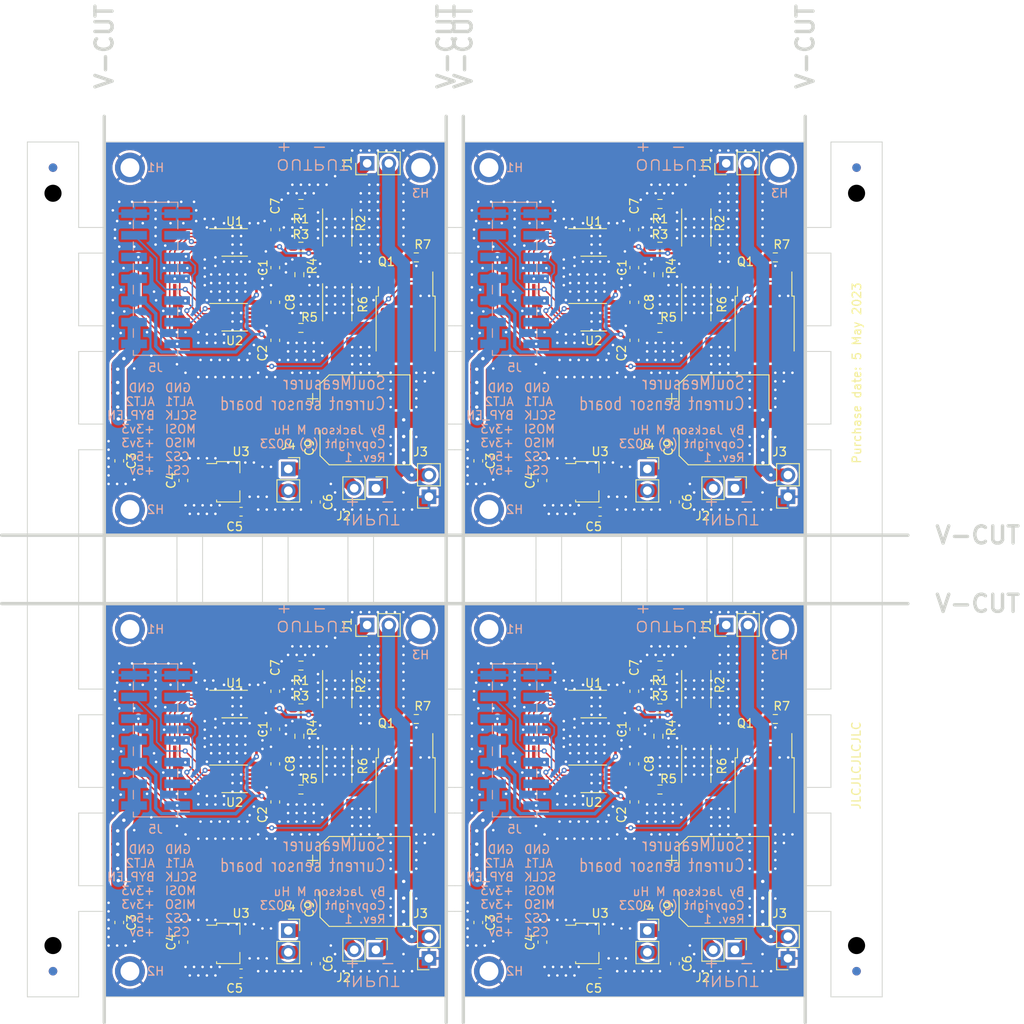
<source format=kicad_pcb>
(kicad_pcb (version 20221018) (generator pcbnew)
  (layers (0 "F.Cu" signal) (31 "B.Cu" signal) (34 "B.Paste" user) (35 "F.Paste" user) (36 "B.SilkS" user "B.Silkscreen") (37 "F.SilkS" user "F.Silkscreen") (38 "B.Mask" user) (39 "F.Mask" user) (44 "Edge.Cuts" user))
  (net 0 "")
  (net 1 "Board_0-+3.3VADC")
  (net 2 "Board_0-+3V3")
  (net 3 "Board_0-+5V")
  (net 4 "Board_0-ALERT1")
  (net 5 "Board_0-ALERT2")
  (net 6 "Board_0-CS1")
  (net 7 "Board_0-CS2")
  (net 8 "Board_0-GND")
  (net 9 "Board_0-HI_CURR_BYPASS")
  (net 10 "Board_0-IN1+")
  (net 11 "Board_0-IN1-")
  (net 12 "Board_0-IN2+")
  (net 13 "Board_0-IN2-")
  (net 14 "Board_0-MISO")
  (net 15 "Board_0-MOSI")
  (net 16 "Board_0-Net-(J1-Pin_1)")
  (net 17 "Board_0-Net-(J1-Pin_2)")
  (net 18 "Board_0-SCLK")
  (net 19 "Board_0-VBUS1")
  (net 20 "Board_0-VBUS2")
  (net 21 "Board_1-+3.3VADC")
  (net 22 "Board_1-+3V3")
  (net 23 "Board_1-+5V")
  (net 24 "Board_1-ALERT1")
  (net 25 "Board_1-ALERT2")
  (net 26 "Board_1-CS1")
  (net 27 "Board_1-CS2")
  (net 28 "Board_1-GND")
  (net 29 "Board_1-HI_CURR_BYPASS")
  (net 30 "Board_1-IN1+")
  (net 31 "Board_1-IN1-")
  (net 32 "Board_1-IN2+")
  (net 33 "Board_1-IN2-")
  (net 34 "Board_1-MISO")
  (net 35 "Board_1-MOSI")
  (net 36 "Board_1-Net-(J1-Pin_1)")
  (net 37 "Board_1-Net-(J1-Pin_2)")
  (net 38 "Board_1-SCLK")
  (net 39 "Board_1-VBUS1")
  (net 40 "Board_1-VBUS2")
  (net 41 "Board_2-+3.3VADC")
  (net 42 "Board_2-+3V3")
  (net 43 "Board_2-+5V")
  (net 44 "Board_2-ALERT1")
  (net 45 "Board_2-ALERT2")
  (net 46 "Board_2-CS1")
  (net 47 "Board_2-CS2")
  (net 48 "Board_2-GND")
  (net 49 "Board_2-HI_CURR_BYPASS")
  (net 50 "Board_2-IN1+")
  (net 51 "Board_2-IN1-")
  (net 52 "Board_2-IN2+")
  (net 53 "Board_2-IN2-")
  (net 54 "Board_2-MISO")
  (net 55 "Board_2-MOSI")
  (net 56 "Board_2-Net-(J1-Pin_1)")
  (net 57 "Board_2-Net-(J1-Pin_2)")
  (net 58 "Board_2-SCLK")
  (net 59 "Board_2-VBUS1")
  (net 60 "Board_2-VBUS2")
  (net 61 "Board_3-+3.3VADC")
  (net 62 "Board_3-+3V3")
  (net 63 "Board_3-+5V")
  (net 64 "Board_3-ALERT1")
  (net 65 "Board_3-ALERT2")
  (net 66 "Board_3-CS1")
  (net 67 "Board_3-CS2")
  (net 68 "Board_3-GND")
  (net 69 "Board_3-HI_CURR_BYPASS")
  (net 70 "Board_3-IN1+")
  (net 71 "Board_3-IN1-")
  (net 72 "Board_3-IN2+")
  (net 73 "Board_3-IN2-")
  (net 74 "Board_3-MISO")
  (net 75 "Board_3-MOSI")
  (net 76 "Board_3-Net-(J1-Pin_1)")
  (net 77 "Board_3-Net-(J1-Pin_2)")
  (net 78 "Board_3-SCLK")
  (net 79 "Board_3-VBUS1")
  (net 80 "Board_3-VBUS2")
  (footprint "Resistor_SMD:R_0603_1608Metric_Pad0.98x0.95mm_HandSolder" (layer "F.Cu") (at 130.5 81.25)
    (fp_text reference "R1")
    (fp_text value "47R")
  )
  (footprint "Capacitor_SMD:C_0603_1608Metric_Pad1.08x0.95mm_HandSolder" (layer "F.Cu") (at 165.5 117.25)
    (fp_text reference "C5")
    (fp_text value "0.1uF")
  )
  (footprint "Resistor_SMD:R_0603_1608Metric_Pad0.98x0.95mm_HandSolder" (layer "F.Cu") (at 130.5 32.25)
    (fp_text reference "R3")
    (fp_text value "47R")
  )
  (footprint "Fiducial" (layer "F.Cu") (at 101.5 23)
    (fp_text reference "REF**" hide)
    (fp_text value "Fiducial" hide)
  )
  (footprint "Connector_PinSocket_2.54mm:PinSocket_1x02_P2.54mm_Vertical" (layer "F.Cu") (at 129.025 58.25)
    (fp_text reference "J4")
    (fp_text value "LDO_VCC")
  )
  (footprint "Package_SO:VSSOP-10_3x3mm_P0.5mm" (layer "F.Cu") (at 164.75 40.5)
    (fp_text reference "U2")
    (fp_text value "INA229-Q1")
  )
  (footprint "Capacitor_SMD:C_0603_1608Metric_Pad1.08x0.95mm_HandSolder" (layer "F.Cu") (at 127.5 84.25 -90)
    (fp_text reference "C7")
    (fp_text value "0.1uF")
  )
  (footprint "Connector_PinHeader_2.54mm:PinHeader_1x02_P2.54mm_Vertical" (layer "F.Cu") (at 138.25 22.5 90)
    (fp_text reference "J1")
    (fp_text value "OUTPUT")
  )
  (footprint "Package_SO:VSSOP-10_3x3mm_P0.5mm" (layer "F.Cu") (at 164.75 85.75)
    (fp_text reference "U1")
    (fp_text value "INA229-Q1")
  )
  (footprint "Capacitor_SMD:C_0603_1608Metric_Pad1.08x0.95mm_HandSolder" (layer "F.Cu") (at 116.75 113.6 90)
    (fp_text reference "C4")
    (fp_text value "0.1uF")
  )
  (footprint "Resistor_SMD:R_2512_6332Metric_Pad1.40x3.35mm_HandSolder" (layer "F.Cu") (at 134.75 92.75 90)
    (fp_text reference "R6")
    (fp_text value "10R")
  )
  (footprint "Capacitor_SMD:C_0603_1608Metric_Pad1.08x0.95mm_HandSolder" (layer "F.Cu") (at 109.25 57.3025 -90)
    (fp_text reference "C3")
    (fp_text value "10uF")
  )
  (footprint "Package_SO:VSSOP-10_3x3mm_P0.5mm" (layer "F.Cu") (at 122.75 40.5)
    (fp_text reference "U2")
    (fp_text value "INA229-Q1")
  )
  (footprint "Connector_PinHeader_2.54mm:PinHeader_1x02_P2.54mm_Vertical" (layer "F.Cu") (at 181.275 114.5 -90)
    (fp_text reference "J2")
    (fp_text value "INPUT")
  )
  (footprint "Capacitor_SMD:C_0603_1608Metric_Pad1.08x0.95mm_HandSolder" (layer "F.Cu") (at 169.5 97.2 90)
    (fp_text reference "C2")
    (fp_text value "0.1uF")
  )
  (footprint "Fiducial" (layer "F.Cu") (at 195.5 117)
    (fp_text reference "REF**" hide)
    (fp_text value "Fiducial" hide)
  )
  (footprint "NPTH" (layer "F.Cu") (at 101.5 114)
    (fp_text reference "REF**" hide)
    (fp_text value "NPTH" hide)
  )
  (footprint "Capacitor_SMD:C_0603_1608Metric_Pad1.08x0.95mm_HandSolder" (layer "F.Cu") (at 127.5 92.75 -90)
    (fp_text reference "C8")
    (fp_text value "0.1uF")
  )
  (footprint "Package_SO:VSSOP-10_3x3mm_P0.5mm" (layer "F.Cu") (at 164.75 31.75)
    (fp_text reference "U1")
    (fp_text value "INA229-Q1")
  )
  (footprint "Resistor_SMD:R_0603_1608Metric_Pad0.98x0.95mm_HandSolder" (layer "F.Cu") (at 186 87.5 180)
    (fp_text reference "R7")
    (fp_text value "10k")
  )
  (footprint "Capacitor_SMD:C_0603_1608Metric_Pad1.08x0.95mm_HandSolder" (layer "F.Cu") (at 174.25 62.1125 -90)
    (fp_text reference "C6")
    (fp_text value "10uF")
  )
  (footprint "Package_TO_SOT_SMD:SOT-89-3_Handsoldering" (layer "F.Cu") (at 122 59.75)
    (fp_text reference "U3")
    (fp_text value "AMS1117/WL9005P3")
  )
  (footprint "Capacitor_SMD:C_0603_1608Metric_Pad1.08x0.95mm_HandSolder" (layer "F.Cu") (at 127.5 88.7 90)
    (fp_text reference "C1")
    (fp_text value "0.1uF")
  )
  (footprint "Connector_PinHeader_2.54mm:PinHeader_1x02_P2.54mm_Vertical" (layer "F.Cu") (at 180.25 22.5 90)
    (fp_text reference "J1")
    (fp_text value "OUTPUT")
  )
  (footprint "Package_TO_SOT_SMD:SOT-89-3_Handsoldering" (layer "F.Cu") (at 164 113.75)
    (fp_text reference "U3")
    (fp_text value "AMS1117/WL9005P3")
  )
  (footprint "Capacitor_SMD:C_0603_1608Metric_Pad1.08x0.95mm_HandSolder" (layer "F.Cu") (at 169.5 34.7 90)
    (fp_text reference "C1")
    (fp_text value "0.1uF")
  )
  (footprint "Package_TO_SOT_SMD:SOT-89-3_Handsoldering" (layer "F.Cu") (at 164 59.75)
    (fp_text reference "U3")
    (fp_text value "AMS1117/WL9005P3")
  )
  (footprint "Capacitor_SMD:C_0603_1608Metric_Pad1.08x0.95mm_HandSolder" (layer "F.Cu") (at 127.5 43.2 90)
    (fp_text reference "C2")
    (fp_text value "0.1uF")
  )
  (footprint "Resistor_SMD:R_2512_6332Metric_Pad1.40x3.35mm_HandSolder" (layer "F.Cu") (at 176.75 84 90)
    (fp_text reference "R2")
    (fp_text value "0.05R")
  )
  (footprint "Resistor_SMD:R_0603_1608Metric_Pad0.98x0.95mm_HandSolder" (layer "F.Cu") (at 130.5 27.25)
    (fp_text reference "R1")
    (fp_text value "47R")
  )
  (footprint "Capacitor_SMD:C_0603_1608Metric_Pad1.08x0.95mm_HandSolder" (layer "F.Cu") (at 169.5 38.75 -90)
    (fp_text reference "C8")
    (fp_text value "0.1uF")
  )
  (footprint "Package_SO:VSSOP-10_3x3mm_P0.5mm" (layer "F.Cu") (at 122.75 85.75)
    (fp_text reference "U1")
    (fp_text value "INA229-Q1")
  )
  (footprint "Capacitor_SMD:C_0603_1608Metric_Pad1.08x0.95mm_HandSolder" (layer "F.Cu") (at 169.5 88.7 90)
    (fp_text reference "C1")
    (fp_text value "0.1uF")
  )
  (footprint "Capacitor_SMD:C_0603_1608Metric_Pad1.08x0.95mm_HandSolder" (layer "F.Cu") (at 158.75 59.6 90)
    (fp_text reference "C4")
    (fp_text value "0.1uF")
  )
  (footprint "Capacitor_SMD:C_0603_1608Metric_Pad1.08x0.95mm_HandSolder" (layer "F.Cu") (at 151.25 57.3025 -90)
    (fp_text reference "C3")
    (fp_text value "10uF")
  )
  (footprint "Capacitor_SMD:C_0603_1608Metric_Pad1.08x0.95mm_HandSolder" (layer "F.Cu") (at 127.5 34.7 90)
    (fp_text reference "C1")
    (fp_text value "0.1uF")
  )
  (footprint "Package_SO:VSSOP-10_3x3mm_P0.5mm" (layer "F.Cu") (at 122.75 31.75)
    (fp_text reference "U1")
    (fp_text value "INA229-Q1")
  )
  (footprint "Resistor_SMD:R_2512_6332Metric_Pad1.40x3.35mm_HandSolder" (layer "F.Cu") (at 134.75 38.75 90)
    (fp_text reference "R6")
    (fp_text value "10R")
  )
  (footprint "Package_TO_SOT_SMD:TO-252-2" (layer "F.Cu") (at 142.75 41.34 -90)
    (fp_text reference "Q1")
    (fp_text value "AP2055K")
  )
  (footprint "Capacitor_SMD:C_0603_1608Metric_Pad1.08x0.95mm_HandSolder" (layer "F.Cu") (at 127.5 97.2 90)
    (fp_text reference "C2")
    (fp_text value "0.1uF")
  )
  (footprint "Connector_PinHeader_2.54mm:PinHeader_1x02_P2.54mm_Vertical" (layer "F.Cu") (at 139.275 60.5 -90)
    (fp_text reference "J2")
    (fp_text value "INPUT")
  )
  (footprint "Resistor_SMD:R_0603_1608Metric_Pad0.98x0.95mm_HandSolder" (layer "F.Cu") (at 144 33.5 180)
    (fp_text reference "R7")
    (fp_text value "10k")
  )
  (footprint "Connector_PinHeader_2.54mm:PinHeader_1x02_P2.54mm_Vertical" (layer "F.Cu") (at 180.25 76.5 90)
    (fp_text reference "J1")
    (fp_text value "OUTPUT")
  )
  (footprint "Resistor_SMD:R_0603_1608Metric_Pad0.98x0.95mm_HandSolder" (layer "F.Cu") (at 130.32 89.52 90)
    (fp_text reference "R4")
    (fp_text value "47R")
  )
  (footprint "Capacitor_SMD:C_0603_1608Metric_Pad1.08x0.95mm_HandSolder" (layer "F.Cu") (at 169.5 84.25 -90)
    (fp_text reference "C7")
    (fp_text value "0.1uF")
  )
  (footprint "Resistor_SMD:R_0603_1608Metric_Pad0.98x0.95mm_HandSolder" (layer "F.Cu") (at 144 87.5 180)
    (fp_text reference "R7")
    (fp_text value "10k")
  )
  (footprint "Capacitor_SMD:C_0603_1608Metric_Pad1.08x0.95mm_HandSolder" (layer "F.Cu") (at 127.5 30.25 -90)
    (fp_text reference "C7")
    (fp_text value "0.1uF")
  )
  (footprint "Connector_PinSocket_2.54mm:PinSocket_1x02_P2.54mm_Vertical" (layer "F.Cu") (at 171.025 112.25)
    (fp_text reference "J4")
    (fp_text value "LDO_VCC")
  )
  (footprint "Resistor_SMD:R_0603_1608Metric_Pad0.98x0.95mm_HandSolder" (layer "F.Cu") (at 130.5 95.75)
    (fp_text reference "R5")
    (fp_text value "47R")
  )
  (footprint "Capacitor_SMD:C_0603_1608Metric_Pad1.08x0.95mm_HandSolder" (layer "F.Cu") (at 123.5 117.25)
    (fp_text reference "C5")
    (fp_text value "0.1uF")
  )
  (footprint "Fiducial" (layer "F.Cu") (at 101.5 117)
    (fp_text reference "REF**" hide)
    (fp_text value "Fiducial" hide)
  )
  (footprint "Resistor_SMD:R_0603_1608Metric_Pad0.98x0.95mm_HandSolder" (layer "F.Cu") (at 172.32 89.52 90)
    (fp_text reference "R4")
    (fp_text value "47R")
  )
  (footprint "Resistor_SMD:R_0603_1608Metric_Pad0.98x0.95mm_HandSolder" (layer "F.Cu") (at 130.5 41.75)
    (fp_text reference "R5")
    (fp_text value "47R")
  )
  (footprint "Connector_PinHeader_2.54mm:PinHeader_1x02_P2.54mm_Vertical" (layer "F.Cu") (at 181.275 60.5 -90)
    (fp_text reference "J2")
    (fp_text value "INPUT")
  )
  (footprint "Capacitor_SMD:CP_Elec_10x12.6" (layer "F.Cu") (at 138 52.5)
    (fp_text reference "C9")
    (fp_text value "220uF")
  )
  (footprint "Capacitor_SMD:C_0603_1608Metric_Pad1.08x0.95mm_HandSolder" (layer "F.Cu") (at 109.25 111.3025 -90)
    (fp_text reference "C3")
    (fp_text value "10uF")
  )
  (footprint "Resistor_SMD:R_0603_1608Metric_Pad0.98x0.95mm_HandSolder" (layer "F.Cu") (at 172.5 27.25)
    (fp_text reference "R1")
    (fp_text value "47R")
  )
  (footprint "Capacitor_SMD:C_0603_1608Metric_Pad1.08x0.95mm_HandSolder" (layer "F.Cu") (at 132.25 62.1125 -90)
    (fp_text reference "C6")
    (fp_text value "10uF")
  )
  (footprint "Package_TO_SOT_SMD:TO-252-2" (layer "F.Cu") (at 142.75 95.34 -90)
    (fp_text reference "Q1")
    (fp_text value "AP2055K")
  )
  (footprint "Connector_PinHeader_2.54mm:PinHeader_1x02_P2.54mm_Vertical" (layer "F.Cu") (at 139.275 114.5 -90)
    (fp_text reference "J2")
    (fp_text value "INPUT")
  )
  (footprint "Package_SO:VSSOP-10_3x3mm_P0.5mm" (layer "F.Cu") (at 164.75 94.5)
    (fp_text reference "U2")
    (fp_text value "INA229-Q1")
  )
  (footprint "Resistor_SMD:R_2512_6332Metric_Pad1.40x3.35mm_HandSolder" (layer "F.Cu") (at 134.75 84 90)
    (fp_text reference "R2")
    (fp_text value "0.05R")
  )
  (footprint "Connector_PinSocket_2.54mm:PinSocket_1x02_P2.54mm_Vertical" (layer "F.Cu") (at 145.475 61.5 180)
    (fp_text reference "J3")
    (fp_text value "LDO_GND")
  )
  (footprint "Resistor_SMD:R_2512_6332Metric_Pad1.40x3.35mm_HandSolder" (layer "F.Cu") (at 134.75 30 90)
    (fp_text reference "R2")
    (fp_text value "0.05R")
  )
  (footprint "Resistor_SMD:R_0603_1608Metric_Pad0.98x0.95mm_HandSolder" (layer "F.Cu") (at 172.5 32.25)
    (fp_text reference "R3")
    (fp_text value "47R")
  )
  (footprint "Connector_PinSocket_2.54mm:PinSocket_1x02_P2.54mm_Vertical" (layer "F.Cu") (at 187.475 61.5 180)
    (fp_text reference "J3")
    (fp_text value "LDO_GND")
  )
  (footprint "Capacitor_SMD:CP_Elec_10x12.6" (layer "F.Cu") (at 180 52.5)
    (fp_text reference "C9")
    (fp_text value "220uF")
  )
  (footprint "Resistor_SMD:R_2512_6332Metric_Pad1.40x3.35mm_HandSolder" (layer "F.Cu") (at 176.75 92.75 90)
    (fp_text reference "R6")
    (fp_text value "10R")
  )
  (footprint "Capacitor_SMD:C_0603_1608Metric_Pad1.08x0.95mm_HandSolder" (layer "F.Cu") (at 169.5 30.25 -90)
    (fp_text reference "C7")
    (fp_text value "0.1uF")
  )
  (footprint "Resistor_SMD:R_0603_1608Metric_Pad0.98x0.95mm_HandSolder" (layer "F.Cu") (at 130.32 35.52 90)
    (fp_text reference "R4")
    (fp_text value "47R")
  )
  (footprint "Capacitor_SMD:C_0603_1608Metric_Pad1.08x0.95mm_HandSolder" (layer "F.Cu") (at 169.5 43.2 90)
    (fp_text reference "C2")
    (fp_text value "0.1uF")
  )
  (footprint "Package_TO_SOT_SMD:SOT-89-3_Handsoldering" (layer "F.Cu") (at 122 113.75)
    (fp_text reference "U3")
    (fp_text value "AMS1117/WL9005P3")
  )
  (footprint "Connector_PinSocket_2.54mm:PinSocket_1x02_P2.54mm_Vertical" (layer "F.Cu") (at 187.475 115.5 180)
    (fp_text reference "J3")
    (fp_text value "LDO_GND")
  )
  (footprint "Capacitor_SMD:C_0603_1608Metric_Pad1.08x0.95mm_HandSolder" (layer "F.Cu") (at 127.5 38.75 -90)
    (fp_text reference "C8")
    (fp_text value "0.1uF")
  )
  (footprint "Resistor_SMD:R_0603_1608Metric_Pad0.98x0.95mm_HandSolder" (layer "F.Cu") (at 172.5 86.25)
    (fp_text reference "R3")
    (fp_text value "47R")
  )
  (footprint "Resistor_SMD:R_2512_6332Metric_Pad1.40x3.35mm_HandSolder" (layer "F.Cu") (at 176.75 38.75 90)
    (fp_text reference "R6")
    (fp_text value "10R")
  )
  (footprint "Resistor_SMD:R_0603_1608Metric_Pad0.98x0.95mm_HandSolder" (layer "F.Cu") (at 172.5 81.25)
    (fp_text reference "R1")
    (fp_text value "47R")
  )
  (footprint "Package_TO_SOT_SMD:TO-252-2" (layer "F.Cu") (at 184.75 41.34 -90)
    (fp_text reference "Q1")
    (fp_text value "AP2055K")
  )
  (footprint "Capacitor_SMD:CP_Elec_10x12.6" (layer "F.Cu") (at 180 106.5)
    (fp_text reference "C9")
    (fp_text value "220uF")
  )
  (footprint "Capacitor_SMD:CP_Elec_10x12.6" (layer "F.Cu") (at 138 106.5)
    (fp_text reference "C9")
    (fp_text value "220uF")
  )
  (footprint "Resistor_SMD:R_0603_1608Metric_Pad0.98x0.95mm_HandSolder" (layer "F.Cu") (at 172.5 41.75)
    (fp_text reference "R5")
    (fp_text value "47R")
  )
  (footprint "Resistor_SMD:R_0603_1608Metric_Pad0.98x0.95mm_HandSolder" (layer "F.Cu") (at 172.32 35.52 90)
    (fp_text reference "R4")
    (fp_text value "47R")
  )
  (footprint "Connector_PinSocket_2.54mm:PinSocket_1x02_P2.54mm_Vertical" (layer "F.Cu") (at 171.025 58.25)
    (fp_text reference "J4")
    (fp_text value "LDO_VCC")
  )
  (footprint "Package_SO:VSSOP-10_3x3mm_P0.5mm" (layer "F.Cu") (at 122.75 94.5)
    (fp_text reference "U2")
    (fp_text value "INA229-Q1")
  )
  (footprint "Capacitor_SMD:C_0603_1608Metric_Pad1.08x0.95mm_HandSolder" (layer "F.Cu") (at 132.25 116.1125 -90)
    (fp_text reference "C6")
    (fp_text value "10uF")
  )
  (footprint "Resistor_SMD:R_0603_1608Metric_Pad0.98x0.95mm_HandSolder" (layer "F.Cu") (at 186 33.5 180)
    (fp_text reference "R7")
    (fp_text value "10k")
  )
  (footprint "Capacitor_SMD:C_0603_1608Metric_Pad1.08x0.95mm_HandSolder" (layer "F.Cu") (at 169.5 92.75 -90)
    (fp_text reference "C8")
    (fp_text value "0.1uF")
  )
  (footprint "Fiducial" (layer "F.Cu") (at 195.5 23)
    (fp_text reference "REF**" hide)
    (fp_text value "Fiducial" hide)
  )
  (footprint "Capacitor_SMD:C_0603_1608Metric_Pad1.08x0.95mm_HandSolder" (layer "F.Cu") (at 151.25 111.3025 -90)
    (fp_text reference "C3")
    (fp_text value "10uF")
  )
  (footprint "Resistor_SMD:R_0603_1608Metric_Pad0.98x0.95mm_HandSolder" (layer "F.Cu") (at 172.5 95.75)
    (fp_text reference "R5")
    (fp_text value "47R")
  )
  (footprint "Capacitor_SMD:C_0603_1608Metric_Pad1.08x0.95mm_HandSolder" (layer "F.Cu") (at 158.75 113.6 90)
    (fp_text reference "C4")
    (fp_text value "0.1uF")
  )
  (footprint "NPTH" (layer "F.Cu") (at 195.5 26)
    (fp_text reference "REF**" hide)
    (fp_text value "NPTH" hide)
  )
  (footprint "Capacitor_SMD:C_0603_1608Metric_Pad1.08x0.95mm_HandSolder" (layer "F.Cu") (at 123.5 63.25)
    (fp_text reference "C5")
    (fp_text value "0.1uF")
  )
  (footprint "Resistor_SMD:R_2512_6332Metric_Pad1.40x3.35mm_HandSolder" (layer "F.Cu") (at 176.75 30 90)
    (fp_text reference "R2")
    (fp_text value "0.05R")
  )
  (footprint "Package_TO_SOT_SMD:TO-252-2" (layer "F.Cu") (at 184.75 95.34 -90)
    (fp_text reference "Q1")
    (fp_text value "AP2055K")
  )
  (footprint "Capacitor_SMD:C_0603_1608Metric_Pad1.08x0.95mm_HandSolder" (layer "F.Cu") (at 165.5 63.25)
    (fp_text reference "C5")
    (fp_text value "0.1uF")
  )
  (footprint "Capacitor_SMD:C_0603_1608Metric_Pad1.08x0.95mm_HandSolder" (layer "F.Cu") (at 116.75 59.6 90)
    (fp_text reference "C4")
    (fp_text value "0.1uF")
  )
  (footprint "NPTH" (layer "F.Cu") (at 195.5 114)
    (fp_text reference "REF**" hide)
    (fp_text value "NPTH" hide)
  )
  (footprint "Connector_PinSocket_2.54mm:PinSocket_1x02_P2.54mm_Vertical" (layer "F.Cu") (at 145.475 115.5 180)
    (fp_text reference "J3")
    (fp_text value "LDO_GND")
  )
  (footprint "Capacitor_SMD:C_0603_1608Metric_Pad1.08x0.95mm_HandSolder" (layer "F.Cu") (at 174.25 116.1125 -90)
    (fp_text reference "C6")
    (fp_text value "10uF")
  )
  (footprint "Connector_PinHeader_2.54mm:PinHeader_1x02_P2.54mm_Vertical" (layer "F.Cu") (at 138.25 76.5 90)
    (fp_text reference "J1")
    (fp_text value "OUTPUT")
  )
  (footprint "NPTH" (layer "F.Cu") (at 101.5 26)
    (fp_text reference "REF**" hide)
    (fp_text value "NPTH" hide)
  )
  (footprint "Resistor_SMD:R_0603_1608Metric_Pad0.98x0.95mm_HandSolder" (layer "F.Cu") (at 130.5 86.25)
    (fp_text reference "R3")
    (fp_text value "47R")
  )
  (footprint "Connector_PinSocket_2.54mm:PinSocket_1x02_P2.54mm_Vertical" (layer "F.Cu") (at 129.025 112.25)
    (fp_text reference "J4")
    (fp_text value "LDO_VCC")
  )
  (footprint "Connector_PinSocket_2.54mm:PinSocket_2x07_P2.54mm_Vertical_SMD" (layer "B.Cu") (at 113.5 36)
    (fp_text reference "J5")
    (fp_text value "COMM")
  )
  (footprint "MountingHole:MountingHole_2.2mm_M2_ISO7380_Pad_TopBottom" (layer "B.Cu") (at 152.5 63 180)
    (fp_text reference "H2")
    (fp_text value "M3_Hole")
  )
  (footprint "MountingHole:MountingHole_2.2mm_M2_ISO7380_Pad_TopBottom" (layer "B.Cu") (at 152.5 77 180)
    (fp_text reference "H1")
    (fp_text value "M3_Hole")
  )
  (footprint "MountingHole:MountingHole_2.2mm_M2_ISO7380_Pad_TopBottom" (layer "B.Cu") (at 110.5 63 180)
    (fp_text reference "H2")
    (fp_text value "M3_Hole")
  )
  (footprint "Connector_PinSocket_2.54mm:PinSocket_2x07_P2.54mm_Vertical_SMD" (layer "B.Cu") (at 113.5 90)
    (fp_text reference "J5")
    (fp_text value "COMM")
  )
  (footprint "MountingHole:MountingHole_2.2mm_M2_ISO7380_Pad_TopBottom" (layer "B.Cu") (at 144.5 77 180)
    (fp_text reference "H3")
    (fp_text value "M3_Hole")
  )
  (footprint "Fiducial" (layer "B.Cu") (at 101.5 117)
    (fp_text reference "REF**" hide)
    (fp_text value "Fiducial" hide)
  )
  (footprint "MountingHole:MountingHole_2.2mm_M2_ISO7380_Pad_TopBottom" (layer "B.Cu") (at 144.5 23 180)
    (fp_text reference "H3")
    (fp_text value "M3_Hole")
  )
  (footprint "MountingHole:MountingHole_2.2mm_M2_ISO7380_Pad_TopBottom" (layer "B.Cu") (at 186.5 23 180)
    (fp_text reference "H3")
    (fp_text value "M3_Hole")
  )
  (footprint "Fiducial" (layer "B.Cu") (at 195.5 117)
    (fp_text reference "REF**" hide)
    (fp_text value "Fiducial" hide)
  )
  (footprint "MountingHole:MountingHole_2.2mm_M2_ISO7380_Pad_TopBottom" (layer "B.Cu") (at 110.5 23 180)
    (fp_text reference "H1")
    (fp_text value "M3_Hole")
  )
  (footprint "Connector_PinSocket_2.54mm:PinSocket_2x07_P2.54mm_Vertical_SMD" (layer "B.Cu") (at 155.5 36)
    (fp_text reference "J5")
    (fp_text value "COMM")
  )
  (footprint "MountingHole:MountingHole_2.2mm_M2_ISO7380_Pad_TopBottom" (layer "B.Cu") (at 186.5 77 180)
    (fp_text reference "H3")
    (fp_text value "M3_Hole")
  )
  (footprint "MountingHole:MountingHole_2.2mm_M2_ISO7380_Pad_TopBottom" (layer "B.Cu") (at 152.5 23 180)
    (fp_text reference "H1")
    (fp_text value "M3_Hole")
  )
  (footprint "MountingHole:MountingHole_2.2mm_M2_ISO7380_Pad_TopBottom" (layer "B.Cu") (at 152.5 117 180)
    (fp_text reference "H2")
    (fp_text value "M3_Hole")
  )
  (footprint "Fiducial" (layer "B.Cu") (at 101.5 23)
    (fp_text reference "REF**" hide)
    (fp_text value "Fiducial" hide)
  )
  (footprint "MountingHole:MountingHole_2.2mm_M2_ISO7380_Pad_TopBottom" (layer "B.Cu") (at 110.5 77 180)
    (fp_text reference "H1")
    (fp_text value "M3_Hole")
  )
  (footprint "Connector_PinSocket_2.54mm:PinSocket_2x07_P2.54mm_Vertical_SMD" (layer "B.Cu") (at 155.5 90)
    (fp_text reference "J5")
    (fp_text value "COMM")
  )
  (footprint "Fiducial" (layer "B.Cu") (at 195.5 23)
    (fp_text reference "REF**" hide)
    (fp_text value "Fiducial" hide)
  )
  (footprint "MountingHole:MountingHole_2.2mm_M2_ISO7380_Pad_TopBottom" (layer "B.Cu") (at 110.5 117 180)
    (fp_text reference "H2")
    (fp_text value "M3_Hole")
  )
  (gr_line (start 189.5 53) (end 189.5 44.5) (stroke (width 0.1)) (layer "Edge.Cuts"))
  (gr_line (start 147.5 53) (end 147.5 44.5) (stroke (width 0.1)) (layer "Edge.Cuts"))
  (gr_line (start 107.5 41.5) (end 104.5 41.5) (stroke (width 0.1)) (layer "Edge.Cuts"))
  (gr_line (start 149.5 66) (end 158 66) (stroke (width 0.1)) (layer "Edge.Cuts"))
  (gr_line (start 147.5 95.5) (end 147.5 87) (stroke (width 0.1)) (layer "Edge.Cuts"))
  (gr_line (start 149.5 107) (end 148.5 107) (stroke (width 0.1)) (layer "Edge.Cuts"))
  (gr_line (start 107.5 107) (end 104.5 107) (stroke (width 0.1)) (layer "Edge.Cuts"))
  (gr_line (start 95.5 74) (end 201.5 74) (stroke (width 0.4)) (layer "Edge.Cuts"))
  (gr_line (start 136 74) (end 136 74) (stroke (width 0.1)) (layer "Edge.Cuts"))
  (gr_line (start 148.5 98.5) (end 148.5 98.5) (stroke (width 0.1)) (layer "Edge.Cuts"))
  (gr_line (start 149.5 74) (end 149.5 84) (stroke (width 0.1)) (layer "Edge.Cuts"))
  (gr_line (start 192.5 110) (end 192.5 120) (stroke (width 0.1)) (layer "Edge.Cuts"))
  (gr_line (start 147.5 87) (end 148.5 87) (stroke (width 0.1)) (layer "Edge.Cuts"))
  (gr_line (start 107.5 44.5) (end 107.5 53) (stroke (width 0.1)) (layer "Edge.Cuts"))
  (gr_line (start 189.5 110) (end 192.5 110) (stroke (width 0.1)) (layer "Edge.Cuts"))
  (gr_line (start 119 70) (end 119 66) (stroke (width 0.1)) (layer "Edge.Cuts"))
  (gr_line (start 148.5 107) (end 147.5 107) (stroke (width 0.1)) (layer "Edge.Cuts"))
  (gr_line (start 148.5 56) (end 149.5 56) (stroke (width 0.1)) (layer "Edge.Cuts"))
  (gr_line (start 136 74) (end 129 74) (stroke (width 0.1)) (layer "Edge.Cuts"))
  (gr_line (start 168 66) (end 168 70) (stroke (width 0.1)) (layer "Edge.Cuts"))
  (gr_line (start 149.5 95.5) (end 148.5 95.5) (stroke (width 0.1)) (layer "Edge.Cuts"))
  (gr_line (start 189.5 56) (end 192.5 56) (stroke (width 0.1)) (layer "Edge.Cuts"))
  (gr_line (start 104.5 53) (end 104.5 44.5) (stroke (width 0.1)) (layer "Edge.Cuts"))
  (gr_line (start 189.5 107) (end 189.5 107) (stroke (width 0.1)) (layer "Edge.Cuts"))
  (gr_line (start 104.5 120) (end 104.5 110) (stroke (width 0.1)) (layer "Edge.Cuts"))
  (gr_line (start 116 74) (end 107.5 74) (stroke (width 0.1)) (layer "Edge.Cuts"))
  (gr_line (start 198.5 20) (end 192.5 20) (stroke (width 0.1)) (layer "Edge.Cuts"))
  (gr_line (start 149.5 44.5) (end 149.5 53) (stroke (width 0.1)) (layer "Edge.Cuts"))
  (gr_line (start 161 66) (end 168 66) (stroke (width 0.1)) (layer "Edge.Cuts"))
  (gr_line (start 104.5 33) (end 107.5 33) (stroke (width 0.1)) (layer "Edge.Cuts"))
  (gr_line (start 98.5 20) (end 98.5 120) (stroke (width 0.1)) (layer "Edge.Cuts"))
  (gr_line (start 181 74) (end 181 70) (stroke (width 0.1)) (layer "Edge.Cuts"))
  (gr_line (start 147.5 17) (end 147.5 123) (stroke (width 0.4)) (layer "Edge.Cuts"))
  (gr_line (start 136 66) (end 136 70) (stroke (width 0.1)) (layer "Edge.Cuts"))
  (gr_line (start 126 74) (end 126 74) (stroke (width 0.1)) (layer "Edge.Cuts"))
  (gr_line (start 148.5 110) (end 149.5 110) (stroke (width 0.1)) (layer "Edge.Cuts"))
  (gr_line (start 181 70) (end 181 66) (stroke (width 0.1)) (layer "Edge.Cuts"))
  (gr_line (start 192.5 107) (end 189.5 107) (stroke (width 0.1)) (layer "Edge.Cuts"))
  (gr_line (start 147.5 66) (end 147.5 56) (stroke (width 0.1)) (layer "Edge.Cuts"))
  (gr_line (start 149.5 17) (end 149.5 123) (stroke (width 0.4)) (layer "Edge.Cuts"))
  (gr_line (start 147.5 56) (end 148.5 56) (stroke (width 0.1)) (layer "Edge.Cuts"))
  (gr_line (start 178 74) (end 171 74) (stroke (width 0.1)) (layer "Edge.Cuts"))
  (gr_line (start 192.5 53) (end 189.5 53) (stroke (width 0.1)) (layer "Edge.Cuts"))
  (gr_line (start 178 66) (end 178 70) (stroke (width 0.1)) (layer "Edge.Cuts"))
  (gr_line (start 148.5 95.5) (end 147.5 95.5) (stroke (width 0.1)) (layer "Edge.Cuts"))
  (gr_line (start 147.5 41.5) (end 147.5 33) (stroke (width 0.1)) (layer "Edge.Cuts"))
  (gr_line (start 148.5 33) (end 148.5 33) (stroke (width 0.1)) (layer "Edge.Cuts"))
  (gr_line (start 129 66) (end 136 66) (stroke (width 0.1)) (layer "Edge.Cuts"))
  (gr_line (start 192.5 98.5) (end 192.5 107) (stroke (width 0.1)) (layer "Edge.Cuts"))
  (gr_line (start 147.5 120) (end 147.5 110) (stroke (width 0.1)) (layer "Edge.Cuts"))
  (gr_line (start 147.5 98.5) (end 148.5 98.5) (stroke (width 0.1)) (layer "Edge.Cuts"))
  (gr_line (start 139 74) (end 139 70) (stroke (width 0.1)) (layer "Edge.Cuts"))
  (gr_line (start 189.5 17) (end 189.5 123) (stroke (width 0.4)) (layer "Edge.Cuts"))
  (gr_line (start 147.5 30) (end 147.5 20) (stroke (width 0.1)) (layer "Edge.Cuts"))
  (gr_line (start 149.5 53) (end 148.5 53) (stroke (width 0.1)) (layer "Edge.Cuts"))
  (gr_line (start 107.5 17) (end 107.5 123) (stroke (width 0.4)) (layer "Edge.Cuts"))
  (gr_line (start 147.5 110) (end 148.5 110) (stroke (width 0.1)) (layer "Edge.Cuts"))
  (gr_line (start 148.5 41.5) (end 147.5 41.5) (stroke (width 0.1)) (layer "Edge.Cuts"))
  (gr_line (start 107.5 74) (end 107.5 84) (stroke (width 0.1)) (layer "Edge.Cuts"))
  (gr_line (start 107.5 30) (end 104.5 30) (stroke (width 0.1)) (layer "Edge.Cuts"))
  (gr_line (start 147.5 107) (end 147.5 98.5) (stroke (width 0.1)) (layer "Edge.Cuts"))
  (gr_line (start 168 74) (end 161 74) (stroke (width 0.1)) (layer "Edge.Cuts"))
  (gr_line (start 149.5 84) (end 148.5 84) (stroke (width 0.1)) (layer "Edge.Cuts"))
  (gr_line (start 149.5 98.5) (end 149.5 107) (stroke (width 0.1)) (layer "Edge.Cuts"))
  (gr_line (start 147.5 20) (end 107.5 20) (stroke (width 0.1)) (layer "Edge.Cuts"))
  (gr_line (start 148.5 98.5) (end 149.5 98.5) (stroke (width 0.1)) (layer "Edge.Cuts"))
  (gr_line (start 189.5 30) (end 189.5 20) (stroke (width 0.1)) (layer "Edge.Cuts"))
  (gr_line (start 192.5 84) (end 189.5 84) (stroke (width 0.1)) (layer "Edge.Cuts"))
  (gr_line (start 119 74) (end 119 70) (stroke (width 0.1)) (layer "Edge.Cuts"))
  (gr_line (start 107.5 20) (end 107.5 30) (stroke (width 0.1)) (layer "Edge.Cuts"))
  (gr_line (start 192.5 87) (end 192.5 95.5) (stroke (width 0.1)) (layer "Edge.Cuts"))
  (gr_line (start 129 70) (end 129 66) (stroke (width 0.1)) (layer "Edge.Cuts"))
  (gr_line (start 189.5 87) (end 192.5 87) (stroke (width 0.1)) (layer "Edge.Cuts"))
  (gr_line (start 149.5 110) (end 149.5 120) (stroke (width 0.1)) (layer "Edge.Cuts"))
  (gr_line (start 171 70) (end 171 66) (stroke (width 0.1)) (layer "Edge.Cuts"))
  (gr_line (start 116 70) (end 116 74) (stroke (width 0.1)) (layer "Edge.Cuts"))
  (gr_line (start 98.5 120) (end 104.5 120) (stroke (width 0.1)) (layer "Edge.Cuts"))
  (gr_line (start 161 74) (end 161 70) (stroke (width 0.1)) (layer "Edge.Cuts"))
  (gr_line (start 192.5 20) (end 192.5 30) (stroke (width 0.1)) (layer "Edge.Cuts"))
  (gr_line (start 148.5 87) (end 149.5 87) (stroke (width 0.1)) (layer "Edge.Cuts"))
  (gr_line (start 189.5 41.5) (end 189.5 33) (stroke (width 0.1)) (layer "Edge.Cuts"))
  (gr_line (start 149.5 56) (end 149.5 66) (stroke (width 0.1)) (layer "Edge.Cuts"))
  (gr_line (start 189.5 44.5) (end 192.5 44.5) (stroke (width 0.1)) (layer "Edge.Cuts"))
  (gr_line (start 139 74) (end 139 74) (stroke (width 0.1)) (layer "Edge.Cuts"))
  (gr_line (start 98.5 20) (end 98.5 20) (stroke (width 0.1)) (layer "Edge.Cuts"))
  (gr_line (start 168 74) (end 168 74) (stroke (width 0.1)) (layer "Edge.Cuts"))
  (gr_line (start 149.5 41.5) (end 148.5 41.5) (stroke (width 0.1)) (layer "Edge.Cuts"))
  (gr_line (start 148.5 44.5) (end 148.5 44.5) (stroke (width 0.1)) (layer "Edge.Cuts"))
  (gr_line (start 147.5 33) (end 148.5 33) (stroke (width 0.1)) (layer "Edge.Cuts"))
  (gr_line (start 192.5 41.5) (end 189.5 41.5) (stroke (width 0.1)) (layer "Edge.Cuts"))
  (gr_line (start 192.5 56) (end 192.5 84) (stroke (width 0.1)) (layer "Edge.Cuts"))
  (gr_line (start 189.5 95.5) (end 189.5 95.5) (stroke (width 0.1)) (layer "Edge.Cuts"))
  (gr_line (start 129 74) (end 129 70) (stroke (width 0.1)) (layer "Edge.Cuts"))
  (gr_line (start 189.5 33) (end 192.5 33) (stroke (width 0.1)) (layer "Edge.Cuts"))
  (gr_line (start 189.5 74) (end 181 74) (stroke (width 0.1)) (layer "Edge.Cuts"))
  (gr_line (start 149.5 120) (end 189.5 120) (stroke (width 0.1)) (layer "Edge.Cuts"))
  (gr_line (start 158 74) (end 149.5 74) (stroke (width 0.1)) (layer "Edge.Cuts"))
  (gr_line (start 104.5 84) (end 104.5 56) (stroke (width 0.1)) (layer "Edge.Cuts"))
  (gr_line (start 148.5 84) (end 147.5 84) (stroke (width 0.1)) (layer "Edge.Cuts"))
  (gr_line (start 149.5 20) (end 149.5 30) (stroke (width 0.1)) (layer "Edge.Cuts"))
  (gr_line (start 107.5 33) (end 107.5 33) (stroke (width 0.1)) (layer "Edge.Cuts"))
  (gr_line (start 107.5 44.5) (end 107.5 44.5) (stroke (width 0.1)) (layer "Edge.Cuts"))
  (gr_line (start 148.5 44.5) (end 149.5 44.5) (stroke (width 0.1)) (layer "Edge.Cuts"))
  (gr_line (start 136 70) (end 136 74) (stroke (width 0.1)) (layer "Edge.Cuts"))
  (gr_line (start 104.5 30) (end 104.5 20) (stroke (width 0.1)) (layer "Edge.Cuts"))
  (gr_line (start 139 66) (end 147.5 66) (stroke (width 0.1)) (layer "Edge.Cuts"))
  (gr_line (start 107.5 98.5) (end 107.5 98.5) (stroke (width 0.1)) (layer "Edge.Cuts"))
  (gr_line (start 158 70) (end 158 74) (stroke (width 0.1)) (layer "Edge.Cuts"))
  (gr_line (start 107.5 53) (end 104.5 53) (stroke (width 0.1)) (layer "Edge.Cuts"))
  (gr_line (start 104.5 95.5) (end 104.5 87) (stroke (width 0.1)) (layer "Edge.Cuts"))
  (gr_line (start 192.5 120) (end 198.5 120) (stroke (width 0.1)) (layer "Edge.Cuts"))
  (gr_line (start 104.5 87) (end 107.5 87) (stroke (width 0.1)) (layer "Edge.Cuts"))
  (gr_line (start 148.5 53) (end 147.5 53) (stroke (width 0.1)) (layer "Edge.Cuts"))
  (gr_line (start 148.5 33) (end 149.5 33) (stroke (width 0.1)) (layer "Edge.Cuts"))
  (gr_line (start 107.5 56) (end 107.5 56) (stroke (width 0.1)) (layer "Edge.Cuts"))
  (gr_line (start 107.5 66) (end 116 66) (stroke (width 0.1)) (layer "Edge.Cuts"))
  (gr_line (start 126 70) (end 126 74) (stroke (width 0.1)) (layer "Edge.Cuts"))
  (gr_line (start 189.5 20) (end 149.5 20) (stroke (width 0.1)) (layer "Edge.Cuts"))
  (gr_line (start 171 66) (end 178 66) (stroke (width 0.1)) (layer "Edge.Cuts"))
  (gr_line (start 192.5 30) (end 189.5 30) (stroke (width 0.1)) (layer "Edge.Cuts"))
  (gr_line (start 116 66) (end 116 70) (stroke (width 0.1)) (layer "Edge.Cuts"))
  (gr_line (start 104.5 107) (end 104.5 98.5) (stroke (width 0.1)) (layer "Edge.Cuts"))
  (gr_line (start 149.5 33) (end 149.5 41.5) (stroke (width 0.1)) (layer "Edge.Cuts"))
  (gr_line (start 158 66) (end 158 70) (stroke (width 0.1)) (layer "Edge.Cuts"))
  (gr_line (start 107.5 84) (end 104.5 84) (stroke (width 0.1)) (layer "Edge.Cuts"))
  (gr_line (start 107.5 98.5) (end 107.5 107) (stroke (width 0.1)) (layer "Edge.Cuts"))
  (gr_line (start 192.5 44.5) (end 192.5 53) (stroke (width 0.1)) (layer "Edge.Cuts"))
  (gr_line (start 107.5 56) (end 107.5 66) (stroke (width 0.1)) (layer "Edge.Cuts"))
  (gr_line (start 107.5 110) (end 107.5 120) (stroke (width 0.1)) (layer "Edge.Cuts"))
  (gr_line (start 189.5 120) (end 189.5 110) (stroke (width 0.1)) (layer "Edge.Cuts"))
  (gr_line (start 189.5 41.5) (end 189.5 41.5) (stroke (width 0.1)) (layer "Edge.Cuts"))
  (gr_line (start 104.5 56) (end 107.5 56) (stroke (width 0.1)) (layer "Edge.Cuts"))
  (gr_line (start 149.5 87) (end 149.5 95.5) (stroke (width 0.1)) (layer "Edge.Cuts"))
  (gr_line (start 189.5 84) (end 189.5 74) (stroke (width 0.1)) (layer "Edge.Cuts"))
  (gr_line (start 107.5 95.5) (end 104.5 95.5) (stroke (width 0.1)) (layer "Edge.Cuts"))
  (gr_line (start 95.5 66) (end 201.5 66) (stroke (width 0.4)) (layer "Edge.Cuts"))
  (gr_line (start 189.5 66) (end 189.5 56) (stroke (width 0.1)) (layer "Edge.Cuts"))
  (gr_line (start 148.5 87) (end 148.5 87) (stroke (width 0.1)) (layer "Edge.Cuts"))
  (gr_line (start 189.5 107) (end 189.5 98.5) (stroke (width 0.1)) (layer "Edge.Cuts"))
  (gr_line (start 149.5 30) (end 148.5 30) (stroke (width 0.1)) (layer "Edge.Cuts"))
  (gr_line (start 192.5 33) (end 192.5 41.5) (stroke (width 0.1)) (layer "Edge.Cuts"))
  (gr_line (start 181 66) (end 189.5 66) (stroke (width 0.1)) (layer "Edge.Cuts"))
  (gr_line (start 198.5 120) (end 198.5 20) (stroke (width 0.1)) (layer "Edge.Cuts"))
  (gr_line (start 148.5 30) (end 147.5 30) (stroke (width 0.1)) (layer "Edge.Cuts"))
  (gr_line (start 104.5 110) (end 107.5 110) (stroke (width 0.1)) (layer "Edge.Cuts"))
  (gr_line (start 178 70) (end 178 74) (stroke (width 0.1)) (layer "Edge.Cuts"))
  (gr_line (start 147.5 44.5) (end 148.5 44.5) (stroke (width 0.1)) (layer "Edge.Cuts"))
  (gr_line (start 161 70) (end 161 66) (stroke (width 0.1)) (layer "Edge.Cuts"))
  (gr_line (start 147.5 74) (end 139 74) (stroke (width 0.1)) (layer "Edge.Cuts"))
  (gr_line (start 107.5 87) (end 107.5 95.5) (stroke (width 0.1)) (layer "Edge.Cuts"))
  (gr_line (start 107.5 120) (end 147.5 120) (stroke (width 0.1)) (layer "Edge.Cuts"))
  (gr_line (start 107.5 87) (end 107.5 87) (stroke (width 0.1)) (layer "Edge.Cuts"))
  (gr_line (start 139 70) (end 139 66) (stroke (width 0.1)) (layer "Edge.Cuts"))
  (gr_line (start 104.5 44.5) (end 107.5 44.5) (stroke (width 0.1)) (layer "Edge.Cuts"))
  (gr_line (start 126 74) (end 119 74) (stroke (width 0.1)) (layer "Edge.Cuts"))
  (gr_line (start 168 70) (end 168 74) (stroke (width 0.1)) (layer "Edge.Cuts"))
  (gr_line (start 192.5 95.5) (end 189.5 95.5) (stroke (width 0.1)) (layer "Edge.Cuts"))
  (gr_line (start 104.5 98.5) (end 107.5 98.5) (stroke (width 0.1)) (layer "Edge.Cuts"))
  (gr_line (start 189.5 98.5) (end 192.5 98.5) (stroke (width 0.1)) (layer "Edge.Cuts"))
  (gr_line (start 189.5 53) (end 189.5 53) (stroke (width 0.1)) (layer "Edge.Cuts"))
  (gr_line (start 178 74) (end 178 74) (stroke (width 0.1)) (layer "Edge.Cuts"))
  (gr_line (start 147.5 84) (end 147.5 74) (stroke (width 0.1)) (layer "Edge.Cuts"))
  (gr_line (start 171 74) (end 171 70) (stroke (width 0.1)) (layer "Edge.Cuts"))
  (gr_line (start 189.5 84) (end 189.5 84) (stroke (width 0.1)) (layer "Edge.Cuts"))
  (gr_line (start 107.5 33) (end 107.5 41.5) (stroke (width 0.1)) (layer "Edge.Cuts"))
  (gr_line (start 104.5 41.5) (end 104.5 33) (stroke (width 0.1)) (layer "Edge.Cuts"))
  (gr_line (start 126 66) (end 126 70) (stroke (width 0.1)) (layer "Edge.Cuts"))
  (gr_line (start 104.5 20) (end 98.5 20) (stroke (width 0.1)) (layer "Edge.Cuts"))
  (gr_line (start 119 66) (end 126 66) (stroke (width 0.1)) (layer "Edge.Cuts"))
  (gr_line (start 189.5 95.5) (end 189.5 87) (stroke (width 0.1)) (layer "Edge.Cuts"))
  (gr_text "INPUT\n+  -" (at 177.5 115.5 180) (layer "B.SilkS") (effects (font (size 1.2 1.5)) (justify left bottom mirror)))
  (gr_text "INPUT\n+  -" (at 135.5 115.5 180) (layer "B.SilkS") (effects (font (size 1.2 1.5)) (justify left bottom mirror)))
  (gr_text "INPUT\n+  -" (at 177.5 61.5 180) (layer "B.SilkS") (effects (font (size 1.2 1.5)) (justify left bottom mirror)))
  (gr_text "SoulMeasurer\nCurrent sensor board\n" (at 182.5 105.5) (layer "B.SilkS") (effects (font (size 1.5 1.2) (thickness 0.16)) (justify left bottom mirror)))
  (gr_text "GND\nALT1\nSCLK\nMOSI\nMISO\nCS2\nCS1" (at 156.5 59) (layer "B.SilkS") (effects (font (size 1 1)) (justify right bottom mirror)))
  (gr_text "GND\nALT1\nSCLK\nMOSI\nMISO\nCS2\nCS1" (at 114.5 113) (layer "B.SilkS") (effects (font (size 1 1)) (justify right bottom mirror)))
  (gr_text "By Jackson M Hu\nCopyright (C) 2023\nRev. 1" (at 140.5 57.5) (layer "B.SilkS") (effects (font (size 1 1)) (justify left bottom mirror)))
  (gr_text "By Jackson M Hu\nCopyright (C) 2023\nRev. 1" (at 182.5 57.5) (layer "B.SilkS") (effects (font (size 1 1)) (justify left bottom mirror)))
  (gr_text "SoulMeasurer\nCurrent sensor board\n" (at 140.5 105.5) (layer "B.SilkS") (effects (font (size 1.5 1.2) (thickness 0.16)) (justify left bottom mirror)))
  (gr_text "SoulMeasurer\nCurrent sensor board\n" (at 182.5 51.5) (layer "B.SilkS") (effects (font (size 1.5 1.2) (thickness 0.16)) (justify left bottom mirror)))
  (gr_text "GND\nALT2\nBYP_EN\n+3v3\n+3v3\n+5v\n+5v" (at 155.5 59) (layer "B.SilkS") (effects (font (size 1 1)) (justify left bottom mirror)))
  (gr_text "GND\nALT1\nSCLK\nMOSI\nMISO\nCS2\nCS1" (at 156.5 113) (layer "B.SilkS") (effects (font (size 1 1)) (justify right bottom mirror)))
  (gr_text "By Jackson M Hu\nCopyright (C) 2023\nRev. 1" (at 140.5 111.5) (layer "B.SilkS") (effects (font (size 1 1)) (justify left bottom mirror)))
  (gr_text "GND\nALT2\nBYP_EN\n+3v3\n+3v3\n+5v\n+5v" (at 113.5 113) (layer "B.SilkS") (effects (font (size 1 1)) (justify left bottom mirror)))
  (gr_text "GND\nALT2\nBYP_EN\n+3v3\n+3v3\n+5v\n+5v" (at 113.5 59) (layer "B.SilkS") (effects (font (size 1 1)) (justify left bottom mirror)))
  (gr_text "GND\nALT1\nSCLK\nMOSI\nMISO\nCS2\nCS1" (at 114.5 59) (layer "B.SilkS") (effects (font (size 1 1)) (justify right bottom mirror)))
  (gr_text "GND\nALT2\nBYP_EN\n+3v3\n+3v3\n+5v\n+5v" (at 155.5 113) (layer "B.SilkS") (effects (font (size 1 1)) (justify left bottom mirror)))
  (gr_text "OUTPUT\n+  -" (at 169.5 20 180) (layer "B.SilkS") (effects (font (size 1.2 1.5)) (justify left bottom mirror)))
  (gr_text "SoulMeasurer\nCurrent sensor board\n" (at 140.5 51.5) (layer "B.SilkS") (effects (font (size 1.5 1.2) (thickness 0.16)) (justify left bottom mirror)))
  (gr_text "OUTPUT\n+  -" (at 169.5 74 180) (layer "B.SilkS") (effects (font (size 1.2 1.5)) (justify left bottom mirror)))
  (gr_text "INPUT\n+  -" (at 135.5 61.5 180) (layer "B.SilkS") (effects (font (size 1.2 1.5)) (justify left bottom mirror)))
  (gr_text "OUTPUT\n+  -" (at 127.5 74 180) (layer "B.SilkS") (effects (font (size 1.2 1.5)) (justify left bottom mirror)))
  (gr_text "By Jackson M Hu\nCopyright (C) 2023\nRev. 1" (at 182.5 111.5) (layer "B.SilkS") (effects (font (size 1 1)) (justify left bottom mirror)))
  (gr_text "OUTPUT\n+  -" (at 127.5 20 180) (layer "B.SilkS") (effects (font (size 1.2 1.5)) (justify left bottom mirror)))
  (gr_text "Purchase date: 5 May 2023" (at 196.11 57.72 90) (layer "F.SilkS") (effects (font (size 1 1)) (justify left bottom)))
  (gr_text "JLCJLCJLCJLC" (at 196.05 98.18 90) (layer "F.SilkS") (effects (font (size 1 1)) (justify left bottom)))
  (gr_text "V-CUT" (at 204.5 74) (layer "Edge.Cuts") (effects (font (size 2 2) (thickness 0.4)) (justify left)))
  (gr_text "V-CUT" (at 189.5 14 90) (layer "Edge.Cuts") (effects (font (size 2 2) (thickness 0.4)) (justify left)))
  (gr_text "V-CUT" (at 149.5 14 90) (layer "Edge.Cuts") (effects (font (size 2 2) (thickness 0.4)) (justify left)))
  (gr_text "V-CUT" (at 204.5 66) (layer "Edge.Cuts") (effects (font (size 2 2) (thickness 0.4)) (justify left)))
  (gr_text "V-CUT" (at 107.5 14 90) (layer "Edge.Cuts") (effects (font (size 2 2) (thickness 0.4)) (justify left)))
  (gr_text "V-CUT" (at 147.5 14 90) (layer "Edge.Cuts") (effects (font (size 2 2) (thickness 0.4)) (justify left)))
  (segment (start 127.965 60.79) (end 129.025 60.79) (width 1.5) (layer "F.Cu") (net 1))
  (segment (start 129.025 60.79) (end 131.79 60.79) (width 1.5) (layer "F.Cu") (net 1))
  (segment (start 119.6375 59.75) (end 126.925 59.75) (width 1.5) (layer "F.Cu") (net 1))
  (segment (start 121.55 59.75) (end 122.6375 60.8375) (width 1.5) (layer "F.Cu") (net 1))
  (segment (start 131.79 60.79) (end 132.25 61.25) (width 1.5) (layer "F.Cu") (net 1))
  (segment (start 126.925 59.75) (end 127.965 60.79) (width 1.5) (layer "F.Cu") (net 1))
  (segment (start 119.6375 59.75) (end 121.55 59.75) (width 1.5) (layer "F.Cu") (net 1))
  (segment (start 122.6375 60.8375) (end 122.6375 63.25) (width 1.5) (layer "F.Cu") (net 1))
  (segment (start 127.5 44.05) (end 127.5 44.0625) (width 0.3048) (layer "F.Cu") (net 2))
  (segment (start 125.91 42.51) (end 125.91 42.46) (width 0.3048) (layer "F.Cu") (net 2))
  (segment (start 125.3 37.9) (end 125.3 38) (width 0.3048) (layer "F.Cu") (net 2))
  (segment (start 125.15 32.95) (end 125.3 33.1) (width 0.3048) (layer "F.Cu") (net 2))
  (segment (start 125.3 38) (end 125.3 38) (width 0.3048) (layer "F.Cu") (net 2))
  (segment (start 125.95 42.5) (end 127.5 44.05) (width 0.3048) (layer "F.Cu") (net 2))
  (segment (start 125.95 42.5) (end 125.96 42.51) (width 0.3048) (layer "F.Cu") (net 2))
  (segment (start 125.91 42.46) (end 124.9524 41.5024) (width 0.3048) (layer "F.Cu") (net 2))
  (segment (start 125.15 32.95) (end 124.9524 32.7524) (width 0.3048) (layer "F.Cu") (net 2))
  (segment (start 125.3 33.1) (end 125.3 37.9) (width 0.3048) (layer "F.Cu") (net 2))
  (segment (start 125.96 42.51) (end 125.91 42.51) (width 0.3048) (layer "F.Cu") (net 2))
  (segment (start 127.5 35.5625) (end 127.5 35.3) (width 0.3048) (layer "F.Cu") (net 2))
  (segment (start 124.9524 32.7524) (end 124.95 32.7524) (width 0.3048) (layer "F.Cu") (net 2))
  (segment (start 127.5 35.3) (end 125.15 32.95) (width 0.3048) (layer "F.Cu") (net 2))
  (via (at 125.91 42.51) (size 0.6) (drill 0.3) (layers "F.Cu" "B.Cu") (net 2))
  (via (at 125.3 37.9) (size 0.6) (drill 0.3) (layers "F.Cu" "B.Cu") (net 2))
  (segment (start 125.9 42.5) (end 125.91 42.51) (width 0.3048) (layer "B.Cu") (net 2))
  (segment (start 124.95 42.5) (end 125.9 42.5) (width 0.3048) (layer "B.Cu") (net 2))
  (segment (start 113.52 43.901) (end 114.189 44.57) (width 0.381) (layer "B.Cu") (net 2))
  (segment (start 114.189 44.57) (end 122.88 44.57) (width 0.381) (layer "B.Cu") (net 2))
  (segment (start 110.98 38.54) (end 111.98 38.54) (width 0.381) (layer "B.Cu") (net 2))
  (segment (start 113.52 40.08) (end 113.52 43.901) (width 0.381) (layer "B.Cu") (net 2))
  (segment (start 124.1905 41.7405) (end 124.1905 39.0095) (width 0.381) (layer "B.Cu") (net 2))
  (segment (start 122.88 44.57) (end 124.95 42.5) (width 0.381) (layer "B.Cu") (net 2))
  (segment (start 110.98 36) (end 110.98 38.54) (width 1.5) (layer "B.Cu") (net 2))
  (segment (start 124.1905 39.0095) (end 125.3 37.9) (width 0.381) (layer "B.Cu") (net 2))
  (segment (start 111.98 38.54) (end 113.52 40.08) (width 0.381) (layer "B.Cu") (net 2))
  (segment (start 124.95 42.5) (end 124.1905 41.7405) (width 0.381) (layer "B.Cu") (net 2))
  (segment (start 109.14 52.4) (end 109.075 52.335) (width 1.5) (layer "F.Cu") (net 3))
  (segment (start 109.075 53.279379) (end 109.075 52.465) (width 1.5) (layer "F.Cu") (net 3))
  (segment (start 109.07 46.58) (end 109.075 46.575) (width 1.5) (layer "F.Cu") (net 3))
  (segment (start 109.14 56.33) (end 109.25 56.44) (width 0.508) (layer "F.Cu") (net 3))
  (segment (start 109.79 45.34) (end 109.87 45.34) (width 1.5) (layer "F.Cu") (net 3))
  (segment (start 109.075 53.279379) (end 116.258121 60.4625) (width 1.5) (layer "F.Cu") (net 3))
  (segment (start 109.87 45.34) (end 109.86 45.35) (width 1.5) (layer "F.Cu") (net 3))
  (segment (start 109.075 46.575) (end 109.075 46.135) (width 1.5) (layer "F.Cu") (net 3))
  (segment (start 109.07 49.37) (end 109.075 49.365) (width 1.5) (layer "F.Cu") (net 3))
  (segment (start 109.075 49.365) (end 109.075 48.135) (width 1.5) (layer "F.Cu") (net 3))
  (segment (start 109.075 46.585) (end 109.07 46.58) (width 1.5) (layer "F.Cu") (net 3))
  (segment (start 116.75 60.4625) (end 117.5375 61.25) (width 0.762) (layer "F.Cu") (net 3))
  (segment (start 109.075 46.135) (end 109.79 45.42) (width 1.5) (layer "F.Cu") (net 3))
  (segment (start 109.07 48.13) (end 109.075 48.125) (width 1.5) (layer "F.Cu") (net 3))
  (segment (start 109.075 52.335) (end 109.075 51.015) (width 1.5) (layer "F.Cu") (net 3))
  (segment (start 109.075 52.465) (end 109.14 52.4) (width 1.5) (layer "F.Cu") (net 3))
  (segment (start 117.5375 61.25) (end 119.55 61.25) (width 0.762) (layer "F.Cu") (net 3))
  (segment (start 109.14 52.4) (end 109.14 56.33) (width 0.508) (layer "F.Cu") (net 3))
  (segment (start 109.07 51.01) (end 109.075 51.005) (width 1.5) (layer "F.Cu") (net 3))
  (segment (start 116.258121 60.4625) (end 116.75 60.4625) (width 1.5) (layer "F.Cu") (net 3))
  (segment (start 109.79 45.42) (end 109.79 45.34) (width 1.5) (layer "F.Cu") (net 3))
  (segment (start 109.075 48.135) (end 109.07 48.13) (width 1.5) (layer "F.Cu") (net 3))
  (segment (start 109.075 48.125) (end 109.075 46.585) (width 1.5) (layer "F.Cu") (net 3))
  (segment (start 109.075 49.375) (end 109.07 49.37) (width 1.5) (layer "F.Cu") (net 3))
  (segment (start 109.075 51.005) (end 109.075 49.375) (width 1.5) (layer "F.Cu") (net 3))
  (segment (start 109.075 51.015) (end 109.07 51.01) (width 1.5) (layer "F.Cu") (net 3))
  (via (at 109.07 49.37) (size 0.8) (drill 0.4) (layers "F.Cu" "B.Cu") (net 3))
  (via (at 109.07 46.58) (size 0.8) (drill 0.4) (layers "F.Cu" "B.Cu") (net 3))
  (via (at 109.07 51.01) (size 0.8) (drill 0.4) (layers "F.Cu" "B.Cu") (net 3))
  (via (at 109.14 52.4) (size 0.8) (drill 0.4) (layers "F.Cu" "B.Cu") (net 3))
  (via (at 109.79 45.34) (size 0.8) (drill 0.4) (layers "F.Cu" "B.Cu") (net 3))
  (via (at 109.07 48.13) (size 0.8) (drill 0.4) (layers "F.Cu" "B.Cu") (net 3))
  (segment (start 109.14 46.02) (end 109.14 52.4) (width 1.5) (layer "B.Cu") (net 3))
  (segment (start 110.98 43.62) (end 110.98 41.08) (width 1.5) (layer "B.Cu") (net 3))
  (segment (start 110.98 43.62) (end 110.98 44.18) (width 1.5) (layer "B.Cu") (net 3))
  (segment (start 110.98 44.18) (end 109.14 46.02) (width 1.5) (layer "B.Cu") (net 3))
  (segment (start 117.78 31.75) (end 120.55 31.75) (width 0.1778) (layer "F.Cu") (net 4))
  (segment (start 117.685 31.655) (end 117.78 31.75) (width 0.1778) (layer "F.Cu") (net 4))
  (via (at 117.685 31.655) (size 0.6) (drill 0.3) (layers "F.Cu" "B.Cu") (net 4))
  (segment (start 116.02 30.92) (end 116.95 30.92) (width 0.1778) (layer "B.Cu") (net 4))
  (segment (start 116.95 30.92) (end 117.685 31.655) (width 0.1778) (layer "B.Cu") (net 4))
  (segment (start 118.922879 40.5) (end 120.55 40.5) (width 0.1778) (layer "F.Cu") (net 5))
  (segment (start 116.96 37.24) (end 118.29649 38.57649) (width 0.1778) (layer "F.Cu") (net 5))
  (segment (start 118.29649 39.873611) (end 118.922879 40.5) (width 0.1778) (layer "F.Cu") (net 5))
  (segment (start 118.29649 38.57649) (end 118.29649 39.873611) (width 0.1778) (layer "F.Cu") (net 5))
  (via (at 116.96 37.24) (size 0.6) (drill 0.3) (layers "F.Cu" "B.Cu") (net 5))
  (segment (start 113.63 33.57) (end 110.98 30.92) (width 0.1778) (layer "B.Cu") (net 5))
  (segment (start 114.68 37.24) (end 113.63 36.19) (width 0.1778) (layer "B.Cu") (net 5))
  (segment (start 116.96 37.24) (end 114.68 37.24) (width 0.1778) (layer "B.Cu") (net 5))
  (segment (start 113.63 36.19) (end 113.63 33.57) (width 0.1778) (layer "B.Cu") (net 5))
  (segment (start 117.284579 30.6883) (end 120.4883 30.6883) (width 0.1778) (layer "F.Cu") (net 6))
  (segment (start 115.1538 42.7538) (end 115.1538 32.819079) (width 0.1778) (layer "F.Cu") (net 6))
  (segment (start 115.1538 32.819079) (end 117.284579 30.6883) (width 0.1778) (layer "F.Cu") (net 6))
  (segment (start 120.4883 30.6883) (end 120.55 30.75) (width 0.1778) (layer "F.Cu") (net 6))
  (segment (start 116.02 43.62) (end 115.1538 42.7538) (width 0.1778) (layer "F.Cu") (net 6))
  (via (at 116.02 43.62) (size 0.6) (drill 0.3) (layers "F.Cu" "B.Cu") (net 6))
  (segment (start 119.29 39.5) (end 120.55 39.5) (width 0.1778) (layer "F.Cu") (net 7))
  (via (at 119.29 39.5) (size 0.6) (drill 0.3) (layers "F.Cu" "B.Cu") (net 7))
  (segment (start 117.71 41.08) (end 119.29 39.5) (width 0.1778) (layer "B.Cu") (net 7))
  (segment (start 116.02 41.08) (end 117.71 41.08) (width 0.1778) (layer "B.Cu") (net 7))
  (segment (start 136.475 62.975) (end 136.5 63) (width 1.5) (layer "F.Cu") (net 8))
  (segment (start 116.75 58.7375) (end 117.2375 58.25) (width 0.762) (layer "F.Cu") (net 8))
  (segment (start 143.475 62.975) (end 143.5 63) (width 1.5) (layer "F.Cu") (net 8))
  (segment (start 126.5 41.5) (end 126.6625 41.5) (width 0.254) (layer "F.Cu") (net 8))
  (segment (start 123.5 40) (end 123.5 40.343514) (width 0.254) (layer "F.Cu") (net 8))
  (segment (start 128 45.5) (end 128.302 45.802) (width 0.254) (layer "F.Cu") (net 8))
  (segment (start 129.475 62.975) (end 128.525 62.975) (width 1.5) (layer "F.Cu") (net 8))
  (segment (start 127.475 62.975) (end 126.525 62.975) (width 1.5) (layer "F.Cu") (net 8))
  (segment (start 139.5 63) (end 139.525 62.975) (width 1.5) (layer "F.Cu") (net 8))
  (segment (start 143.525 62.975) (end 144 62.975) (width 1.5) (layer "F.Cu") (net 8))
  (segment (start 140.5 63) (end 140.525 62.975) (width 1.5) (layer "F.Cu") (net 8))
  (segment (start 140.525 62.975) (end 141.475 62.975) (width 1.5) (layer "F.Cu") (net 8))
  (segment (start 144 62.975) (end 145.475 61.5) (width 1.5) (layer "F.Cu") (net 8))
  (segment (start 132.25 62.975) (end 130.525 62.975) (width 1.5) (layer "F.Cu") (net 8))
  (segment (start 128.302 45.198) (end 128 45.5) (width 0.254) (layer "F.Cu") (net 8))
  (segment (start 128.5 63) (end 128.475 62.975) (width 1.5) (layer "F.Cu") (net 8))
  (segment (start 125.475 62.975) (end 124.6375 62.975) (width 1.5) (layer "F.Cu") (net 8))
  (segment (start 126.475 62.975) (end 125.525 62.975) (width 1.5) (layer "F.Cu") (net 8))
  (segment (start 134.525 62.975) (end 135.475 62.975) (width 1.5) (layer "F.Cu") (net 8))
  (segment (start 127.5 42.3375) (end 128.302 43.1395) (width 0.254) (layer "F.Cu") (net 8))
  (segment (start 138.525 62.975) (end 139.475 62.975) (width 1.5) (layer "F.Cu") (net 8))
  (segment (start 141.475 62.975) (end 141.5 63) (width 1.5) (layer "F.Cu") (net 8))
  (segment (start 123.5 40.343514) (end 124.156486 41) (width 0.254) (layer "F.Cu") (net 8))
  (segment (start 126.525 62.975) (end 126.5 63) (width 1.5) (layer "F.Cu") (net 8))
  (segment (start 128.302 45.802) (end 128.302 49.498) (width 0.254) (layer "F.Cu") (net 8))
  (segment (start 126.4 32.7375) (end 126.4 32.8) (width 0.254) (layer "F.Cu") (net 8))
  (segment (start 137.525 62.975) (end 138.475 62.975) (width 1.5) (layer "F.Cu") (net 8))
  (segment (start 135.475 62.975) (end 135.5 63) (width 1.5) (layer "F.Cu") (net 8))
  (segment (start 123.5 33) (end 123.5 34) (width 0.254) (layer "F.Cu") (net 8))
  (segment (start 139.525 62.975) (end 140.475 62.975) (width 1.5) (layer "F.Cu") (net 8))
  (segment (start 134.5 63) (end 134.525 62.975) (width 1.5) (layer "F.Cu") (net 8))
  (segment (start 124.6375 62.975) (end 124.3625 63.25) (width 1.5) (layer "F.Cu") (net 8))
  (segment (start 142.525 62.975) (end 143.475 62.975) (width 1.5) (layer "F.Cu") (net 8))
  (segment (start 130.525 62.975) (end 130.5 63) (width 1.5) (layer "F.Cu") (net 8))
  (segment (start 123.5 39) (end 123.5 40) (width 0.254) (layer "F.Cu") (net 8))
  (segment (start 141.525 62.975) (end 142.475 62.975) (width 1.5) (layer "F.Cu") (net 8))
  (segment (start 136.5 63) (end 136.525 62.975) (width 1.5) (layer "F.Cu") (net 8))
  (segment (start 126.4625 32.8) (end 127.5 33.8375) (width 0.254) (layer "F.Cu") (net 8))
  (segment (start 127.5 63) (end 127.475 62.975) (width 1.5) (layer "F.Cu") (net 8))
  (segment (start 135.525 62.975) (end 136.475 62.975) (width 1.5) (layer "F.Cu") (net 8))
  (segment (start 132.25 62.975) (end 134.475 62.975) (width 1.5) (layer "F.Cu") (net 8))
  (segment (start 126.6625 41.5) (end 127.5 42.3375) (width 0.254) (layer "F.Cu") (net 8))
  (segment (start 137.475 62.975) (end 137.5 63) (width 1.5) (layer "F.Cu") (net 8))
  (segment (start 137.5 63) (end 137.525 62.975) (width 1.5) (layer "F.Cu") (net 8))
  (segment (start 128.302 43.1395) (end 128.302 45.198) (width 0.254) (layer "F.Cu") (net 8))
  (segment (start 126.5 41.3375) (end 126.5 41.5) (width 0.254) (layer "F.Cu") (net 8))
  (segment (start 126.5 63) (end 126.475 62.975) (width 1.5) (layer "F.Cu") (net 8))
  (segment (start 135.5 63) (end 135.525 62.975) (width 1.5) (layer "F.Cu") (net 8))
  (segment (start 142.5 63) (end 142.525 62.975) (width 1.5) (layer "F.Cu") (net 8))
  (segment (start 124.95 41) (end 126.1625 41) (width 0.254) (layer "F.Cu") (net 8))
  (segment (start 130.5 63) (end 130.475 62.975) (width 1.5) (layer "F.Cu") (net 8))
  (segment (start 125.525 62.975) (end 125.5 63) (width 1.5) (layer "F.Cu") (net 8))
  (segment (start 134.475 62.975) (end 134.5 63) (width 1.5) (layer "F.Cu") (net 8))
  (segment (start 128.525 62.975) (end 128.5 63) (width 1.5) (layer "F.Cu") (net 8))
  (segment (start 139.475 62.975) (end 139.5 63) (width 1.5) (layer "F.Cu") (net 8))
  (segment (start 124.156486 41) (end 124.5 41) (width 0.254) (layer "F.Cu") (net 8))
  (segment (start 117.2375 58.25) (end 119.55 58.25) (width 0.762) (layer "F.Cu") (net 8))
  (segment (start 124.95 32.25) (end 124.156486 32.25) (width 0.254) (layer "F.Cu") (net 8))
  (segment (start 129.5 63) (end 129.475 62.975) (width 1.5) (layer "F.Cu") (net 8))
  (segment (start 124.156486 32.25) (end 123.5 32.906486) (width 0.254) (layer "F.Cu") (net 8))
  (segment (start 124.95 32.25) (end 125.9125 32.25) (width 0.254) (layer "F.Cu") (net 8))
  (segment (start 126.4 32.8) (end 126.4625 32.8) (width 0.254) (layer "F.Cu") (net 8))
  (segment (start 141.5 63) (end 141.525 62.975) (width 1.5) (layer "F.Cu") (net 8))
  (segment (start 128.475 62.975) (end 127.525 62.975) (width 1.5) (layer "F.Cu") (net 8))
  (segment (start 138.475 62.975) (end 138.5 63) (width 1.5) (layer "F.Cu") (net 8))
  (segment (start 127.525 62.975) (end 127.5 63) (width 1.5) (layer "F.Cu") (net 8))
  (segment (start 136.525 62.975) (end 137.475 62.975) (width 1.5) (layer "F.Cu") (net 8))
  (segment (start 120.5 57) (end 120.5 57.3) (width 0.254) (layer "F.Cu") (net 8))
  (segment (start 125.5 63) (end 125.475 62.975) (width 1.5) (layer "F.Cu") (net 8))
  (segment (start 125.9125 32.25) (end 126.4 32.7375) (width 0.254) (layer "F.Cu") (net 8))
  (segment (start 120.5 57.3) (end 119.55 58.25) (width 0.254) (layer "F.Cu") (net 8))
  (segment (start 123.5 34) (end 123.5 39) (width 0.254) (layer "F.Cu") (net 8))
  (segment (start 130.475 62.975) (end 129.525 62.975) (width 1.5) (layer "F.Cu") (net 8))
  (segment (start 128.302 49.498) (end 120.8 57) (width 0.254) (layer "F.Cu") (net 8))
  (segment (start 142.475 62.975) (end 142.5 63) (width 1.5) (layer "F.Cu") (net 8))
  (segment (start 143.5 63) (end 143.525 62.975) (width 1.5) (layer "F.Cu") (net 8))
  (segment (start 140.475 62.975) (end 140.5 63) (width 1.5) (layer "F.Cu") (net 8))
  (segment (start 120.8 57) (end 120.5 57) (width 0.254) (layer "F.Cu") (net 8))
  (segment (start 126.1625 41) (end 126.5 41.3375) (width 0.254) (layer "F.Cu") (net 8))
  (segment (start 123.5 32.906486) (end 123.5 33) (width 0.254) (layer "F.Cu") (net 8))
  (segment (start 129.525 62.975) (end 129.5 63) (width 1.5) (layer "F.Cu") (net 8))
  (segment (start 138.5 63) (end 138.525 62.975) (width 1.5) (layer "F.Cu") (net 8))
  (via (at 133.5 25) (size 0.6) (drill 0.3) (layers "F.Cu" "B.Cu") (net 8))
  (via (at 113.56 38.52) (size 0.6) (drill 0.3) (layers "F.Cu" "B.Cu") (net 8))
  (via (at 119.5 47.5) (size 0.6) (drill 0.3) (layers "F.Cu" "B.Cu") (net 8))
  (via (at 118.5 42.25) (size 0.6) (drill 0.3) (layers "F.Cu" "B.Cu") (net 8))
  (via (at 120 45.5) (size 0.6) (drill 0.3) (layers "F.Cu" "B.Cu") (net 8))
  (via (at 124.5 61.5) (size 0.6) (drill 0.3) (layers "F.Cu" "B.Cu") (net 8))
  (via (at 136.5 30) (size 0.6) (drill 0.3) (layers "F.Cu" "B.Cu") (net 8))
  (via (at 116.5 27) (size 0.6) (drill 0.3) (layers "F.Cu" "B.Cu") (net 8))
  (via (at 108 60) (size 0.6) (drill 0.3) (layers "F.Cu" "B.Cu") (net 8))
  (via (at 109.25 32.25) (size 0.6) (drill 0.3) (layers "F.Cu" "B.Cu") (net 8))
  (via (at 132.5 39) (size 0.6) (drill 0.3) (layers "F.Cu" "B.Cu") (net 8))
  (via (at 117 47) (size 0.6) (drill 0.3) (layers "F.Cu" "B.Cu") (net 8))
  (via (at 109 29.25) (size 0.6) (drill 0.3) (layers "F.Cu" "B.Cu") (net 8))
  (via (at 129.5 31) (size 0.6) (drill 0.3) (layers "F.Cu" "B.Cu") (net 8))
  (via (at 132.5 31.25) (size 0.6) (drill 0.3) (layers "F.Cu" "B.Cu") (net 8))
  (via (at 124.5 47.5) (size 0.6) (drill 0.3) (layers "F.Cu" "B.Cu") (net 8))
  (via (at 125 43.75) (size 0.6) (drill 0.3) (layers "F.Cu" "B.Cu") (net 8))
  (via (at 113.32 37.51) (size 0.6) (drill 0.3) (layers "F.Cu" "B.Cu") (net 8))
  (via (at 128 45.5) (size 0.6) (drill 0.3) (layers "F.Cu" "B.Cu") (net 8))
  (via (at 128.5 63) (size 0.6) (drill 0.3) (layers "F.Cu" "B.Cu") (net 8))
  (via (at 119.5 57) (size 0.6) (drill 0.3) (layers "F.Cu" "B.Cu") (net 8))
  (via (at 126.4 32.8) (size 0.6) (drill 0.3) (layers "F.Cu" "B.Cu") (net 8))
  (via (at 139.5 21) (size 0.6) (drill 0.3) (layers "F.Cu" "B.Cu") (net 8))
  (via (at 139.5 63) (size 0.6) (drill 0.3) (layers "F.Cu" "B.Cu") (net 8))
  (via (at 127.5 63) (size 0.6) (drill 0.3) (layers "F.Cu" "B.Cu") (net 8))
  (via (at 137.5 27) (size 0.6) (drill 0.3) (layers "F.Cu" "B.Cu") (net 8))
  (via (at 138.5 30) (size 0.6) (drill 0.3) (layers "F.Cu" "B.Cu") (net 8))
  (via (at 117.5 63.5) (size 0.6) (drill 0.3) (layers "F.Cu" "B.Cu") (net 8))
  (via (at 126.5 63) (size 0.6) (drill 0.3) (layers "F.Cu" "B.Cu") (net 8))
  (via (at 137.5 26) (size 0.6) (drill 0.3) (layers "F.Cu" "B.Cu") (net 8))
  (via (at 129 26) (size 0.6) (drill 0.3) (layers "F.Cu" "B.Cu") (net 8))
  (via (at 138.5 25) (size 0.6) (drill 0.3) (layers "F.Cu" "B.Cu") (net 8))
  (via (at 138.5 21) (size 0.6) (drill 0.3) (layers "F.Cu" "B.Cu") (net 8))
  (via (at 123 36.5) (size 0.6) (drill 0.3) (layers "F.Cu" "B.Cu") (net 8))
  (via (at 132.75 34.25) (size 0.6) (drill 0.3) (layers "F.Cu" "B.Cu") (net 8))
  (via (at 144 34.5) (size 0.6) (drill 0.3) (layers "F.Cu" "B.Cu") (net 8))
  (via (at 138.5 29) (size 0.6) (drill 0.3) (layers "F.Cu" "B.Cu") (net 8))
  (via (at 123.5 40) (size 0.6) (drill 0.3) (layers "F.Cu" "B.Cu") (net 8))
  (via (at 130 44.5) (size 0.6) (drill 0.3) (layers "F.Cu" "B.Cu") (net 8))
  (via (at 119.25 33.75) (size 0.6) (drill 0.3) (layers "F.Cu" "B.Cu") (net 8))
  (via (at 145 48) (size 0.6) (drill 0.3) (layers "F.Cu" "B.Cu") (net 8))
  (via (at 124 35.5) (size 0.6) (drill 0.3) (layers "F.Cu" "B.Cu") (net 8))
  (via (at 144 47) (size 0.6) (drill 0.3) (layers "F.Cu" "B.Cu") (net 8))
  (via (at 138.5 28) (size 0.6) (drill 0.3) (layers "F.Cu" "B.Cu") (net 8))
  (via (at 125.5 63) (size 0.6) (drill 0.3) (layers "F.Cu" "B.Cu") (net 8))
  (via (at 119.25 34.75) (size 0.6) (drill 0.3) (layers "F.Cu" "B.Cu") (net 8))
  (via (at 121.5 42.5) (size 0.6) (drill 0.3) (layers "F.Cu" "B.Cu") (net 8))
  (via (at 122 36.5) (size 0.6) (drill 0.3) (layers "F.Cu" "B.Cu") (net 8))
  (via (at 117 62.5) (size 0.6) (drill 0.3) (layers "F.Cu" "B.Cu") (net 8))
  (via (at 126 58) (size 0.6) (drill 0.3) (layers "F.Cu" "B.Cu") (net 8))
  (via (at 122 38.5) (size 0.6) (drill 0.3) (layers "F.Cu" "B.Cu") (net 8))
  (via (at 123.5 32) (size 0.6) (drill 0.3) (layers "F.Cu" "B.Cu") (net 8))
  (via (at 113.5 30) (size 0.6) (drill 0.3) (layers "F.Cu" "B.Cu") (net 8))
  (via (at 129 44.5) (size 0.6) (drill 0.3) (layers "F.Cu" "B.Cu") (net 8))
  (via (at 142.5 26) (size 0.6) (drill 0.3) (layers "F.Cu" "B.Cu") (net 8))
  (via (at 108 55) (size 0.6) (drill 0.3) (layers "F.Cu" "B.Cu") (net 8))
  (via (at 126.25 29.25) (size 0.6) (drill 0.3) (layers "F.Cu" "B.Cu") (net 8))
  (via (at 127 58) (size 0.6) (drill 0.3) (layers "F.Cu" "B.Cu") (net 8))
  (via (at 133.5 29) (size 0.6) (drill 0.3) (layers "F.Cu" "B.Cu") (net 8))
  (via (at 111 32.25) (size 0.6) (drill 0.3) (layers "F.Cu" "B.Cu") (net 8))
  (via (at 138.5 46) (size 0.6) (drill 0.3) (layers "F.Cu" "B.Cu") (net 8))
  (via (at 145 47) (size 0.6) (drill 0.3) (layers "F.Cu" "B.Cu") (net 8))
  (via (at 141 54.5) (size 0.6) (drill 0.3) (layers "F.Cu" "B.Cu") (net 8))
  (via (at 123.5 31) (size 0.6) (drill 0.3) (layers "F.Cu" "B.Cu") (net 8))
  (via (at 139.5 32) (size 0.6) (drill 0.3) (layers "F.Cu" "B.Cu") (net 8))
  (via (at 121 62.5) (size 0.6) (drill 0.3) (layers "F.Cu" "B.Cu") (net 8))
  (via (at 141 50) (size 0.6) (drill 0.3) (layers "F.Cu" "B.Cu") (net 8))
  (via (at 123 38.5) (size 0.6) (drill 0.3) (layers "F.Cu" "B.Cu") (net 8))
  (via (at 130.5 29) (size 0.6) (drill 0.3) (layers "F.Cu" "B.Cu") (net 8))
  (via (at 146 47) (size 0.6) (drill 0.3) (layers "F.Cu" "B.Cu") (net 8))
  (via (at 123.5 42) (size 0.6) (drill 0.3) (layers "F.Cu" "B.Cu") (net 8))
  (via (at 112.25 27) (size 0.6) (drill 0.3) (layers "F.Cu" "B.Cu") (net 8))
  (via (at 123.5 30) (size 0.6) (drill 0.3) (layers "F.Cu" "B.Cu") (net 8))
  (via (at 118.5 57) (size 0.6) (drill 0.3) (layers "F.Cu" "B.Cu") (net 8))
  (via (at 118.25 29.25) (size 0.6) (drill 0.3) (layers "F.Cu" "B.Cu") (net 8))
  (via (at 142.5 63) (size 0.6) (drill 0.3) (layers "F.Cu" "B.Cu") (net 8))
  (via (at 140.5 21) (size 0.6) (drill 0.3) (layers "F.Cu" "B.Cu") (net 8))
  (via (at 139.5 29) (size 0.6) (drill 0.3) (layers "F.Cu" "B.Cu") (net 8))
  (via (at 113.5 29) (size 0.6) (drill 0.3) (layers "F.Cu" "B.Cu") (net 8))
  (via (at 120.5 30) (size 0.6) (drill 0.3) (layers "F.Cu" "B.Cu") (net 8))
  (via (at 134.5 37) (size 0.6) (drill 0.3) (layers "F.Cu" "B.Cu") (net 8))
  (via (at 112.5 34.75) (size 0.6) (drill 0.3) (layers "F.Cu" "B.Cu") (net 8))
  (via (at 132 43.5) (size 0.6) (drill 0.3) (layers "F.Cu" "B.Cu") (net 8))
  (via (at 133.5 40) (size 0.6) (drill 0.3) (layers "F.Cu" "B.Cu") (net 8))
  (via (at 141 51) (size 0.6) (drill 0.3) (layers "F.Cu" "B.Cu") (net 8))
  (via (at 132 26) (size 0.6) (drill 0.3) (layers "F.Cu" "B.Cu") (net 8))
  (via (at 123.5 34) (size 0.6) (drill 0.3) (layers "F.Cu" "B.Cu") (net 8))
  (via (at 116 46) (size 0.6) (drill 0.3) (layers "F.Cu" "B.Cu") (net 8))
  (via (at 136.5 63) (size 0.6) (drill 0.3) (layers "F.Cu" "B.Cu") (net 8))
  (via (at 134.5 30) (size 0.6) (drill 0.3) (layers "F.Cu" "B.Cu") (net 8))
  (via (at 118.5 43.5) (size 0.6) (drill 0.3) (layers "F.Cu" "B.Cu") (net 8))
  (via (at 137.5 47) (size 0.6) (drill 0.3) (layers "F.Cu" "B.Cu") (net 8))
  (via (at 115 27) (size 0.6) (drill 0.3) (layers "F.Cu" "B.Cu") (net 8))
  (via (at 137.5 33) (size 0.6) (drill 0.3) (layers "F.Cu" "B.Cu") (net 8))
  (via (at 122.5 32) (size 0.6) (drill 0.3) (layers "F.Cu" "B.Cu") (net 8))
  (via (at 110.5 29.5) (size 0.6) (drill 0.3) (layers "F.Cu" "B.Cu") (net 8))
  (via (at 118 62.5) (size 0.6) (drill 0.3) (layers "F.Cu" "B.Cu") (net 8))
  (via (at 121.5 47.5) (size 0.6) (drill 0.3) (layers "F.Cu" "B.Cu") (net 8))
  (via (at 139.5 26) (size 0.6) (drill 0.3) (layers "F.Cu" "B.Cu") (net 8))
  (via (at 122.5 42) (size 0.6) (drill 0.3) (layers "F.Cu" "B.Cu") (net 8))
  (via (at 126.5 41.5) (size 0.6) (drill 0.3) (layers "F.Cu" "B.Cu") (net 8))
  (via (at 131.5 36.75) (size 0.6) (drill 0.3) (layers "F.Cu" "B.Cu") (net 8))
  (via (at 130.5 25) (size 0.6) (drill 0.3) (layers "F.Cu" "B.Cu") (net 8))
  (via (at 117.5 57) (size 0.6) (drill 0.3) (layers "F.Cu" "B.Cu") (net 8))
  (via (at 108.5 34) (size 0.6) (drill 0.3) (layers "F.Cu" "B.Cu") (net 8))
  (via (at 144 49) (size 0.6) (drill 0.3) (layers "F.Cu" "B.Cu") (net 8))
  (via (at 124.5 29.5) (size 0.6) (drill 0.3) (layers "F.Cu" "B.Cu") (net 8))
  (via (at 135.5 63) (size 0.6) (drill 0.3) (layers "F.Cu" "B.Cu") (net 8))
  (via (at 137.5 32) (size 0.6) (drill 0.3) (layers "F.Cu" "B.Cu") (net 8))
  (via (at 121 38.5) (size 0.6) (drill 0.3) (layers "F.Cu" "B.Cu") (net 8))
  (via (at 138.5 37) (size 0.6) (drill 0.3) (layers "F.Cu" "B.Cu") (net 8))
  (via (at 108 58) (size 0.6) (drill 0.3) (layers "F.Cu" "B.Cu") (net 8))
  (via (at 137.5 46) (size 0.6) (drill 0.3) (layers "F.Cu" "B.Cu") (net 8))
  (via (at 134.5 40) (size 0.6) (drill 0.3) (layers "F.Cu" "B.Cu") (net 8))
  (via (at 129.5 47) (size 0.6) (drill 0.3) (layers "F.Cu" "B.Cu") (net 8))
  (via (at 131.5 47) (size 0.6) (drill 0.3) (layers "F.Cu" "B.Cu") (net 8))
  (via (at 137.5 37) (size 0.6) (drill 0.3) (layers "F.Cu" "B.Cu") (net 8))
  (via (at 112.5 42.25) (size 0.6) (drill 0.3) (layers "F.Cu" "B.Cu") (net 8))
  (via (at 130 26) (size 0.6) (drill 0.3) (layers "F.Cu" "B.Cu") (net 8))
  (via (at 114.63 32.12) (size 0.6) (drill 0.3) (layers "F.Cu" "B.Cu") (net 8))
  (via (at 113.5 28) (size 0.6) (drill 0.3) (layers "F.Cu" "B.Cu") (net 8))
  (via (at 119.25 36.75) (size 0.6) (drill 0.3) (layers "F.Cu" "B.Cu") (net 8))
  (via (at 132 44.5) (size 0.6) (drill 0.3) (layers "F.Cu" "B.Cu") (net 8))
  (via (at 141 55.5) (size 0.6) (drill 0.3) (layers "F.Cu" "B.Cu") (net 8))
  (via (at 108.5 28) (size 0.6) (drill 0.3) (layers "F.Cu" "B.Cu") (net 8))
  (via (at 142.5 29) (size 0.6) (drill 0.3) (layers "F.Cu" "B.Cu") (net 8))
  (via (at 125 57.5) (size 0.6) (drill 0.3) (layers "F.Cu" "B.Cu") (net 8))
  (via (at 134.5 61) (size 0.6) (drill 0.3) (layers "F.Cu" "B.Cu") (net 8))
  (via (at 131.5 39) (size 0.6) (drill 0.3) (layers "F.Cu" "B.Cu") (net 8))
  (via (at 129 43.5) (size 0.6) (drill 0.3) (layers "F.Cu" "B.Cu") (net 8))
  (via (at 120 37.5) (size 0.6) (drill 0.3) (layers "F.Cu" "B.Cu") (net 8))
  (via (at 124 57.5) (size 0.6) (drill 0.3) (layers "F.Cu" "B.Cu") (net 8))
  (via (at 137.5 28) (size 0.6) (drill 0.3) (layers "F.Cu" "B.Cu") (net 8))
  (via (at 118.75 45.5) (size 0.6) (drill 0.3) (layers "F.Cu" "B.Cu") (net 8))
  (via (at 132.5 25) (size 0.6) (drill 0.3) (layers "F.Cu" "B.Cu") (net 8))
  (via (at 135.5 39) (size 0.6) (drill 0.3) (layers "F.Cu" "B.Cu") (net 8))
  (via (at 134 60) (size 0.6) (drill 0.3) (layers "F.Cu" "B.Cu") (net 8))
  (via (at 129.5 33.75) (size 0.6) (drill 0.3) (layers "F.Cu" "B.Cu") (net 8))
  (via (at 119.5 43.5) (size 0.6) (drill 0.3) (layers "F.Cu" "B.Cu") (net 8))
  (via (at 137.5 63) (size 0.6) (drill 0.3) (layers "F.Cu" "B.Cu") (net 8))
  (via (at 108.5 40) (size 0.6) (drill 0.3) (layers "F.Cu" "B.Cu") (net 8))
  (via (at 118.5 47.5) (size 0.6) (drill 0.3) (layers "F.Cu" "B.Cu") (net 8))
  (via (at 119.25 29) (size 0.6) (drill 0.3) (layers "F.Cu" "B.Cu") (net 8))
  (via (at 123 37.5) (size 0.6) (drill 0.3) (layers "F.Cu" "B.Cu") (net 8))
  (via (at 133.5 37) (size 0.6) (drill 0.3) (layers "F.Cu" "B.Cu") (net 8))
  (via (at 138.5 32) (size 0.6) (drill 0.3) (layers "F.Cu" "B.Cu") (net 8))
  (via (at 136.5 44) (size 0.6) (drill 0.3) (layers "F.Cu" "B.Cu") (net 8))
  (via (at 123 57.5) (size 0.6) (drill 0.3) (layers "F.Cu" "B.Cu") (net 8))
  (via (at 127.5 47.5) (size 0.6) (drill 0.3) (layers "F.Cu" "B.Cu") (net 8))
  (via (at 122 45.5) (size 0.6) (drill 0.3) (layers "F.Cu" "B.Cu") (net 8))
  (via (at 128.75 34.25) (size 0.6) (drill 0.3) (layers "F.Cu" "B.Cu") (net 8))
  (via (at 145.5 38) (size 0.6) (drill 0.3) (layers "F.Cu" "B.Cu") (net 8))
  (via (at 138.5 63) (size 0.6) (drill 0.3) (layers "F.Cu" "B.Cu") (net 8))
  (via (at 137.5 31) (size 0.6) (drill 0.3) (layers "F.Cu" "B.Cu") (net 8))
  (via (at 124.5 44.75) (size 0.6) (drill 0.3) (layers "F.Cu" "B.Cu") (net 8))
  (via (at 119.5 63.5) (size 0.6) (drill 0.3) (layers "F.Cu" "B.Cu") (net 8))
  (via (at 123.25 45.5) (size 0.6) (drill 0.3) (layers "F.Cu" "B.Cu") (net 8))
  (via (at 108.5 38.5) (size 0.6) (drill 0.3) (layers "F.Cu" "B.Cu") (net 8))
  (via (at 118 27) (size 0.6) (drill 0.3) (layers "F.Cu" "B.Cu") (net 8))
  (via (at 138.5 31) (size 0.6) (drill 0.3) (layers "F.Cu" "B.Cu") (net 8))
  (via (at 132.5 47) (size 0.6) (drill 0.3) (layers "F.Cu" "B.Cu") (net 8))
  (via (at 134.5 29) (size 0.6) (drill 0.3) (layers "F.Cu" "B.Cu") (net 8))
  (via (at 109.84 39.82) (size 0.6) (drill 0.3) (layers "F.Cu" "B.Cu") (net 8))
  (via (at 122 35.5) (size 0.6) (drill 0.3) (layers "F.Cu" "B.Cu") (net 8))
  (via (at 139.5 30) (size 0.6) (drill 0.3) (layers "F.Cu" "B.Cu") (net 8))
  (via (at 141 48) (size 0.6) (drill 0.3) (layers "F.Cu" "B.Cu") (net 8))
  (via (at 120.5 34.5) (size 0.6) (drill 0.3) (layers "F.Cu" "B.Cu") (net 8))
  (via (at 126.5 47.5) (size 0.6) (drill 0.3) (layers "F.Cu" "B.Cu") (net 8))
  (via (at 120.5 42.5) (size 0.6) (drill 0.3) (layers "F.Cu" "B.Cu") (net 8))
  (via (at 129.5 30) (size 0.6) (drill 0.3) (layers "F.Cu" "B.Cu") (net 8))
  (via (at 138.5 47) (size 0.6) (drill 0.3) (layers "F.Cu" "B.Cu") (net 8))
  (via (at 124 36.5) (size 0.6) (drill 0.3) (layers "F.Cu" "B.Cu") (net 8))
  (via (at 137.5 45) (size 0.6) (drill 0.3) (layers "F.Cu" "B.Cu") (net 8))
  (via (at 120.5 33.5) (size 0.6) (drill 0.3) (layers "F.Cu" "B.Cu") (net 8))
  (via (at 113.5 31) (size 0.6) (drill 0.3) (layers "F.Cu" "B.Cu") (net 8))
  (via (at 136.5 46) (size 0.6) (drill 0.3) (layers "F.Cu" "B.Cu") (net 8))
  (via (at 116.25 39.75) (size 0.6) (drill 0.3) (layers "F.Cu" "B.Cu") (net 8))
  (via (at 139.5 27) (size 0.6) (drill 0.3) (layers "F.Cu" "B.Cu") (net 8))
  (via (at 131 43.5) (size 0.6) (drill 0.3) (layers "F.Cu" "B.Cu") (net 8))
  (via (at 138.5 26) (size 0.6) (drill 0.3) (layers "F.Cu" "B.Cu") (net 8))
  (via (at 141 56.5) (size 0.6) (drill 0.3) (layers "F.Cu" "B.Cu") (net 8))
  (via (at 121 45.5) (size 0.6) (drill 0.3) (layers "F.Cu" "B.Cu") (net 8))
  (via (at 139 38.5) (size 0.6) (drill 0.3) (layers "F.Cu" "B.Cu") (net 8))
  (via (at 130.5 40) (size 0.6) (drill 0.3) (layers "F.Cu" "B.Cu") (net 8))
  (via (at 110.75 27) (size 0.6) (drill 0.3) (layers "F.Cu" "B.Cu") (net 8))
  (via (at 130.5 38) (size 0.6) (drill 0.3) (layers "F.Cu" "B.Cu") (net 8))
  (via (at 122.5 47.5) (size 0.6) (drill 0.3) (layers "F.Cu" "B.Cu") (net 8))
  (via (at 120.5 63.5) (size 0.6) (drill 0.3) (layers "F.Cu" "B.Cu") (net 8))
  (via (at 111 59.5) (size 0.6) (drill 0.3) (layers "F.Cu" "B.Cu") (net 8))
  (via (at 130 43.5) (size 0.6) (drill 0.3) (layers "F.Cu" "B.Cu") (net 8))
  (via (at 124.25 45.5) (size 0.6) (drill 0.3) (layers "F.Cu" "B.Cu") (net 8))
  (via (at 121.5 43.5) (size 0.6) (drill 0.3) (layers "F.Cu" "B.Cu") (net 8))
  (via (at 142.5 61) (size 0.6) (drill 0.3) (layers "F.Cu" "B.Cu") (net 8))
  (via (at 144 48) (size 0.6) (drill 0.3) (layers "F.Cu" "B.Cu") (net 8))
  (via (at 129.5 40) (size 0.6) (drill 0.3) (layers "F.Cu" "B.Cu") (net 8))
  (via (at 120 62.5) (size 0.6) (drill 0.3) (layers "F.Cu" "B.Cu") (net 8))
  (via (at 130.5 30) (size 0.6) (drill 0.3) (layers "F.Cu" "B.Cu") (net 8))
  (via (at 141.5 63) (size 0.6) (drill 0.3) (layers "F.Cu" "B.Cu") (net 8))
  (via (at 137.5 21) (size 0.6) (drill 0.3) (layers "F.Cu" "B.Cu") (net 8))
  (via (at 121 36.5) (size 0.6) (drill 0.3) (layers "F.Cu" "B.Cu") (net 8))
  (via (at 138.5 34) (size 0.6) (drill 0.3) (layers "F.Cu" "B.Cu") (net 8))
  (via (at 135.5 38) (size 0.6) (drill 0.3) (layers "F.Cu" "B.Cu") (net 8))
  (via (at 124.5 34) (size 0.6) (drill 0.3) (layers "F.Cu" "B.Cu") (net 8))
  (via (at 133.5 38) (size 0.6) (drill 0.3) (layers "F.Cu" "B.Cu") (net 8))
  (via (at 118.25 28) (size 0.6) (drill 0.3) (layers "F.Cu" "B.Cu") (net 8))
  (via (at 113.5 27) (size 0.6) (drill 0.3) (layers "F.Cu" "B.Cu") (net 8))
  (via (at 109.25 27) (size 0.6) (drill 0.3) (layers "F.Cu" "B.Cu") (net 8))
  (via (at 108.5 44.5) (size 0.6) (drill 0.3) (layers "F.Cu" "B.Cu") (net 8))
  (via (at 132.5 28.25) (size 0.6) (drill 0.3) (layers "F.Cu" "B.Cu") (net 8))
  (via (at 137.5 44) (size 0.6) (drill 0.3) (layers "F.Cu" "B.Cu") (net 8))
  (via (at 143.5 63) (size 0.6) (drill 0.3) (layers "F.Cu" "B.Cu") (net 8))
  (via (at 128.25 26.75) (size 0.6) (drill 0.3) (layers "F.Cu" "B.Cu") (net 8))
  (via (at 136.5 37) (size 0.6) (drill 0.3) (layers "F.Cu" "B.Cu") (net 8))
  (via (at 142.5 21) (size 0.6) (drill 0.3) (layers "F.Cu" "B.Cu") (net 8))
  (via (at 114.5 34.75) (size 0.6) (drill 0.3) (layers "F.Cu" "B.Cu") (net 8))
  (via (at 138.5 44) (size 0.6) (drill 0.3) (layers "F.Cu" "B.Cu") (net 8))
  (via (at 108.5 35.5) (size 0.6) (drill 0.3) (layers "F.Cu" "B.Cu") (net 8))
  (via (at 142.5 28) (size 0.6) (drill 0.3) (layers "F.Cu" "B.Cu") (net 8))
  (via (at 122.5 33) (size 0.6) (drill 0.3) (layers "F.Cu" "B.Cu") (net 8))
  (via (at 108 59) (size 0.6) (drill 0.3) (layers "F.Cu" "B.Cu") (net 8))
  (via (at 125.5 61.5) (size 0.6) (drill 0.3) (layers "F.Cu" "B.Cu") (net 8))
  (via (at 121.5 34) (size 0.6) (drill 0.3) (layers "F.Cu" "B.Cu") (net 8))
  (via (at 127 36.75) (size 0.6) (drill 0.3) (layers "F.Cu" "B.Cu") (net 8))
  (via (at 116 42.25) (size 0.6) (drill 0.3) (layers "F.Cu" "B.Cu") (net 8))
  (via (at 136.5 31) (size 0.6) (drill 0.3) (layers "F.Cu" "B.Cu") (net 8))
  (via (at 109.75 34.75) (size 0.6) (drill 0.3) (layers "F.Cu" "B.Cu") (net 8))
  (via (at 122.5 34) (size 0.6) (drill 0.3) (layers "F.Cu" "B.Cu") (net 8))
  (via (at 119.25 35.75) (size 0.6) (drill 0.3) (layers "F.Cu" "B.Cu") (net 8))
  (via (at 137.5 34) (size 0.6) (drill 0.3) (layers "F.Cu" "B.Cu") (net 8))
  (via (at 136.5 40) (size 0.6) (drill 0.3) (layers "F.Cu" "B.Cu") (net 8))
  (via (at 138.5 45) (size 0.6) (drill 0.3) (layers "F.Cu" "B.Cu") (net 8))
  (via (at 130 45.5) (size 0.6) (drill 0.3) (layers "F.Cu" "B.Cu") (net 8))
  (via (at 122.5 30) (size 0.6) (drill 0.3) (layers "F.Cu" "B.Cu") (net 8))
  (via (at 136.5 39) (size 0.6) (drill 0.3) (layers "F.Cu" "B.Cu") (net 8))
  (via (at 110 60) (size 0.6) (drill 0.3) (layers "F.Cu" "B.Cu") (net 8))
  (via (at 122 37.5) (size 0.6) (drill 0.3) (layers "F.Cu" "B.Cu") (net 8))
  (via (at 130.5 39) (size 0.6) (drill 0.3) (layers "F.Cu" "B.Cu") (net 8))
  (via (at 126 36) (size 0.6) (drill 0.3) (layers "F.Cu" "B.Cu") (net 8))
  (via (at 136.5 45) (size 0.6) (drill 0.3) (layers "F.Cu" "B.Cu") (net 8))
  (via (at 131.5 38) (size 0.6) (drill 0.3) (layers "F.Cu" "B.Cu") (net 8))
  (via (at 108 57) (size 0.6) (drill 0.3) (layers "F.Cu" "B.Cu") (net 8))
  (via (at 131 26) (size 0.6) (drill 0.3) (layers "F.Cu" "B.Cu") (net 8))
  (via (at 144 54.5) (size 0.6) (drill 0.3) (layers "F.Cu" "B.Cu") (net 8))
  (via (at 134.5 24) (size 0.6) (drill 0.3) (layers "F.Cu" "B.Cu") (net 8))
  (via (at 136.5 47) (size 0.6) (drill 0.3) (layers "F.Cu" "B.Cu") (net 8))
  (via (at 139.5 47) (size 0.6) (drill 0.3) (layers "F.Cu" "B.Cu") (net 8))
  (via (at 134.5 31) (size 0.6) (drill 0.3) (layers "F.Cu" "B.Cu") (net 8))
  (via (at 120.5 43.5) (size 0.6) (drill 0.3) (layers "F.Cu" "B.Cu") (net 8))
  (via (at 108.75 30.25) (size 0.6) (drill 0.3) (layers "F.Cu" "B.Cu") (net 8))
  (via (at 129.5 38) (size 0.6) (drill 0.3) (layers "F.Cu" "B.Cu") (net 8))
  (via (at 135.5 30) (size 0.6) (drill 0.3) (layers "F.Cu" "B.Cu") (net 8))
  (via (at 120 35.5) (size 0.6) (drill 0.3) (layers "F.Cu" "B.Cu") (net 8))
  (via (at 122.5 40) (size 0.6) (drill 0.3) (layers "F.Cu" "B.Cu") (net 8))
  (via (at 123.5 33) (size 0.6) (drill 0.3) (layers "F.Cu" "B.Cu") (net 8))
  (via (at 109.47 37.29) (size 0.6) (drill 0.3) (layers "F.Cu" "B.Cu") (net 8))
  (via (at 126 35) (size 0.6) (drill 0.3) (layers "F.Cu" "B.Cu") (net 8))
  (via (at 136.5 21) (size 0.6) (drill 0.3) (layers "F.Cu" "B.Cu") (net 8))
  (via (at 140.5 63) (size 0.6) (drill 0.3) (layers "F.Cu" "B.Cu") (net 8))
  (via (at 122.5 31) (size 0.6) (drill 0.3) (layers "F.Cu" "B.Cu") (net 8))
  (via (at 120.5 47.5) (size 0.6) (drill 0.3) (layers "F.Cu" "B.Cu") (net 8))
  (via (at 113 45) (size 0.6) (drill 0.3) (layers "F.Cu" "B.Cu") (net 8))
  (via (at 114.4 39.76) (size 0.6) (drill 0.3) (layers "F.Cu" "B.Cu") (net 8))
  (via (at 136.5 29) (size 0.6) (drill 0.3) (layers "F.Cu" "B.Cu") (net 8))
  (via (at 134.5 63) (size 0.6) (drill 0.3) (layers "F.Cu" "B.Cu") (net 8))
  (via (at 130.5 47) (size 0.6) (drill 0.3) (layers "F.Cu" "B.Cu") (net 8))
  (via (at 131 44.5) (size 0.6) (drill 0.3) (layers "F.Cu" "B.Cu") (net 8))
  (via (at 141.5 21) (size 0.6) (drill 0.3) (layers "F.Cu" "B.Cu") (net 8))
  (via (at 133.5 31) (size 0.6) (drill 0.3) (layers "F.Cu" "B.Cu") (net 8))
  (via (at 117.21 34.76) (size 0.6) (drill 0.3) (layers "F.Cu" "B.Cu") (net 8))
  (via (at 120 36.5) (size 0.6) (drill 0.3) (layers "F.Cu" "B.Cu") (net 8))
  (via (at 142.5 25) (size 0.6) (drill 0.3) (layers "F.Cu" "B.Cu") (net 8))
  (via (at 126 37) (size 0.6) (drill 0.3) (layers "F.Cu" "B.Cu") (net 8))
  (via (at 133.5 30) (size 0.6) (drill 0.3) (layers "F.Cu" "B.Cu") (net 8))
  (via (at 142.5 27) (size 0.6) (drill 0.3) (layers "F.Cu" "B.Cu") (net 8))
  (via (at 135.5 40) (size 0.6) (drill 0.3) (layers "F.Cu" "B.Cu") (net 8))
  (via (at 132.5 35.75) (size 0.6) (drill 0.3) (layers "F.Cu" "B.Cu") (net 8))
  (via (at 121.5 29.5) (size 0.6) (drill 0.3) (layers "F.Cu" "B.Cu") (net 8))
  (via (at 123.5 41) (size 0.6) (drill 0.3) (layers "F.Cu" "B.Cu") (net 8))
  (via (at 117 42.25) (size 0.6) (drill 0.3) (layers "F.Cu" "B.Cu") (net 8))
  (via (at 108.5 37) (size 0.6) (drill 0.3) (layers "F.Cu" "B.Cu") (net 8))
  (via (at 131.5 35.75) (size 0.6) (drill 0.3) (layers "F.Cu" "B.Cu") (net 8))
  (via (at 135.5 29) (size 0.6) (drill 0.3) (layers "F.Cu" "B.Cu") (net 8))
  (via (at 111 46.5) (size 0.6) (drill 0.3) (layers "F.Cu" "B.Cu") (net 8))
  (via (at 118.5 63.5) (size 0.6) (drill 0.3) (layers "F.Cu" "B.Cu") (net 8))
  (via (at 123 35.5) (size 0.6) (drill 0.3) (layers "F.Cu" "B.Cu") (net 8))
  (via (at 119.5 38.5) (size 0.6) (drill 0.3) (layers "F.Cu" "B.Cu") (net 8))
  (via (at 122 57.5) (size 0.6) (drill 0.3) (layers "F.Cu" "B.Cu") (net 8))
  (via (at 119.5 42.5) (size 0.6) (drill 0.3) (layers "F.Cu" "B.Cu") (net 8))
  (via (at 131 45.5) (size 0.6) (drill 0.3) (layers "F.Cu" "B.Cu") (net 8))
  (via (at 134.5 38) (size 0.6) (drill 0.3) (layers "F.Cu" "B.Cu") (net 8))
  (via (at 132.5 29.25) (size 0.6) (drill 0.3) (layers "F.Cu" "B.Cu") (net 8))
  (via (at 138.5 27) (size 0.6) (drill 0.3) (layers "F.Cu" "B.Cu") (net 8))
  (via (at 119.5 30) (size 0.6) (drill 0.3) (layers "F.Cu" "B.Cu") (net 8))
  (via (at 144 50) (size 0.6) (drill 0.3) (layers "F.Cu" "B.Cu") (net 8))
  (via (at 121 37.5) (size 0.6) (drill 0.3) (layers "F.Cu" "B.Cu") (net 8))
  (via (at 124 37.5) (size 0.6) (drill 0.3) (layers "F.Cu" "B.Cu") (net 8))
  (via (at 112 29.5) (size 0.6) (drill 0.3) (layers "F.Cu" "B.Cu") (net 8))
  (via (at 121 35.5) (size 0.6) (drill 0.3) (layers "F.Cu" "B.Cu") (net 8))
  (via (at 129 45.5) (size 0.6) (drill 0.3) (layers "F.Cu" "B.Cu") (net 8))
  (via (at 132.5 36.75) (size 0.6) (drill 0.3) (layers "F.Cu" "B.Cu") (net 8))
  (via (at 144 51) (size 0.6) (drill 0.3) (layers "F.Cu" "B.Cu") (net 8))
  (via (at 142.5 31) (size 0.6) (drill 0.3) (layers "F.Cu" "B.Cu") (net 8))
  (via (at 108 56) (size 0.6) (drill 0.3) (layers "F.Cu" "B.Cu") (net 8))
  (via (at 119 62.5) (size 0.6) (drill 0.3) (layers "F.Cu" "B.Cu") (net 8))
  (via (at 139.5 31) (size 0.6) (drill 0.3) (layers "F.Cu" "B.Cu") (net 8))
  (via (at 141 47) (size 0.6) (drill 0.3) (layers "F.Cu" "B.Cu") (net 8))
  (via (at 139.5 25) (size 0.6) (drill 0.3) (layers "F.Cu" "B.Cu") (net 8))
  (via (at 125.5 47) (size 0.6) (drill 0.3) (layers "F.Cu" "B.Cu") (net 8))
  (via (at 130.5 63) (size 0.6) (drill 0.3) (layers "F.Cu" "B.Cu") (net 8))
  (via (at 122.5 41) (size 0.6) (drill 0.3) (layers "F.Cu" "B.Cu") (net 8))
  (via (at 136.5 38) (size 0.6) (drill 0.3) (layers "F.Cu" "B.Cu") (net 8))
  (via (at 113.5 32) (size 0.6) (drill 0.3) (layers "F.Cu" "B.Cu") (net 8))
  (via (at 132.5 38) (size 0.6) (drill 0.3) (layers "F.Cu" "B.Cu") (net 8))
  (via (at 132 45.5) (size 0.6) (drill 0.3) (layers "F.Cu" "B.Cu") (net 8))
  (via (at 141 49) (size 0.6) (drill 0.3) (layers "F.Cu" "B.Cu") (net 8))
  (via (at 116.5 57) (size 0.6) (drill 0.3) (layers "F.Cu" "B.Cu") (net 8))
  (via (at 109.42 42.35) (size 0.6) (drill 0.3) (layers "F.Cu" "B.Cu") (net 8))
  (via (at 129.5 63) (size 0.6) (drill 0.3) (layers "F.Cu" "B.Cu") (net 8))
  (via (at 120.25 29) (size 0.6) (drill 0.3) (layers "F.Cu" "B.Cu") (net 8))
  (via (at 125.5 29.5) (size 0.6) (drill 0.3) (layers "F.Cu" "B.Cu") (net 8))
  (via (at 138.5 33) (size 0.6) (drill 0.3) (layers "F.Cu" "B.Cu") (net 8))
  (via (at 135.5 31) (size 0.6) (drill 0.3) (layers "F.Cu" "B.Cu") (net 8))
  (via (at 133 45) (size 0.6) (drill 0.3) (layers "F.Cu" "B.Cu") (net 8))
  (via (at 128.5 30) (size 0.6) (drill 0.3) (layers "F.Cu" "B.Cu") (net 8))
  (via (at 116.75 29.5) (size 0.6) (drill 0.3) (layers "F.Cu" "B.Cu") (net 8))
  (via (at 134.5 39) (size 0.6) (drill 0.3) (layers "F.Cu" "B.Cu") (net 8))
  (via (at 115.25 29.5) (size 0.6) (drill 0.3) (layers "F.Cu" "B.Cu") (net 8))
  (via (at 108.5 43) (size 0.6) (drill 0.3) (layers "F.Cu" "B.Cu") (net 8))
  (via (at 133.5 39) (size 0.6) (drill 0.3) (layers "F.Cu" "B.Cu") (net 8))
  (via (at 126.5 61.5) (size 0.6) (drill 0.3) (layers "F.Cu" "B.Cu") (net 8))
  (via (at 142.5 32) (size 0.6) (drill 0.3) (layers "F.Cu" "B.Cu") (net 8))
  (via (at 128.75 35.25) (size 0.6) (drill 0.3) (layers "F.Cu" "B.Cu") (net 8))
  (via (at 109 60) (size 0.6) (drill 0.3) (layers "F.Cu" "B.Cu") (net 8))
  (via (at 108.5 41.5) (size 0.6) (drill 0.3) (layers "F.Cu" "B.Cu") (net 8))
  (via (at 126.5 45) (size 0.6) (drill 0.3) (layers "F.Cu" "B.Cu") (net 8))
  (via (at 133 43.5) (size 0.6) (drill 0.3) (layers "F.Cu" "B.Cu") (net 8))
  (via (at 132.5 30.25) (size 0.6) (drill 0.3) (layers "F.Cu" "B.Cu") (net 8))
  (via (at 108.75 31.25) (size 0.6) (drill 0.3) (layers "F.Cu" "B.Cu") (net 8))
  (via (at 139.5 28) (size 0.6) (drill 0.3) (layers "F.Cu" "B.Cu") (net 8))
  (via (at 142.5 30) (size 0.6) (drill 0.3) (layers "F.Cu" "B.Cu") (net 8))
  (via (at 123.5 47.5) (size 0.6) (drill 0.3) (layers "F.Cu" "B.Cu") (net 8))
  (via (at 120.5 57) (size 0.6) (drill 0.3) (layers "F.Cu" "B.Cu") (net 8))
  (via (at 131.5 25) (size 0.6) (drill 0.3) (layers "F.Cu" "B.Cu") (net 8))
  (via (at 129.5 29) (size 0.6) (drill 0.3) (layers "F.Cu" "B.Cu") (net 8))
  (via (at 129.5 25) (size 0.6) (drill 0.3) (layers "F.Cu" "B.Cu") (net 8))
  (via (at 144.5 38) (size 0.6) (drill 0.3) (layers "F.Cu" "B.Cu") (net 8))
  (via (at 135.5 37) (size 0.6) (drill 0.3) (layers "F.Cu" "B.Cu") (net 8))
  (segment (start 142.8 36.3) (end 145.03 36.3) (width 0.1778) (layer "F.Cu") (net 9))
  (segment (start 140.75 38.35) (end 142.8 36.3) (width 0.1778) (layer "F.Cu") (net 9))
  (segment (start 111.49 33.47) (end 111.49 39.922831) (width 0.1778) (layer "F.Cu") (net 9))
  (segment (start 111.49 39.922831) (end 117.857169 46.29) (width 0.1778) (layer "F.Cu") (net 9))
  (segment (start 144.9125 33.5) (end 144.9125 36.1825) (width 0.254) (layer "F.Cu") (net 9))
  (segment (start 144.9125 36.1825) (end 145.03 36.3) (width 0.254) (layer "F.Cu") (net 9))
  (segment (start 117.857169 46.29) (end 127.08 46.24) (width 0.1778) (layer "F.Cu") (net 9))
  (via (at 111.49 33.47) (size 0.6) (drill 0.3) (layers "F.Cu" "B.Cu") (net 9))
  (via (at 140.75 38.35) (size 0.6) (drill 0.3) (layers "F.Cu" "B.Cu") (net 9))
  (via (at 127.08 46.24) (size 0.6) (drill 0.3) (layers "F.Cu" "B.Cu") (net 9))
  (segment (start 132.86 46.24) (end 127.08 46.24) (width 0.1778) (layer "B.Cu") (net 9))
  (segment (start 140.75 38.35) (end 132.86 46.24) (width 0.1778) (layer "B.Cu") (net 9))
  (segment (start 124.95 30.75) (end 126.1375 30.75) (width 0.254) (layer "F.Cu") (net 10))
  (segment (start 126.1375 30.75) (end 127.5 29.3875) (width 0.254) (layer "F.Cu") (net 10))
  (segment (start 127.5 29.3875) (end 127.5 29.3375) (width 0.254) (layer "F.Cu") (net 10))
  (segment (start 127.5 29.3375) (end 129.5875 27.25) (width 0.254) (layer "F.Cu") (net 10))
  (segment (start 128.45 31.1125) (end 129.5875 32.25) (width 0.254) (layer "F.Cu") (net 11))
  (segment (start 124.95 31.25) (end 127.3625 31.25) (width 0.254) (layer "F.Cu") (net 11))
  (segment (start 127.3625 31.25) (end 127.5 31.1125) (width 0.254) (layer "F.Cu") (net 11))
  (segment (start 127.5 31.1125) (end 128.45 31.1125) (width 0.254) (layer "F.Cu") (net 11))
  (segment (start 128.955 36.4325) (end 130.32 36.4325) (width 0.254) (layer "F.Cu") (net 12))
  (segment (start 124.95 39.5) (end 125.8875 39.5) (width 0.254) (layer "F.Cu") (net 12))
  (segment (start 127.5 37.8875) (end 128.955 36.4325) (width 0.254) (layer "F.Cu") (net 12))
  (segment (start 125.8875 39.5) (end 127.5 37.8875) (width 0.254) (layer "F.Cu") (net 12))
  (segment (start 127.5 39.6625) (end 129.5875 41.75) (width 0.254) (layer "F.Cu") (net 13))
  (segment (start 124.95 40) (end 127.1125 40) (width 0.254) (layer "F.Cu") (net 13))
  (segment (start 127.1125 40) (end 127.5 39.6125) (width 0.254) (layer "F.Cu") (net 13))
  (segment (start 127.5 39.6125) (end 127.5 39.6625) (width 0.254) (layer "F.Cu") (net 13))
  (segment (start 116.3311 33.1289) (end 116.3311 37.9311) (width 0.1778) (layer "F.Cu") (net 14))
  (segment (start 120.55 41) (end 118.888589 41) (width 0.1778) (layer "F.Cu") (net 14))
  (segment (start 118.888589 41) (end 117.91869 40.030101) (width 0.1778) (layer "F.Cu") (net 14))
  (segment (start 117.21 32.25) (end 116.3311 33.1289) (width 0.1778) (layer "F.Cu") (net 14))
  (segment (start 117.91869 39.47869) (end 117.02 38.58) (width 0.1778) (layer "F.Cu") (net 14))
  (segment (start 117.02 38.58) (end 116.98 38.58) (width 0.1778) (layer "F.Cu") (net 14))
  (segment (start 117.91869 40.030101) (end 117.91869 39.47869) (width 0.1778) (layer "F.Cu") (net 14))
  (segment (start 120.55 32.25) (end 117.21 32.25) (width 0.1778) (layer "F.Cu") (net 14))
  (segment (start 116.3311 37.9311) (end 116.98 38.58) (width 0.1778) (layer "F.Cu") (net 14))
  (via (at 116.98 38.58) (size 0.6) (drill 0.3) (layers "F.Cu" "B.Cu") (net 14))
  (segment (start 119.810368 40) (end 120.55 40) (width 0.1778) (layer "F.Cu") (net 15))
  (segment (start 117.441069 31.0661) (end 115.7427 32.764469) (width 0.1778) (layer "F.Cu") (net 15))
  (segment (start 118.7011 37.5811) (end 118.7011 39.743931) (width 0.1778) (layer "F.Cu") (net 15))
  (segment (start 119.057169 40.1) (end 119.710368 40.1) (width 0.1778) (layer "F.Cu") (net 15))
  (segment (start 117.5689 36.4589) (end 117.5789 36.4589) (width 0.1778) (layer "F.Cu") (net 15))
  (segment (start 117.5789 36.4589) (end 118.7011 37.5811) (width 0.1778) (layer "F.Cu") (net 15))
  (segment (start 115.7427 32.764469) (end 115.7427 36) (width 0.1778) (layer "F.Cu") (net 15))
  (segment (start 117.08 35.97) (end 117.5689 36.4589) (width 0.1778) (layer "F.Cu") (net 15))
  (segment (start 120.55 31.25) (end 118.112831 31.25) (width 0.1778) (layer "F.Cu") (net 15))
  (segment (start 117.928931 31.0661) (end 117.441069 31.0661) (width 0.1778) (layer "F.Cu") (net 15))
  (segment (start 118.112831 31.25) (end 117.928931 31.0661) (width 0.1778) (layer "F.Cu") (net 15))
  (segment (start 119.710368 40.1) (end 119.810368 40) (width 0.1778) (layer "F.Cu") (net 15))
  (segment (start 118.7011 39.743931) (end 119.057169 40.1) (width 0.1778) (layer "F.Cu") (net 15))
  (via (at 117.08 35.97) (size 0.6) (drill 0.3) (layers "F.Cu" "B.Cu") (net 15))
  (via (at 115.7427 36) (size 0.6) (drill 0.3) (layers "F.Cu" "B.Cu") (net 15))
  (segment (start 131.4125 30.7875) (end 131.4125 27.25) (width 0.25) (layer "F.Cu") (net 16))
  (segment (start 134.75 26) (end 138.25 22.5) (width 1.5) (layer "F.Cu") (net 16))
  (segment (start 130.32 34.6075) (end 130.49 34.4375) (width 0.25) (layer "F.Cu") (net 16))
  (segment (start 132 27.25) (end 132.5 26.75) (width 0.254) (layer "F.Cu") (net 16))
  (segment (start 134.55 26.75) (end 134.75 26.95) (width 0.254) (layer "F.Cu") (net 16))
  (segment (start 130.49 31.71) (end 131.4125 30.7875) (width 0.25) (layer "F.Cu") (net 16))
  (segment (start 131.4125 27.25) (end 132 27.25) (width 0.254) (layer "F.Cu") (net 16))
  (segment (start 132.5 26.75) (end 134.55 26.75) (width 0.254) (layer "F.Cu") (net 16))
  (segment (start 134.75 26.95) (end 134.75 26) (width 1.5) (layer "F.Cu") (net 16))
  (segment (start 130.49 34.4375) (end 130.49 31.71) (width 0.25) (layer "F.Cu") (net 16))
  (segment (start 143.475 58.95) (end 145.465 58.95) (width 1.5) (layer "F.Cu") (net 17))
  (segment (start 142.5 57.575) (end 142.55 57.525) (width 1.5) (layer "F.Cu") (net 17))
  (segment (start 142.525 52.5) (end 142.35 52.5) (width 1.5) (layer "F.Cu") (net 17))
  (segment (start 143.46 58.96) (end 142.5 58) (width 1.5) (layer "F.Cu") (net 17))
  (segment (start 145.465 58.95) (end 145.475 58.96) (width 1.5) (layer "F.Cu") (net 17))
  (segment (start 142.5 57.475) (end 142.5 56.025) (width 1.5) (layer "F.Cu") (net 17))
  (segment (start 142.525 52.675) (end 142.525 52.5) (width 1.5) (layer "F.Cu") (net 17))
  (segment (start 142.5 56.025) (end 142.5 54.475) (width 1.5) (layer "F.Cu") (net 17))
  (segment (start 142.5 52.65) (end 142.525 52.675) (width 1.5) (layer "F.Cu") (net 17))
  (segment (start 142.35 52.5) (end 142.35 52.5) (width 1.5) (layer "F.Cu") (net 17))
  (segment (start 142.525 54.45) (end 142.5 54.425) (width 1.5) (layer "F.Cu") (net 17))
  (segment (start 139.275 60.5) (end 140 60.5) (width 1.5) (layer "F.Cu") (net 17))
  (segment (start 143.465 58.96) (end 143.46 58.96) (width 1.5) (layer "F.Cu") (net 17))
  (segment (start 142.55 57.525) (end 142.5 57.475) (width 1.5) (layer "F.Cu") (net 17))
  (segment (start 142.5 54.425) (end 142.5 52.65) (width 1.5) (layer "F.Cu") (net 17))
  (segment (start 142.5 58) (end 142.5 57.575) (width 1.5) (layer "F.Cu") (net 17))
  (segment (start 140 60.5) (end 142.5 58) (width 1.5) (layer "F.Cu") (net 17))
  (segment (start 143.475 58.95) (end 143.465 58.96) (width 1.5) (layer "F.Cu") (net 17))
  (segment (start 142.5 54.475) (end 142.525 54.45) (width 1.5) (layer "F.Cu") (net 17))
  (via (at 143.475 58.95) (size 0.8) (drill 0.4) (layers "F.Cu" "B.Cu") (net 17))
  (via (at 142.55 57.525) (size 0.8) (drill 0.4) (layers "F.Cu" "B.Cu") (net 17))
  (via (at 142.525 54.45) (size 0.8) (drill 0.4) (layers "F.Cu" "B.Cu") (net 17))
  (via (at 142.525 52.5) (size 0.8) (drill 0.4) (layers "F.Cu" "B.Cu") (net 17))
  (via (at 142.5 56.025) (size 0.8) (drill 0.4) (layers "F.Cu" "B.Cu") (net 17))
  (segment (start 142.525 52.5) (end 142.525 58) (width 1.5) (layer "B.Cu") (net 17))
  (segment (start 140.75 22.54) (end 140.79 22.5) (width 1.5) (layer "B.Cu") (net 17))
  (segment (start 142.525 34.292767) (end 140.75 32.517767) (width 1.5) (layer "B.Cu") (net 17))
  (segment (start 142.525 52.5) (end 142.525 34.292767) (width 1.5) (layer "B.Cu") (net 17))
  (segment (start 142.525 58) (end 143.475 58.95) (width 1.5) (layer "B.Cu") (net 17))
  (segment (start 140.75 32.517767) (end 140.75 22.54) (width 1.5) (layer "B.Cu") (net 17))
  (segment (start 120.55 41.5) (end 118.57 41.5) (width 0.1778) (layer "F.Cu") (net 18))
  (segment (start 117.75 32.75) (end 117.11 33.39) (width 0.1778) (layer "F.Cu") (net 18))
  (segment (start 120.55 32.75) (end 117.75 32.75) (width 0.1778) (layer "F.Cu") (net 18))
  (segment (start 118.57 41.5) (end 117.2 40.13) (width 0.1778) (layer "F.Cu") (net 18))
  (segment (start 117.2 40.13) (end 117.16 39.73) (width 0.1778) (layer "F.Cu") (net 18))
  (via (at 117.05 33.39) (size 0.6) (drill 0.3) (layers "F.Cu" "B.Cu") (net 18))
  (via (at 117.16 39.73) (size 0.6) (drill 0.3) (layers "F.Cu" "B.Cu") (net 18))
  (segment (start 117.8089 39.1611) (end 117.24 39.73) (width 0.1778) (layer "B.Cu") (net 18))
  (segment (start 118.12 34.46) (end 118.12 35.29) (width 0.1778) (layer "B.Cu") (net 18))
  (segment (start 117.05 33.39) (end 118.12 34.46) (width 0.1778) (layer "B.Cu") (net 18))
  (segment (start 118.12 35.29) (end 117.8089 35.6011) (width 0.1778) (layer "B.Cu") (net 18))
  (segment (start 117.8089 35.6011) (end 117.8089 39.1611) (width 0.1778) (layer "B.Cu") (net 18))
  (segment (start 117.24 39.73) (end 117.16 39.73) (width 0.1778) (layer "B.Cu") (net 18))
  (segment (start 131.41 33.01) (end 131.4125 33.0075) (width 0.254) (layer "F.Cu") (net 19))
  (segment (start 139.87 35.7) (end 140.47 36.3) (width 1.5) (layer "F.Cu") (net 19))
  (segment (start 134.75 35.7) (end 139.87 35.7) (width 1.5) (layer "F.Cu") (net 19))
  (segment (start 126.801676 31.75) (end 124.95 31.75) (width 0.254) (layer "F.Cu") (net 19))
  (segment (start 131.4125 33.0075) (end 131.4125 32.25) (width 0.254) (layer "F.Cu") (net 19))
  (segment (start 127.301676 32.25) (end 126.801676 31.75) (width 0.254) (layer "F.Cu") (net 19))
  (segment (start 134.71 33.01) (end 134.75 33.05) (width 0.254) (layer "F.Cu") (net 19))
  (segment (start 131.41 33.01) (end 134.71 33.01) (width 0.254) (layer "F.Cu") (net 19))
  (segment (start 134.75 33.05) (end 134.75 34.25) (width 1.5) (layer "F.Cu") (net 19))
  (segment (start 134.75 34.25) (end 134.75 35.7) (width 1.5) (layer "F.Cu") (net 19))
  (segment (start 128 32.25) (end 127.301676 32.25) (width 0.254) (layer "F.Cu") (net 19))
  (via (at 128 32.25) (size 0.6) (drill 0.3) (layers "F.Cu" "B.Cu") (net 19))
  (via (at 131.41 33.01) (size 0.6) (drill 0.3) (layers "F.Cu" "B.Cu") (net 19))
  (segment (start 128.76 33.01) (end 128 32.25) (width 0.254) (layer "B.Cu") (net 19))
  (segment (start 131.41 33.01) (end 128.76 33.01) (width 0.254) (layer "B.Cu") (net 19))
  (segment (start 132.815 58.25) (end 133.65 57.415) (width 1.5) (layer "F.Cu") (net 20))
  (segment (start 134.75 41.8) (end 141.95 41.8) (width 1.5) (layer "F.Cu") (net 20))
  (segment (start 141.95 41.8) (end 142.75 42.6) (width 1.5) (layer "F.Cu") (net 20))
  (segment (start 134.75 51.4) (end 133.65 52.5) (width 1.5) (layer "F.Cu") (net 20))
  (segment (start 131.4625 41.8) (end 131.4125 41.75) (width 0.254) (layer "F.Cu") (net 20))
  (segment (start 134.75 41.8) (end 131.4625 41.8) (width 0.254) (layer "F.Cu") (net 20))
  (segment (start 127.051676 40.5) (end 129.103676 42.552) (width 0.254) (layer "F.Cu") (net 20))
  (segment (start 124.95 40.5) (end 127.051676 40.5) (width 0.254) (layer "F.Cu") (net 20))
  (segment (start 129.025 58.25) (end 132.815 58.25) (width 1.5) (layer "F.Cu") (net 20))
  (segment (start 129.103676 42.552) (end 130.6105 42.552) (width 0.254) (layer "F.Cu") (net 20))
  (segment (start 133.65 57.415) (end 136.735 60.5) (width 1.5) (layer "F.Cu") (net 20))
  (segment (start 133.65 52.5) (end 133.65 57.415) (width 1.5) (layer "F.Cu") (net 20))
  (segment (start 134.75 41.8) (end 134.75 51.4) (width 1.5) (layer "F.Cu") (net 20))
  (segment (start 130.6105 42.552) (end 131.4125 41.75) (width 0.254) (layer "F.Cu") (net 20))
  (segment (start 168.925 59.75) (end 169.965 60.79) (width 1.5) (layer "F.Cu") (net 21))
  (segment (start 164.6375 60.8375) (end 164.6375 63.25) (width 1.5) (layer "F.Cu") (net 21))
  (segment (start 173.79 60.79) (end 174.25 61.25) (width 1.5) (layer "F.Cu") (net 21))
  (segment (start 163.55 59.75) (end 164.6375 60.8375) (width 1.5) (layer "F.Cu") (net 21))
  (segment (start 169.965 60.79) (end 171.025 60.79) (width 1.5) (layer "F.Cu") (net 21))
  (segment (start 161.6375 59.75) (end 163.55 59.75) (width 1.5) (layer "F.Cu") (net 21))
  (segment (start 161.6375 59.75) (end 168.925 59.75) (width 1.5) (layer "F.Cu") (net 21))
  (segment (start 171.025 60.79) (end 173.79 60.79) (width 1.5) (layer "F.Cu") (net 21))
  (segment (start 167.91 42.46) (end 166.9524 41.5024) (width 0.3048) (layer "F.Cu") (net 22))
  (segment (start 167.96 42.51) (end 167.91 42.51) (width 0.3048) (layer "F.Cu") (net 22))
  (segment (start 166.9524 32.7524) (end 166.95 32.7524) (width 0.3048) (layer "F.Cu") (net 22))
  (segment (start 167.95 42.5) (end 169.5 44.05) (width 0.3048) (layer "F.Cu") (net 22))
  (segment (start 169.5 35.5625) (end 169.5 35.3) (width 0.3048) (layer "F.Cu") (net 22))
  (segment (start 167.15 32.95) (end 166.9524 32.7524) (width 0.3048) (layer "F.Cu") (net 22))
  (segment (start 167.3 38) (end 167.3 38) (width 0.3048) (layer "F.Cu") (net 22))
  (segment (start 167.95 42.5) (end 167.96 42.51) (width 0.3048) (layer "F.Cu") (net 22))
  (segment (start 169.5 44.05) (end 169.5 44.0625) (width 0.3048) (layer "F.Cu") (net 22))
  (segment (start 167.91 42.51) (end 167.91 42.46) (width 0.3048) (layer "F.Cu") (net 22))
  (segment (start 167.15 32.95) (end 167.3 33.1) (width 0.3048) (layer "F.Cu") (net 22))
  (segment (start 169.5 35.3) (end 167.15 32.95) (width 0.3048) (layer "F.Cu") (net 22))
  (segment (start 167.3 37.9) (end 167.3 38) (width 0.3048) (layer "F.Cu") (net 22))
  (segment (start 167.3 33.1) (end 167.3 37.9) (width 0.3048) (layer "F.Cu") (net 22))
  (via (at 167.3 37.9) (size 0.6) (drill 0.3) (layers "F.Cu" "B.Cu") (net 22))
  (via (at 167.91 42.51) (size 0.6) (drill 0.3) (layers "F.Cu" "B.Cu") (net 22))
  (segment (start 167.9 42.5) (end 167.91 42.51) (width 0.3048) (layer "B.Cu") (net 22))
  (segment (start 155.52 43.901) (end 156.189 44.57) (width 0.381) (layer "B.Cu") (net 22))
  (segment (start 153.98 38.54) (end 155.52 40.08) (width 0.381) (layer "B.Cu") (net 22))
  (segment (start 166.1905 41.7405) (end 166.1905 39.0095) (width 0.381) (layer "B.Cu") (net 22))
  (segment (start 152.98 36) (end 152.98 38.54) (width 1.5) (layer "B.Cu") (net 22))
  (segment (start 166.1905 39.0095) (end 167.3 37.9) (width 0.381) (layer "B.Cu") (net 22))
  (segment (start 155.52 40.08) (end 155.52 43.901) (width 0.381) (layer "B.Cu") (net 22))
  (segment (start 166.95 42.5) (end 166.1905 41.7405) (width 0.381) (layer "B.Cu") (net 22))
  (segment (start 156.189 44.57) (end 164.88 44.57) (width 0.381) (layer "B.Cu") (net 22))
  (segment (start 164.88 44.57) (end 166.95 42.5) (width 0.381) (layer "B.Cu") (net 22))
  (segment (start 166.95 42.5) (end 167.9 42.5) (width 0.3048) (layer "B.Cu") (net 22))
  (segment (start 152.98 38.54) (end 153.98 38.54) (width 0.381) (layer "B.Cu") (net 22))
  (segment (start 151.075 46.575) (end 151.075 46.135) (width 1.5) (layer "F.Cu") (net 23))
  (segment (start 151.075 51.005) (end 151.075 49.375) (width 1.5) (layer "F.Cu") (net 23))
  (segment (start 151.14 56.33) (end 151.25 56.44) (width 0.508) (layer "F.Cu") (net 23))
  (segment (start 151.075 46.585) (end 151.07 46.58) (width 1.5) (layer "F.Cu") (net 23))
  (segment (start 151.075 51.015) (end 151.07 51.01) (width 1.5) (layer "F.Cu") (net 23))
  (segment (start 151.075 48.125) (end 151.075 46.585) (width 1.5) (layer "F.Cu") (net 23))
  (segment (start 151.075 52.335) (end 151.075 51.015) (width 1.5) (layer "F.Cu") (net 23))
  (segment (start 151.075 49.375) (end 151.07 49.37) (width 1.5) (layer "F.Cu") (net 23))
  (segment (start 151.07 48.13) (end 151.075 48.125) (width 1.5) (layer "F.Cu") (net 23))
  (segment (start 151.075 53.279379) (end 151.075 52.465) (width 1.5) (layer "F.Cu") (net 23))
  (segment (start 151.07 51.01) (end 151.075 51.005) (width 1.5) (layer "F.Cu") (net 23))
  (segment (start 158.75 60.4625) (end 159.5375 61.25) (width 0.762) (layer "F.Cu") (net 23))
  (segment (start 151.14 52.4) (end 151.075 52.335) (width 1.5) (layer "F.Cu") (net 23))
  (segment (start 158.258121 60.4625) (end 158.75 60.4625) (width 1.5) (layer "F.Cu") (net 23))
  (segment (start 151.79 45.42) (end 151.79 45.34) (width 1.5) (layer "F.Cu") (net 23))
  (segment (start 151.075 53.279379) (end 158.258121 60.4625) (width 1.5) (layer "F.Cu") (net 23))
  (segment (start 151.075 52.465) (end 151.14 52.4) (width 1.5) (layer "F.Cu") (net 23))
  (segment (start 151.075 49.365) (end 151.075 48.135) (width 1.5) (layer "F.Cu") (net 23))
  (segment (start 151.07 49.37) (end 151.075 49.365) (width 1.5) (layer "F.Cu") (net 23))
  (segment (start 151.075 46.135) (end 151.79 45.42) (width 1.5) (layer "F.Cu") (net 23))
  (segment (start 151.07 46.58) (end 151.075 46.575) (width 1.5) (layer "F.Cu") (net 23))
  (segment (start 151.79 45.34) (end 151.87 45.34) (width 1.5) (layer "F.Cu") (net 23))
  (segment (start 151.14 52.4) (end 151.14 56.33) (width 0.508) (layer "F.Cu") (net 23))
  (segment (start 151.87 45.34) (end 151.86 45.35) (width 1.5) (layer "F.Cu") (net 23))
  (segment (start 151.075 48.135) (end 151.07 48.13) (width 1.5) (layer "F.Cu") (net 23))
  (segment (start 159.5375 61.25) (end 161.55 61.25) (width 0.762) (layer "F.Cu") (net 23))
  (via (at 151.07 51.01) (size 0.8) (drill 0.4) (layers "F.Cu" "B.Cu") (net 23))
  (via (at 151.07 48.13) (size 0.8) (drill 0.4) (layers "F.Cu" "B.Cu") (net 23))
  (via (at 151.79 45.34) (size 0.8) (drill 0.4) (layers "F.Cu" "B.Cu") (net 23))
  (via (at 151.07 46.58) (size 0.8) (drill 0.4) (layers "F.Cu" "B.Cu") (net 23))
  (via (at 151.14 52.4) (size 0.8) (drill 0.4) (layers "F.Cu" "B.Cu") (net 23))
  (via (at 151.07 49.37) (size 0.8) (drill 0.4) (layers "F.Cu" "B.Cu") (net 23))
  (segment (start 151.14 46.02) (end 151.14 52.4) (width 1.5) (layer "B.Cu") (net 23))
  (segment (start 152.98 43.62) (end 152.98 41.08) (width 1.5) (layer "B.Cu") (net 23))
  (segment (start 152.98 43.62) (end 152.98 44.18) (width 1.5) (layer "B.Cu") (net 23))
  (segment (start 152.98 44.18) (end 151.14 46.02) (width 1.5) (layer "B.Cu") (net 23))
  (segment (start 159.685 31.655) (end 159.78 31.75) (width 0.1778) (layer "F.Cu") (net 24))
  (segment (start 159.78 31.75) (end 162.55 31.75) (width 0.1778) (layer "F.Cu") (net 24))
  (via (at 159.685 31.655) (size 0.6) (drill 0.3) (layers "F.Cu" "B.Cu") (net 24))
  (segment (start 158.95 30.92) (end 159.685 31.655) (width 0.1778) (layer "B.Cu") (net 24))
  (segment (start 158.02 30.92) (end 158.95 30.92) (width 0.1778) (layer "B.Cu") (net 24))
  (segment (start 160.29649 38.57649) (end 160.29649 39.873611) (width 0.1778) (layer "F.Cu") (net 25))
  (segment (start 160.922879 40.5) (end 162.55 40.5) (width 0.1778) (layer "F.Cu") (net 25))
  (segment (start 160.29649 39.873611) (end 160.922879 40.5) (width 0.1778) (layer "F.Cu") (net 25))
  (segment (start 158.96 37.24) (end 160.29649 38.57649) (width 0.1778) (layer "F.Cu") (net 25))
  (via (at 158.96 37.24) (size 0.6) (drill 0.3) (layers "F.Cu" "B.Cu") (net 25))
  (segment (start 156.68 37.24) (end 155.63 36.19) (width 0.1778) (layer "B.Cu") (net 25))
  (segment (start 155.63 36.19) (end 155.63 33.57) (width 0.1778) (layer "B.Cu") (net 25))
  (segment (start 158.96 37.24) (end 156.68 37.24) (width 0.1778) (layer "B.Cu") (net 25))
  (segment (start 155.63 33.57) (end 152.98 30.92) (width 0.1778) (layer "B.Cu") (net 25))
  (segment (start 162.4883 30.6883) (end 162.55 30.75) (width 0.1778) (layer "F.Cu") (net 26))
  (segment (start 157.1538 42.7538) (end 157.1538 32.819079) (width 0.1778) (layer "F.Cu") (net 26))
  (segment (start 157.1538 32.819079) (end 159.284579 30.6883) (width 0.1778) (layer "F.Cu") (net 26))
  (segment (start 159.284579 30.6883) (end 162.4883 30.6883) (width 0.1778) (layer "F.Cu") (net 26))
  (segment (start 158.02 43.62) (end 157.1538 42.7538) (width 0.1778) (layer "F.Cu") (net 26))
  (via (at 158.02 43.62) (size 0.6) (drill 0.3) (layers "F.Cu" "B.Cu") (net 26))
  (segment (start 161.29 39.5) (end 162.55 39.5) (width 0.1778) (layer "F.Cu") (net 27))
  (via (at 161.29 39.5) (size 0.6) (drill 0.3) (layers "F.Cu" "B.Cu") (net 27))
  (segment (start 159.71 41.08) (end 161.29 39.5) (width 0.1778) (layer "B.Cu") (net 27))
  (segment (start 158.02 41.08) (end 159.71 41.08) (width 0.1778) (layer "B.Cu") (net 27))
  (segment (start 179.5 63) (end 179.525 62.975) (width 1.5) (layer "F.Cu") (net 28))
  (segment (start 174.25 62.975) (end 176.475 62.975) (width 1.5) (layer "F.Cu") (net 28))
  (segment (start 185.5 63) (end 185.525 62.975) (width 1.5) (layer "F.Cu") (net 28))
  (segment (start 170.302 43.1395) (end 170.302 45.198) (width 0.254) (layer "F.Cu") (net 28))
  (segment (start 185.475 62.975) (end 185.5 63) (width 1.5) (layer "F.Cu") (net 28))
  (segment (start 169.525 62.975) (end 169.5 63) (width 1.5) (layer "F.Cu") (net 28))
  (segment (start 171.525 62.975) (end 171.5 63) (width 1.5) (layer "F.Cu") (net 28))
  (segment (start 168.6625 41.5) (end 169.5 42.3375) (width 0.254) (layer "F.Cu") (net 28))
  (segment (start 169.5 42.3375) (end 170.302 43.1395) (width 0.254) (layer "F.Cu") (net 28))
  (segment (start 170.475 62.975) (end 169.525 62.975) (width 1.5) (layer "F.Cu") (net 28))
  (segment (start 185.525 62.975) (end 186 62.975) (width 1.5) (layer "F.Cu") (net 28))
  (segment (start 170.525 62.975) (end 170.5 63) (width 1.5) (layer "F.Cu") (net 28))
  (segment (start 182.525 62.975) (end 183.475 62.975) (width 1.5) (layer "F.Cu") (net 28))
  (segment (start 166.6375 62.975) (end 166.3625 63.25) (width 1.5) (layer "F.Cu") (net 28))
  (segment (start 178.525 62.975) (end 179.475 62.975) (width 1.5) (layer "F.Cu") (net 28))
  (segment (start 178.475 62.975) (end 178.5 63) (width 1.5) (layer "F.Cu") (net 28))
  (segment (start 181.475 62.975) (end 181.5 63) (width 1.5) (layer "F.Cu") (net 28))
  (segment (start 183.475 62.975) (end 183.5 63) (width 1.5) (layer "F.Cu") (net 28))
  (segment (start 177.475 62.975) (end 177.5 63) (width 1.5) (layer "F.Cu") (net 28))
  (segment (start 174.25 62.975) (end 172.525 62.975) (width 1.5) (layer "F.Cu") (net 28))
  (segment (start 159.2375 58.25) (end 161.55 58.25) (width 0.762) (layer "F.Cu") (net 28))
  (segment (start 162.8 57) (end 162.5 57) (width 0.254) (layer "F.Cu") (net 28))
  (segment (start 162.5 57) (end 162.5 57.3) (width 0.254) (layer "F.Cu") (net 28))
  (segment (start 171.5 63) (end 171.475 62.975) (width 1.5) (layer "F.Cu") (net 28))
  (segment (start 168.4 32.7375) (end 168.4 32.8) (width 0.254) (layer "F.Cu") (net 28))
  (segment (start 166.95 41) (end 168.1625 41) (width 0.254) (layer "F.Cu") (net 28))
  (segment (start 165.5 32.906486) (end 165.5 33) (width 0.254) (layer "F.Cu") (net 28))
  (segment (start 170.302 45.802) (end 170.302 49.498) (width 0.254) (layer "F.Cu") (net 28))
  (segment (start 166.95 32.25) (end 166.156486 32.25) (width 0.254) (layer "F.Cu") (net 28))
  (segment (start 165.5 40) (end 165.5 40.343514) (width 0.254) (layer "F.Cu") (net 28))
  (segment (start 169.475 62.975) (end 168.525 62.975) (width 1.5) (layer "F.Cu") (net 28))
  (segment (start 172.475 62.975) (end 171.525 62.975) (width 1.5) (layer "F.Cu") (net 28))
  (segment (start 158.75 58.7375) (end 159.2375 58.25) (width 0.762) (layer "F.Cu") (net 28))
  (segment (start 177.5 63) (end 177.525 62.975) (width 1.5) (layer "F.Cu") (net 28))
  (segment (start 168.4625 32.8) (end 169.5 33.8375) (width 0.254) (layer "F.Cu") (net 28))
  (segment (start 180.475 62.975) (end 180.5 63) (width 1.5) (layer "F.Cu") (net 28))
  (segment (start 180.525 62.975) (end 181.475 62.975) (width 1.5) (layer "F.Cu") (net 28))
  (segment (start 167.475 62.975) (end 166.6375 62.975) (width 1.5) (layer "F.Cu") (net 28))
  (segment (start 184.525 62.975) (end 185.475 62.975) (width 1.5) (layer "F.Cu") (net 28))
  (segment (start 170 45.5) (end 170.302 45.802) (width 0.254) (layer "F.Cu") (net 28))
  (segment (start 167.525 62.975) (end 167.5 63) (width 1.5) (layer "F.Cu") (net 28))
  (segment (start 170.302 49.498) (end 162.8 57) (width 0.254) (layer "F.Cu") (net 28))
  (segment (start 177.525 62.975) (end 178.475 62.975) (width 1.5) (layer "F.Cu") (net 28))
  (segment (start 184.475 62.975) (end 184.5 63) (width 1.5) (layer "F.Cu") (net 28))
  (segment (start 162.5 57.3) (end 161.55 58.25) (width 0.254) (layer "F.Cu") (net 28))
  (segment (start 165.5 33) (end 165.5 34) (width 0.254) (layer "F.Cu") (net 28))
  (segment (start 170.5 63) (end 170.475 62.975) (width 1.5) (layer "F.Cu") (net 28))
  (segment (start 168.475 62.975) (end 167.525 62.975) (width 1.5) (layer "F.Cu") (net 28))
  (segment (start 165.5 39) (end 165.5 40) (width 0.254) (layer "F.Cu") (net 28))
  (segment (start 178.5 63) (end 178.525 62.975) (width 1.5) (layer "F.Cu") (net 28))
  (segment (start 171.475 62.975) (end 170.525 62.975) (width 1.5) (layer "F.Cu") (net 28))
  (segment (start 168.5 41.5) (end 168.6625 41.5) (width 0.254) (layer "F.Cu") (net 28))
  (segment (start 172.5 63) (end 172.475 62.975) (width 1.5) (layer "F.Cu") (net 28))
  (segment (start 181.525 62.975) (end 182.475 62.975) (width 1.5) (layer "F.Cu") (net 28))
  (segment (start 169.5 63) (end 169.475 62.975) (width 1.5) (layer "F.Cu") (net 28))
  (segment (start 176.475 62.975) (end 176.5 63) (width 1.5) (layer "F.Cu") (net 28))
  (segment (start 180.5 63) (end 180.525 62.975) (width 1.5) (layer "F.Cu") (net 28))
  (segment (start 168.5 63) (end 168.475 62.975) (width 1.5) (layer "F.Cu") (net 28))
  (segment (start 179.475 62.975) (end 179.5 63) (width 1.5) (layer "F.Cu") (net 28))
  (segment (start 186 62.975) (end 187.475 61.5) (width 1.5) (layer "F.Cu") (net 28))
  (segment (start 181.5 63) (end 181.525 62.975) (width 1.5) (layer "F.Cu") (net 28))
  (segment (start 179.525 62.975) (end 180.475 62.975) (width 1.5) (layer "F.Cu") (net 28))
  (segment (start 176.525 62.975) (end 177.475 62.975) (width 1.5) (layer "F.Cu") (net 28))
  (segment (start 165.5 40.343514) (end 166.156486 41) (width 0.254) (layer "F.Cu") (net 28))
  (segment (start 182.5 63) (end 182.525 62.975) (width 1.5) (layer "F.Cu") (net 28))
  (segment (start 168.5 41.3375) (end 168.5 41.5) (width 0.254) (layer "F.Cu") (net 28))
  (segment (start 167.5 63) (end 167.475 62.975) (width 1.5) (layer "F.Cu") (net 28))
  (segment (start 168.1625 41) (end 168.5 41.3375) (width 0.254) (layer "F.Cu") (net 28))
  (segment (start 165.5 34) (end 165.5 39) (width 0.254) (layer "F.Cu") (net 28))
  (segment (start 183.525 62.975) (end 184.475 62.975) (width 1.5) (layer "F.Cu") (net 28))
  (segment (start 166.156486 41) (end 166.5 41) (width 0.254) (layer "F.Cu") (net 28))
  (segment (start 168.4 32.8) (end 168.4625 32.8) (width 0.254) (layer "F.Cu") (net 28))
  (segment (start 167.9125 32.25) (end 168.4 32.7375) (width 0.254) (layer "F.Cu") (net 28))
  (segment (start 170.302 45.198) (end 170 45.5) (width 0.254) (layer "F.Cu") (net 28))
  (segment (start 168.525 62.975) (end 168.5 63) (width 1.5) (layer "F.Cu") (net 28))
  (segment (start 166.95 32.25) (end 167.9125 32.25) (width 0.254) (layer "F.Cu") (net 28))
  (segment (start 184.5 63) (end 184.525 62.975) (width 1.5) (layer "F.Cu") (net 28))
  (segment (start 172.525 62.975) (end 172.5 63) (width 1.5) (layer "F.Cu") (net 28))
  (segment (start 183.5 63) (end 183.525 62.975) (width 1.5) (layer "F.Cu") (net 28))
  (segment (start 166.156486 32.25) (end 165.5 32.906486) (width 0.254) (layer "F.Cu") (net 28))
  (segment (start 176.5 63) (end 176.525 62.975) (width 1.5) (layer "F.Cu") (net 28))
  (segment (start 182.475 62.975) (end 182.5 63) (width 1.5) (layer "F.Cu") (net 28))
  (via (at 180.5 47) (size 0.6) (drill 0.3) (layers "F.Cu" "B.Cu") (net 28))
  (via (at 153 59.5) (size 0.6) (drill 0.3) (layers "F.Cu" "B.Cu") (net 28))
  (via (at 162 62.5) (size 0.6) (drill 0.3) (layers "F.Cu" "B.Cu") (net 28))
  (via (at 177.5 40) (size 0.6) (drill 0.3) (layers "F.Cu" "B.Cu") (net 28))
  (via (at 166 35.5) (size 0.6) (drill 0.3) (layers "F.Cu" "B.Cu") (net 28))
  (via (at 165.5 30) (size 0.6) (drill 0.3) (layers "F.Cu" "B.Cu") (net 28))
  (via (at 177.5 29) (size 0.6) (drill 0.3) (layers "F.Cu" "B.Cu") (net 28))
  (via (at 161.5 42.5) (size 0.6) (drill 0.3) (layers "F.Cu" "B.Cu") (net 28))
  (via (at 164.5 40) (size 0.6) (drill 0.3) (layers "F.Cu" "B.Cu") (net 28))
  (via (at 177.5 39) (size 0.6) (drill 0.3) (layers "F.Cu" "B.Cu") (net 28))
  (via (at 176.5 40) (size 0.6) (drill 0.3) (layers "F.Cu" "B.Cu") (net 28))
  (via (at 168 58) (size 0.6) (drill 0.3) (layers "F.Cu" "B.Cu") (net 28))
  (via (at 154 29.5) (size 0.6) (drill 0.3) (layers "F.Cu" "B.Cu") (net 28))
  (via (at 158.25 39.75) (size 0.6) (drill 0.3) (layers "F.Cu" "B.Cu") (net 28))
  (via (at 161.5 38.5) (size 0.6) (drill 0.3) (layers "F.Cu" "B.Cu") (net 28))
  (via (at 165.25 45.5) (size 0.6) (drill 0.3) (layers "F.Cu" "B.Cu") (net 28))
  (via (at 184.5 31) (size 0.6) (drill 0.3) (layers "F.Cu" "B.Cu") (net 28))
  (via (at 170.25 26.75) (size 0.6) (drill 0.3) (layers "F.Cu" "B.Cu") (net 28))
  (via (at 151.25 32.25) (size 0.6) (drill 0.3) (layers "F.Cu" "B.Cu") (net 28))
  (via (at 180.5 63) (size 0.6) (drill 0.3) (layers "F.Cu" "B.Cu") (net 28))
  (via (at 173.5 47) (size 0.6) (drill 0.3) (layers "F.Cu" "B.Cu") (net 28))
  (via (at 164 35.5) (size 0.6) (drill 0.3) (layers "F.Cu" "B.Cu") (net 28))
  (via (at 186 51) (size 0.6) (drill 0.3) (layers "F.Cu" "B.Cu") (net 28))
  (via (at 150 55) (size 0.6) (drill 0.3) (layers "F.Cu" "B.Cu") (net 28))
  (via (at 180.5 34) (size 0.6) (drill 0.3) (layers "F.Cu" "B.Cu") (net 28))
  (via (at 165 37.5) (size 0.6) (drill 0.3) (layers "F.Cu" "B.Cu") (net 28))
  (via (at 179.5 32) (size 0.6) (drill 0.3) (layers "F.Cu" "B.Cu") (net 28))
  (via (at 170.5 63) (size 0.6) (drill 0.3) (layers "F.Cu" "B.Cu") (net 28))
  (via (at 179.5 44) (size 0.6) (drill 0.3) (layers "F.Cu" "B.Cu") (net 28))
  (via (at 175 45) (size 0.6) (drill 0.3) (layers "F.Cu" "B.Cu") (net 28))
  (via (at 176.5 31) (size 0.6) (drill 0.3) (layers "F.Cu" "B.Cu") (net 28))
  (via (at 180.5 29) (size 0.6) (drill 0.3) (layers "F.Cu" "B.Cu") (net 28))
  (via (at 158.5 57) (size 0.6) (drill 0.3) (layers "F.Cu" "B.Cu") (net 28))
  (via (at 174 43.5) (size 0.6) (drill 0.3) (layers "F.Cu" "B.Cu") (net 28))
  (via (at 179.5 31) (size 0.6) (drill 0.3) (layers "F.Cu" "B.Cu") (net 28))
  (via (at 172.5 30) (size 0.6) (drill 0.3) (layers "F.Cu" "B.Cu") (net 28))
  (via (at 179.5 33) (size 0.6) (drill 0.3) (layers "F.Cu" "B.Cu") (net 28))
  (via (at 164.5 32) (size 0.6) (drill 0.3) (layers "F.Cu" "B.Cu") (net 28))
  (via (at 180.5 37) (size 0.6) (drill 0.3) (layers "F.Cu" "B.Cu") (net 28))
  (via (at 152.75 27) (size 0.6) (drill 0.3) (layers "F.Cu" "B.Cu") (net 28))
  (via (at 174.5 38) (size 0.6) (drill 0.3) (layers "F.Cu" "B.Cu") (net 28))
  (via (at 181.5 30) (size 0.6) (drill 0.3) (layers "F.Cu" "B.Cu") (net 28))
  (via (at 163 62.5) (size 0.6) (drill 0.3) (layers "F.Cu" "B.Cu") (net 28))
  (via (at 186.5 38) (size 0.6) (drill 0.3) (layers "F.Cu" "B.Cu") (net 28))
  (via (at 167.5 63) (size 0.6) (drill 0.3) (layers "F.Cu" "B.Cu") (net 28))
  (via (at 173 43.5) (size 0.6) (drill 0.3) (layers "F.Cu" "B.Cu") (net 28))
  (via (at 188 47) (size 0.6) (drill 0.3) (layers "F.Cu" "B.Cu") (net 28))
  (via (at 169.5 47.5) (size 0.6) (drill 0.3) (layers "F.Cu" "B.Cu") (net 28))
  (via (at 170.75 34.25) (size 0.6) (drill 0.3) (layers "F.Cu" "B.Cu") (net 28))
  (via (at 177.5 37) (size 0.6) (drill 0.3) (layers "F.Cu" "B.Cu") (net 28))
  (via (at 174.5 30.25) (size 0.6) (drill 0.3) (layers "F.Cu" "B.Cu") (net 28))
  (via (at 162.5 30) (size 0.6) (drill 0.3) (layers "F.Cu" "B.Cu") (net 28))
  (via (at 163.5 34) (size 0.6) (drill 0.3) (layers "F.Cu" "B.Cu") (net 28))
  (via (at 171.5 25) (size 0.6) (drill 0.3) (layers "F.Cu" "B.Cu") (net 28))
  (via (at 156.63 32.12) (size 0.6) (drill 0.3) (layers "F.Cu" "B.Cu") (net 28))
  (via (at 178.5 46) (size 0.6) (drill 0.3) (layers "F.Cu" "B.Cu") (net 28))
  (via (at 183 47) (size 0.6) (drill 0.3) (layers "F.Cu" "B.Cu") (net 28))
  (via (at 178.5 40) (size 0.6) (drill 0.3) (layers "F.Cu" "B.Cu") (net 28))
  (via (at 161.25 35.75) (size 0.6) (drill 0.3) (layers "F.Cu" "B.Cu") (net 28))
  (via (at 173 44.5) (size 0.6) (drill 0.3) (layers "F.Cu" "B.Cu") (net 28))
  (via (at 171.5 29) (size 0.6) (drill 0.3) (layers "F.Cu" "B.Cu") (net 28))
  (via (at 176.5 29) (size 0.6) (drill 0.3) (layers "F.Cu" "B.Cu") (net 28))
  (via (at 150 56) (size 0.6) (drill 0.3) (layers "F.Cu" "B.Cu") (net 28))
  (via (at 150 58) (size 0.6) (drill 0.3) (layers "F.Cu" "B.Cu") (net 28))
  (via (at 160.75 45.5) (size 0.6) (drill 0.3) (layers "F.Cu" "B.Cu") (net 28))
  (via (at 173 45.5) (size 0.6) (drill 0.3) (layers "F.Cu" "B.Cu") (net 28))
  (via (at 165 38.5) (size 0.6) (drill 0.3) (layers "F.Cu" "B.Cu") (net 28))
  (via (at 174.5 25) (size 0.6) (drill 0.3) (layers "F.Cu" "B.Cu") (net 28))
  (via (at 172.5 39) (size 0.6) (drill 0.3) (layers "F.Cu" "B.Cu") (net 28))
  (via (at 181.5 25) (size 0.6) (drill 0.3) (layers "F.Cu" "B.Cu") (net 28))
  (via (at 164.5 31) (size 0.6) (drill 0.3) (layers "F.Cu" "B.Cu") (net 28))
  (via (at 171 26) (size 0.6) (drill 0.3) (layers "F.Cu" "B.Cu") (net 28))
  (via (at 155.5 30) (size 0.6) (drill 0.3) (layers "F.Cu" "B.Cu") (net 28))
  (via (at 179.5 27) (size 0.6) (drill 0.3) (layers "F.Cu" "B.Cu") (net 28))
  (via (at 175.5 39) (size 0.6) (drill 0.3) (layers "F.Cu" "B.Cu") (net 28))
  (via (at 161.25 34.75) (size 0.6) (drill 0.3) (layers "F.Cu" "B.Cu") (net 28))
  (via (at 176.5 38) (size 0.6) (drill 0.3) (layers "F.Cu" "B.Cu") (net 28))
  (via (at 164.5 33) (size 0.6) (drill 0.3) (layers "F.Cu" "B.Cu") (net 28))
  (via (at 178.5 31) (size 0.6) (drill 0.3) (layers "F.Cu" "B.Cu") (net 28))
  (via (at 164 57.5) (size 0.6) (drill 0.3) (layers "F.Cu" "B.Cu") (net 28))
  (via (at 167.5 47) (size 0.6) (drill 0.3) (layers "F.Cu" "B.Cu") (net 28))
  (via (at 164.5 30) (size 0.6) (drill 0.3) (layers "F.Cu" "B.Cu") (net 28))
  (via (at 181.5 26) (size 0.6) (drill 0.3) (layers "F.Cu" "B.Cu") (net 28))
  (via (at 162 45.5) (size 0.6) (drill 0.3) (layers "F.Cu" "B.Cu") (net 28))
  (via (at 167.5 29.5) (size 0.6) (drill 0.3) (layers "F.Cu" "B.Cu") (net 28))
  (via (at 164.5 34) (size 0.6) (drill 0.3) (layers "F.Cu" "B.Cu") (net 28))
  (via (at 172 45.5) (size 0.6) (drill 0.3) (layers "F.Cu" "B.Cu") (net 28))
  (via (at 153 46.5) (size 0.6) (drill 0.3) (layers "F.Cu" "B.Cu") (net 28))
  (via (at 180.5 46) (size 0.6) (drill 0.3) (layers "F.Cu" "B.Cu") (net 28))
  (via (at 161.25 29) (size 0.6) (drill 0.3) (layers "F.Cu" "B.Cu") (net 28))
  (via (at 186 50) (size 0.6) (drill 0.3) (layers "F.Cu" "B.Cu") (net 28))
  (via (at 155.32 37.51) (size 0.6) (drill 0.3) (layers "F.Cu" "B.Cu") (net 28))
  (via (at 159.5 63.5) (size 0.6) (drill 0.3) (layers "F.Cu" "B.Cu") (net 28))
  (via (at 164.5 41) (size 0.6) (drill 0.3) (layers "F.Cu" "B.Cu") (net 28))
  (via (at 184.5 25) (size 0.6) (drill 0.3) (layers "F.Cu" "B.Cu") (net 28))
  (via (at 176.5 61) (size 0.6) (drill 0.3) (layers "F.Cu" "B.Cu") (net 28))
  (via (at 166.5 47.5) (size 0.6) (drill 0.3) (layers "F.Cu" "B.Cu") (net 28))
  (via (at 179.5 46) (size 0.6) (drill 0.3) (layers "F.Cu" "B.Cu") (net 28))
  (via (at 169.5 63) (size 0.6) (drill 0.3) (layers "F.Cu" "B.Cu") (net 28))
  (via (at 151.84 39.82) (size 0.6) (drill 0.3) (layers "F.Cu" "B.Cu") (net 28))
  (via (at 161.5 57) (size 0.6) (drill 0.3) (layers "F.Cu" "B.Cu") (net 28))
  (via (at 186 47) (size 0.6) (drill 0.3) (layers "F.Cu" "B.Cu") (net 28))
  (via (at 180.5 44) (size 0.6) (drill 0.3) (layers "F.Cu" "B.Cu") (net 28))
  (via (at 180.5 27) (size 0.6) (drill 0.3) (layers "F.Cu" "B.Cu") (net 28))
  (via (at 162.5 34.5) (size 0.6) (drill 0.3) (layers "F.Cu" "B.Cu") (net 28))
  (via (at 170.75 35.25) (size 0.6) (drill 0.3) (layers "F.Cu" "B.Cu") (net 28))
  (via (at 187.5 38) (size 0.6) (drill 0.3) (layers "F.Cu" "B.Cu") (net 28))
  (via (at 160.25 28) (size 0.6) (drill 0.3) (layers "F.Cu" "B.Cu") (net 28))
  (via (at 180.5 33) (size 0.6) (drill 0.3) (layers "F.Cu" "B.Cu") (net 28))
  (via (at 171.5 33.75) (size 0.6) (drill 0.3) (layers "F.Cu" "B.Cu") (net 28))
  (via (at 165 36.5) (size 0.6) (drill 0.3) (layers "F.Cu" "B.Cu") (net 28))
  (via (at 162.5 43.5) (size 0.6) (drill 0.3) (layers "F.Cu" "B.Cu") (net 28))
  (via (at 183 54.5) (size 0.6) (drill 0.3) (layers "F.Cu" "B.Cu") (net 28))
  (via (at 150.5 35.5) (size 0.6) (drill 0.3) (layers "F.Cu" "B.Cu") (net 28))
  (via (at 183.5 21) (size 0.6) (drill 0.3) (layers "F.Cu" "B.Cu") (net 28))
  (via (at 186 54.5) (size 0.6) (drill 0.3) (layers "F.Cu" "B.Cu") (net 28))
  (via (at 179.5 21) (size 0.6) (drill 0.3) (layers "F.Cu" "B.Cu") (net 28))
  (via (at 165.5 32) (size 0.6) (drill 0.3) (layers "F.Cu" "B.Cu") (net 28))
  (via (at 163.5 47.5) (size 0.6) (drill 0.3) (layers "F.Cu" "B.Cu") (net 28))
  (via (at 184.5 26) (size 0.6) (drill 0.3) (layers "F.Cu" "B.Cu") (net 28))
  (via (at 161 62.5) (size 0.6) (drill 0.3) (layers "F.Cu" "B.Cu") (net 28))
  (via (at 164 36.5) (size 0.6) (drill 0.3) (layers "F.Cu" "B.Cu") (net 28))
  (via (at 163.5 43.5) (size 0.6) (drill 0.3) (layers "F.Cu" "B.Cu") (net 28))
  (via (at 168 36) (size 0.6) (drill 0.3) (layers "F.Cu" "B.Cu") (net 28))
  (via (at 178.5 47) (size 0.6) (drill 0.3) (layers "F.Cu" "B.Cu") (net 28))
  (via (at 155.5 31) (size 0.6) (drill 0.3) (layers "F.Cu" "B.Cu") (net 28))
  (via (at 150.5 40) (size 0.6) (drill 0.3) (layers "F.Cu" "B.Cu") (net 28))
  (via (at 184.5 30) (size 0.6) (drill 0.3) (layers "F.Cu" "B.Cu") (net 28))
  (via (at 174.5 36.75) (size 0.6) (drill 0.3) (layers "F.Cu" "B.Cu") (net 28))
  (via (at 150.5 38.5) (size 0.6) (drill 0.3) (layers "F.Cu" "B.Cu") (net 28))
  (via (at 165 57.5) (size 0.6) (drill 0.3) (layers "F.Cu" "B.Cu") (net 28))
  (via (at 161.5 43.5) (size 0.6) (drill 0.3) (layers "F.Cu" "B.Cu") (net 28))
  (via (at 175.5 29) (size 0.6) (drill 0.3) (layers "F.Cu" "B.Cu") (net 28))
  (via (at 178.5 38) (size 0.6) (drill 0.3) (layers "F.Cu" "B.Cu") (net 28))
  (via (at 163 36.5) (size 0.6) (drill 0.3) (layers "F.Cu" "B.Cu") (net 28))
  (via (at 171.5 31) (size 0.6) (drill 0.3) (layers "F.Cu" "B.Cu") (net 28))
  (via (at 184.5 21) (size 0.6) (drill 0.3) (layers "F.Cu" "B.Cu") (net 28))
  (via (at 160.5 47.5) (size 0.6) (drill 0.3) (layers "F.Cu" "B.Cu") (net 28))
  (via (at 180.5 45) (size 0.6) (drill 0.3) (layers "F.Cu" "B.Cu") (net 28))
  (via (at 183 50) (size 0.6) (drill 0.3) (layers "F.Cu" "B.Cu") (net 28))
  (via (at 179.5 26) (size 0.6) (drill 0.3) (layers "F.Cu" "B.Cu") (net 28))
  (via (at 167.5 61.5) (size 0.6) (drill 0.3) (layers "F.Cu" "B.Cu") (net 28))
  (via (at 155.5 27) (size 0.6) (drill 0.3) (layers "F.Cu" "B.Cu") (net 28))
  (via (at 173.5 35.75) (size 0.6) (drill 0.3) (layers "F.Cu" "B.Cu") (net 28))
  (via (at 160.25 29.25) (size 0.6) (drill 0.3) (layers "F.Cu" "B.Cu") (net 28))
  (via (at 156.5 34.75) (size 0.6) (drill 0.3) (layers "F.Cu" "B.Cu") (net 28))
  (via (at 170.5 30) (size 0.6) (drill 0.3) (layers "F.Cu" "B.Cu") (net 28))
  (via (at 150.75 31.25) (size 0.6) (drill 0.3) (layers "F.Cu" "B.Cu") (net 28))
  (via (at 182.5 21) (size 0.6) (drill 0.3) (layers "F.Cu" "B.Cu") (net 28))
  (via (at 176 60) (size 0.6) (drill 0.3) (layers "F.Cu" "B.Cu") (net 28))
  (via (at 181.5 28) (size 0.6) (drill 0.3) (layers "F.Cu" "B.Cu") (net 28))
  (via (at 175.5 37) (size 0.6) (drill 0.3) (layers "F.Cu" "B.Cu") (net 28))
  (via (at 177.5 31) (size 0.6) (drill 0.3) (layers "F.Cu" "B.Cu") (net 28))
  (via (at 181.5 32) (size 0.6) (drill 0.3) (layers "F.Cu" "B.Cu") (net 28))
  (via (at 168.5 61.5) (size 0.6) (drill 0.3) (layers "F.Cu" "B.Cu") (net 28))
  (via (at 165.5 42) (size 0.6) (drill 0.3) (layers "F.Cu" "B.Cu") (net 28))
  (via (at 180.5 25) (size 0.6) (drill 0.3) (layers "F.Cu" "B.Cu") (net 28))
  (via (at 153 32.25) (size 0.6) (drill 0.3) (layers "F.Cu" "B.Cu") (net 28))
  (via (at 159 42.25) (size 0.6) (drill 0.3) (layers "F.Cu" "B.Cu") (net 28))
  (via (at 181.5 31) (size 0.6) (drill 0.3) (layers "F.Cu" "B.Cu") (net 28))
  (via (at 164 45.5) (size 0.6) (drill 0.3) (layers "F.Cu" "B.Cu") (net 28))
  (via (at 164 38.5) (size 0.6) (drill 0.3) (layers "F.Cu" "B.Cu") (net 28))
  (via (at 183 56.5) (size 0.6) (drill 0.3) (layers "F.Cu" "B.Cu") (net 28))
  (via (at 176.5 37) (size 0.6) (drill 0.3) (layers "F.Cu" "B.Cu") (net 28))
  (via (at 175.5 40) (size 0.6) (drill 0.3) (layers "F.Cu" "B.Cu") (net 28))
  (via (at 172.5 63) (size 0.6) (drill 0.3) (layers "F.Cu" "B.Cu") (net 28))
  (via (at 157 27) (size 0.6) (drill 0.3) (layers "F.Cu" "B.Cu") (net 28))
  (via (at 150.5 37) (size 0.6) (drill 0.3) (layers "F.Cu" "B.Cu") (net 28))
  (via (at 160.5 63.5) (size 0.6) (drill 0.3) (layers "F.Cu" "B.Cu") (net 28))
  (via (at 166 36.5) (size 0.6) (drill 0.3) (layers "F.Cu" "B.Cu") (net 28))
  (via (at 151.42 42.35) (size 0.6) (drill 0.3) (layers "F.Cu" "B.Cu") (net 28))
  (via (at 174.75 34.25) (size 0.6) (drill 0.3) (layers "F.Cu" "B.Cu") (net 28))
  (via (at 158 46) (size 0.6) (drill 0.3) (layers "F.Cu" "B.Cu") (net 28))
  (via (at 176.5 24) (size 0.6) (drill 0.3) (layers "F.Cu" "B.Cu") (net 28))
  (via (at 185.5 63) (size 0.6) (drill 0.3) (layers "F.Cu" "B.Cu") (net 28))
  (via (at 161.5 30) (size 0.6) (drill 0.3) (layers "F.Cu" "B.Cu") (net 28))
  (via (at 174.5 28.25) (size 0.6) (drill 0.3) (layers "F.Cu" "B.Cu") (net 28))
  (via (at 166 57.5) (size 0.6) (drill 0.3) (layers "F.Cu" "B.Cu") (net 28))
  (via (at 160.5 42.25) (size 0.6) (drill 0.3) (layers "F.Cu" "B.Cu") (net 28))
  (via (at 168 35) (size 0.6) (drill 0.3) (layers "F.Cu" "B.Cu") (net 28))
  (via (at 176.5 30) (size 0.6) (drill 0.3) (layers "F.Cu" "B.Cu") (net 28))
  (via (at 171.5 40) (size 0.6) (drill 0.3) (layers "F.Cu" "B.Cu") (net 28))
  (via (at 150.5 28) (size 0.6) (drill 0.3) (layers "F.Cu" "B.Cu") (net 28))
  (via (at 175.5 38) (size 0.6) (drill 0.3) (layers "F.Cu" "B.Cu") (net 28))
  (via (at 183.5 63) (size 0.6) (drill 0.3) (layers "F.Cu" "B.Cu") (net 28))
  (via (at 182.5 63) (size 0.6) (drill 0.3) (layers "F.Cu" "B.Cu") (net 28))
  (via (at 172.5 29) (size 0.6) (drill 0.3) (layers "F.Cu" "B.Cu") (net 28))
  (via (at 178.5 39) (size 0.6) (drill 0.3) (layers "F.Cu" "B.Cu") (net 28))
  (via (at 174 45.5) (size 0.6) (drill 0.3) (layers "F.Cu" "B.Cu") (net 28))
  (via (at 173.5 38) (size 0.6) (drill 0.3) (layers "F.Cu" "B.Cu") (net 28))
  (via (at 181.5 47) (size 0.6) (drill 0.3) (layers "F.Cu" "B.Cu") (net 28))
  (via (at 155.5 28) (size 0.6) (drill 0.3) (layers "F.Cu" "B.Cu") (net 28))
  (via (at 150.75 30.25) (size 0.6) (drill 0.3) (layers "F.Cu" "B.Cu") (net 28))
  (via (at 166.25 45.5) (size 0.6) (drill 0.3) (layers "F.Cu" "B.Cu") (net 28))
  (via (at 150 59) (size 0.6) (drill 0.3) (layers "F.Cu" "B.Cu") (net 28))
  (via (at 171.5 38) (size 0.6) (drill 0.3) (layers "F.Cu" "B.Cu") (net 28))
  (via (at 183 48) (size 0.6) (drill 0.3) (layers "F.Cu" "B.Cu") (net 28))
  (via (at 183 55.5) (size 0.6) (drill 0.3) (layers "F.Cu" "B.Cu") (net 28))
  (via (at 152.5 29.5) (size 0.6) (drill 0.3) (layers "F.Cu" "B.Cu") (net 28))
  (via (at 165.5 33) (size 0.6) (drill 0.3) (layers "F.Cu" "B.Cu") (net 28))
  (via (at 171 44.5) (size 0.6) (drill 0.3) (layers "F.Cu" "B.Cu") (net 28))
  (via (at 180.5 28) (size 0.6) (drill 0.3) (layers "F.Cu" "B.Cu") (net 28))
  (via (at 172.5 38) (size 0.6) (drill 0.3) (layers "F.Cu" "B.Cu") (net 28))
  (via (at 166.5 44.75) (size 0.6) (drill 0.3) (layers "F.Cu" "B.Cu") (net 28))
  (via (at 152 60) (size 0.6) (drill 0.3) (layers "F.Cu" "B.Cu") (net 28))
  (via (at 184.5 32) (size 0.6) (drill 0.3) (layers "F.Cu" "B.Cu") (net 28))
  (via (at 161.5 47.5) (size 0.6) (drill 0.3) (layers "F.Cu" "B.Cu") (net 28))
  (via (at 180.5 26) (size 0.6) (drill 0.3) (layers "F.Cu" "B.Cu") (net 28))
  (via (at 165.5 41) (size 0.6) (drill 0.3) (layers "F.Cu" "B.Cu") (net 28))
  (via (at 162.5 63.5) (size 0.6) (drill 0.3) (layers "F.Cu" "B.Cu") (net 28))
  (via (at 186 49) (size 0.6) (drill 0.3) (layers "F.Cu" "B.Cu") (net 28))
  (via (at 171.5 63) (size 0.6) (drill 0.3) (layers "F.Cu" "B.Cu") (net 28))
  (via (at 163.5 42.5) (size 0.6) (drill 0.3) (layers "F.Cu" "B.Cu") (net 28))
  (via (at 155.56 38.52) (size 0.6) (drill 0.3) (layers "F.Cu" "B.Cu") (net 28))
  (via (at 178.5 63) (size 0.6) (drill 0.3) (layers "F.Cu" "B.Cu") (net 28))
  (via (at 163 35.5) (size 0.6) (drill 0.3) (layers "F.Cu" "B.Cu") (net 28))
  (via (at 159.21 34.76) (size 0.6) (drill 0.3) (layers "F.Cu" "B.Cu") (net 28))
  (via (at 184.5 28) (size 0.6) (drill 0.3) (layers "F.Cu" "B.Cu") (net 28))
  (via (at 161.25 33.75) (size 0.6) (drill 0.3) (layers "F.Cu" "B.Cu") (net 28))
  (via (at 180.5 32) (size 0.6) (drill 0.3) (layers "F.Cu" "B.Cu") (net 28))
  (via (at 159 62.5) (size 0.6) (drill 0.3) (layers "F.Cu" "B.Cu") (net 28))
  (via (at 187 48) (size 0.6) (drill 0.3) (layers "F.Cu" "B.Cu") (net 28))
  (via (at 168.4 32.8) (size 0.6) (drill 0.3) (layers "F.Cu" "B.Cu") (net 28))
  (via (at 168.5 47.5) (size 0.6) (drill 0.3) (layers "F.Cu" "B.Cu") (net 28))
  (via (at 168.5 45) (size 0.6) (drill 0.3) (layers "F.Cu" "B.Cu") (net 28))
  (via (at 172 26) (size 0.6) (drill 0.3) (layers "F.Cu" "B.Cu") (net 28))
  (via (at 177.5 30) (size 0.6) (drill 0.3) (layers "F.Cu" "B.Cu") (net 28))
  (via (at 151 29.25) (size 0.6) (drill 0.3) (layers "F.Cu" "B.Cu") (net 28))
  (via (at 164.5 42) (size 0.6) (drill 0.3) (layers "F.Cu" "B.Cu") (net 28))
  (via (at 175.5 31) (size 0.6) (drill 0.3) (layers "F.Cu" "B.Cu") (net 28))
  (via (at 174.5 29.25) (size 0.6) (drill 0.3) (layers "F.Cu" "B.Cu") (net 28))
  (via (at 151.75 34.75) (size 0.6) (drill 0.3) (layers "F.Cu" "B.Cu") (net 28))
  (via (at 155.5 29) (size 0.6) (drill 0.3) (layers "F.Cu" "B.Cu") (net 28))
  (via (at 150 57) (size 0.6) (drill 0.3) (layers "F.Cu" "B.Cu") (net 28))
  (via (at 168 37) (size 0.6) (drill 0.3) (layers "F.Cu" "B.Cu") (net 28))
  (via (at 174 44.5) (size 0.6) (drill 0.3) (layers "F.Cu" "B.Cu") (net 28))
  (via (at 162 36.5) (size 0.6) (drill 0.3) (layers "F.Cu" "B.Cu") (net 28))
  (via (at 150.5 43) (size 0.6) (drill 0.3) (layers "F.Cu" "B.Cu") (net 28))
  (via (at 166 37.5) (size 0.6) (drill 0.3) (layers "F.Cu" "B.Cu") (net 28))
  (via (at 162.5 33.5) (size 0.6) (drill 0.3) (layers "F.Cu" "B.Cu") (net 28))
  (via (at 183 49) (size 0.6) (drill 0.3) (layers "F.Cu" "B.Cu") (net 28))
  (via (at 173 26) (size 0.6) (drill 0.3) (layers "F.Cu" "B.Cu") (net 28))
  (via (at 165.5 34) (size 0.6) (drill 0.3) (layers "F.Cu" "B.Cu") (net 28))
  (via (at 168.5 41.5) (size 0.6) (drill 0.3) (layers "F.Cu" "B.Cu") (net 28))
  (via (at 179.5 63) (size 0.6) (drill 0.3) (layers "F.Cu" "B.Cu") (net 28))
  (via (at 160.5 43.5) (size 0.6) (drill 0.3) (layers "F.Cu" "B.Cu") (net 28))
  (via (at 171 45.5) (size 0.6) (drill 0.3) (layers "F.Cu" "B.Cu") (net 28))
  (via (at 162.5 57) (size 0.6) (drill 0.3) (layers "F.Cu" "B.Cu") (net 28))
  (via (at 187 47) (size 0.6) (drill 0.3) (layers "F.Cu" "B.Cu") (net 28))
  (via (at 169 36.75) (size 0.6) (drill 0.3) (layers "F.Cu" "B.Cu") (net 28))
  (via (at 151.47 37.29) (size 0.6) (drill 0.3) (layers "F.Cu" "B.Cu") (net 28))
  (via (at 184.5 27) (size 0.6) (drill 0.3) (layers "F.Cu" "B.Cu") (net 28))
  (via (at 181.5 21) (size 0.6) (drill 0.3) (layers "F.Cu" "B.Cu") (net 28))
  (via (at 168.25 29.25) (size 0.6) (drill 0.3) (layers "F.Cu" "B.Cu") (net 28))
  (via (at 164 37.5) (size 0.6) (drill 0.3) (layers "F.Cu" "B.Cu") (net 28))
  (via (at 166.5 29.5) (size 0.6) (drill 0.3) (layers "F.Cu" "B.Cu") (net 28))
  (via (at 172.5 40) (size 0.6) (drill 0.3) (layers "F.Cu" "B.Cu") (net 28))
  (via (at 174.5 39) (size 0.6) (drill 0.3) (layers "F.Cu" "B.Cu") (net 28))
  (via (at 172 44.5) (size 0.6) (drill 0.3) (layers "F.Cu" "B.Cu") (net 28))
  (via (at 179.5 37) (size 0.6) (drill 0.3) (layers "F.Cu" "B.Cu") (net 28))
  (via (at 178.5 21) (size 0.6) (drill 0.3) (layers "F.Cu" "B.Cu") (net 28))
  (via (at 154.25 27) (size 0.6) (drill 0.3) (layers "F.Cu" "B.Cu") (net 28))
  (via (at 180.5 21) (size 0.6) (drill 0.3) (layers "F.Cu" "B.Cu") (net 28))
  (via (at 173.5 36.75) (size 0.6) (drill 0.3) (layers "F.Cu" "B.Cu") (net 28))
  (via (at 160.5 57) (size 0.6) (drill 0.3) (layers "F.Cu" "B.Cu") (net 28))
  (via (at 173.5 25) (size 0.6) (drill 0.3) (layers "F.Cu" "B.Cu") (net 28))
  (via (at 163 37.5) (size 0.6) (drill 0.3) (layers "F.Cu" "B.Cu") (net 28))
  (via (at 175.5 30) (size 0.6) (drill 0.3) (layers "F.Cu" "B.Cu") (net 28))
  (via (at 162.25 29) (size 0.6) (drill 0.3) (layers "F.Cu" "B.Cu") (net 28))
  (via (at 167 43.75) (size 0.6) (drill 0.3) (layers "F.Cu" "B.Cu") (net 28))
  (via (at 180.5 30) (size 0.6) (drill 0.3) (layers "F.Cu" "B.Cu") (net 28))
  (via (at 174.5 35.75) (size 0.6) (drill 0.3) (layers "F.Cu" "B.Cu") (net 28))
  (via (at 178.5 44) (size 0.6) (drill 0.3) (layers "F.Cu" "B.Cu") (net 28))
  (via (at 183 51) (size 0.6) (drill 0.3) (layers "F.Cu" "B.Cu") (net 28))
  (via (at 161.25 36.75) (size 0.6) (drill 0.3) (layers "F.Cu" "B.Cu") (net 28))
  (via (at 179.5 47) (size 0.6) (drill 0.3) (layers "F.Cu" "B.Cu") (net 28))
  (via (at 162 35.5) (size 0.6) (drill 0.3) (layers "F.Cu" "B.Cu") (net 28))
  (via (at 159.5 57) (size 0.6) (drill 0.3) (layers "F.Cu" "B.Cu") (net 28))
  (via (at 176.5 63) (size 0.6) (drill 0.3) (layers "F.Cu" "B.Cu") (net 28))
  (via (at 176.5 39) (size 0.6) (drill 0.3) (layers "F.Cu" "B.Cu") (net 28))
  (via (at 150 60) (size 0.6) (drill 0.3) (layers "F.Cu" "B.Cu") (net 28))
  (via (at 150.5 44.5) (size 0.6) (drill 0.3) (layers "F.Cu" "B.Cu") (net 28))
  (via (at 180.5 31) (size 0.6) (drill 0.3) (layers "F.Cu" "B.Cu") (net 28))
  (via (at 150.5 34) (size 0.6) (drill 0.3) (layers "F.Cu" "B.Cu") (net 28))
  (via (at 172 43.5) (size 0.6) (drill 0.3) (layers "F.Cu" "B.Cu") (net 28))
  (via (at 168.5 63) (size 0.6) (drill 0.3) (layers "F.Cu" "B.Cu") (net 28))
  (via (at 171 43.5) (size 0.6) (drill 0.3) (layers "F.Cu" "B.Cu") (net 28))
  (via (at 162.5 42.5) (size 0.6) (drill 0.3) (layers "F.Cu" "B.Cu") (net 28))
  (via (at 177.5 63) (size 0.6) (drill 0.3) (layers "F.Cu" "B.Cu") (net 28))
  (via (at 161.5 63.5) (size 0.6) (drill 0.3) (layers "F.Cu" "B.Cu") (net 28))
  (via (at 150.5 41.5) (size 0.6) (drill 0.3) (layers "F.Cu" "B.Cu") (net 28))
  (via (at 174 26) (size 0.6) (drill 0.3) (layers "F.Cu" "B.Cu") (net 28))
  (via (at 165.5 40) (size 0.6) (drill 0.3) (layers "F.Cu" "B.Cu") (net 28))
  (via (at 181.5 63) (size 0.6) (drill 0.3) (layers "F.Cu" "B.Cu") (net 28))
  (via (at 163.5 29.5) (size 0.6) (drill 0.3) (layers "F.Cu" "B.Cu") (net 28))
  (via (at 165.5 47.5) (size 0.6) (drill 0.3) (layers "F.Cu" "B.Cu") (net 28))
  (via (at 163 38.5) (size 0.6) (drill 0.3) (layers "F.Cu" "B.Cu") (net 28))
  (via (at 181.5 27) (size 0.6) (drill 0.3) (layers "F.Cu" "B.Cu") (net 28))
  (via (at 174.5 47) (size 0.6) (drill 0.3) (layers "F.Cu" "B.Cu") (net 28))
  (via (at 159 47) (size 0.6) (drill 0.3) (layers "F.Cu" "B.Cu") (net 28))
  (via (at 179.5 28) (size 0.6) (drill 0.3) (layers "F.Cu" "B.Cu") (net 28))
  (via (at 172.5 25) (size 0.6) (drill 0.3) (layers "F.Cu" "B.Cu") (net 28))
  (via (at 170 45.5) (size 0.6) (drill 0.3) (layers "F.Cu" "B.Cu") (net 28))
  (via (at 151.25 27) (size 0.6) (drill 0.3) (layers "F.Cu" "B.Cu") (net 28))
  (via (at 177.5 38) (size 0.6) (drill 0.3) (layers "F.Cu" "B.Cu") (net 28))
  (via (at 178.5 45) (size 0.6) (drill 0.3) (layers "F.Cu" "B.Cu") (net 28))
  (via (at 181 38.5) (size 0.6) (drill 0.3) (layers "F.Cu" "B.Cu") (net 28))
  (via (at 162.5 47.5) (size 0.6) (drill 0.3) (layers "F.Cu" "B.Cu") (net 28))
  (via (at 164.5 47.5) (size 0.6) (drill 0.3) (layers "F.Cu" "B.Cu") (net 28))
  (via (at 186 48) (size 0.6) (drill 0.3) (layers "F.Cu" "B.Cu") (net 28))
  (via (at 158 42.25) (size 0.6) (drill 0.3) (layers "F.Cu" "B.Cu") (net 28))
  (via (at 171.5 30) (size 0.6) (drill 0.3) (layers "F.Cu" "B.Cu") (net 28))
  (via (at 157.25 29.5) (size 0.6) (drill 0.3) (layers "F.Cu" "B.Cu") (net 28))
  (via (at 162 37.5) (size 0.6) (drill 0.3) (layers "F.Cu" "B.Cu") (net 28))
  (via (at 186 34.5) (size 0.6) (drill 0.3) (layers "F.Cu" "B.Cu") (net 28))
  (via (at 184.5 63) (size 0.6) (drill 0.3) (layers "F.Cu" "B.Cu") (net 28))
  (via (at 184.5 61) (size 0.6) (drill 0.3) (layers "F.Cu" "B.Cu") (net 28))
  (via (at 154.5 34.75) (size 0.6) (drill 0.3) (layers "F.Cu" "B.Cu") (net 28))
  (via (at 155.5 32) (size 0.6) (drill 0.3) (layers "F.Cu" "B.Cu") (net 28))
  (via (at 179.5 34) (size 0.6) (drill 0.3) (layers "F.Cu" "B.Cu") (net 28))
  (via (at 184.5 29) (size 0.6) (drill 0.3) (layers "F.Cu" "B.Cu") (net 28))
  (via (at 175 43.5) (size 0.6) (drill 0.3) (layers "F.Cu" "B.Cu") (net 28))
  (via (at 160 27) (size 0.6) (drill 0.3) (layers "F.Cu" "B.Cu") (net 28))
  (via (at 167 57.5) (size 0.6) (drill 0.3) (layers "F.Cu" "B.Cu") (net 28))
  (via (at 160 62.5) (size 0.6) (drill 0.3) (layers "F.Cu" "B.Cu") (net 28))
  (via (at 172.5 47) (size 0.6) (drill 0.3) (layers "F.Cu" "B.Cu") (net 28))
  (via (at 178.5 29) (size 0.6) (drill 0.3) (layers "F.Cu" "B.Cu") (net 28))
  (via (at 166.5 34) (size 0.6) (drill 0.3) (layers "F.Cu" "B.Cu") (net 28))
  (via (at 158.5 27) (size 0.6) (drill 0.3) (layers "F.Cu" "B.Cu") (net 28))
  (via (at 155 45) (size 0.6) (drill 0.3) (layers "F.Cu" "B.Cu") (net 28))
  (via (at 181.5 29) (size 0.6) (drill 0.3) (layers "F.Cu" "B.Cu") (net 28))
  (via (at 178.5 37) (size 0.6) (drill 0.3) (layers "F.Cu" "B.Cu") (net 28))
  (via (at 166.5 61.5) (size 0.6) (drill 0.3) (layers "F.Cu" "B.Cu") (net 28))
  (via (at 173.5 39) (size 0.6) (drill 0.3) (layers "F.Cu" "B.Cu") (net 28))
  (via (at 165 35.5) (size 0.6) (drill 0.3) (layers "F.Cu" "B.Cu") (net 28))
  (via (at 165.5 31) (size 0.6) (drill 0.3) (layers "F.Cu" "B.Cu") (net 28))
  (via (at 175.5 25) (size 0.6) (drill 0.3) (layers "F.Cu" "B.Cu") (net 28))
  (via (at 151 60) (size 0.6) (drill 0.3) (layers "F.Cu" "B.Cu") (net 28))
  (via (at 154.5 42.25) (size 0.6) (drill 0.3) (layers "F.Cu" "B.Cu") (net 28))
  (via (at 174.5 31.25) (size 0.6) (drill 0.3) (layers "F.Cu" "B.Cu") (net 28))
  (via (at 171.5 47) (size 0.6) (drill 0.3) (layers "F.Cu" "B.Cu") (net 28))
  (via (at 156.4 39.76) (size 0.6) (drill 0.3) (layers "F.Cu" "B.Cu") (net 28))
  (via (at 163 45.5) (size 0.6) (drill 0.3) (layers "F.Cu" "B.Cu") (net 28))
  (via (at 178.5 30) (size 0.6) (drill 0.3) (layers "F.Cu" "B.Cu") (net 28))
  (via (at 169 58) (size 0.6) (drill 0.3) (layers "F.Cu" "B.Cu") (net 28))
  (via (at 158.75 29.5) (size 0.6) (drill 0.3) (layers "F.Cu" "B.Cu") (net 28))
  (via (at 179.5 45) (size 0.6) (drill 0.3) (layers "F.Cu" "B.Cu") (net 28))
  (segment (start 184.8 36.3) (end 187.03 36.3) (width 0.1778) (layer "F.Cu") (net 29))
  (segment (start 153.49 39.922831) (end 159.857169 46.29) (width 0.1778) (layer "F.Cu") (net 29))
  (segment (start 186.9125 33.5) (end 186.9125 36.1825) (width 0.254) (layer "F.Cu") (net 29))
  (segment (start 182.75 38.35) (end 184.8 36.3) (width 0.1778) (layer "F.Cu") (net 29))
  (segment (start 153.49 33.47) (end 153.49 39.922831) (width 0.1778) (layer "F.Cu") (net 29))
  (segment (start 186.9125 36.1825) (end 187.03 36.3) (width 0.254) (layer "F.Cu") (net 29))
  (segment (start 159.857169 46.29) (end 169.08 46.24) (width 0.1778) (layer "F.Cu") (net 29))
  (via (at 182.75 38.35) (size 0.6) (drill 0.3) (layers "F.Cu" "B.Cu") (net 29))
  (via (at 153.49 33.47) (size 0.6) (drill 0.3) (layers "F.Cu" "B.Cu") (net 29))
  (via (at 169.08 46.24) (size 0.6) (drill 0.3) (layers "F.Cu" "B.Cu") (net 29))
  (segment (start 174.86 46.24) (end 169.08 46.24) (width 0.1778) (layer "B.Cu") (net 29))
  (segment (start 182.75 38.35) (end 174.86 46.24) (width 0.1778) (layer "B.Cu") (net 29))
  (segment (start 169.5 29.3875) (end 169.5 29.3375) (width 0.254) (layer "F.Cu") (net 30))
  (segment (start 166.95 30.75) (end 168.1375 30.75) (width 0.254) (layer "F.Cu") (net 30))
  (segment (start 168.1375 30.75) (end 169.5 29.3875) (width 0.254) (layer "F.Cu") (net 30))
  (segment (start 169.5 29.3375) (end 171.5875 27.25) (width 0.254) (layer "F.Cu") (net 30))
  (segment (start 170.45 31.1125) (end 171.5875 32.25) (width 0.254) (layer "F.Cu") (net 31))
  (segment (start 169.5 31.1125) (end 170.45 31.1125) (width 0.254) (layer "F.Cu") (net 31))
  (segment (start 166.95 31.25) (end 169.3625 31.25) (width 0.254) (layer "F.Cu") (net 31))
  (segment (start 169.3625 31.25) (end 169.5 31.1125) (width 0.254) (layer "F.Cu") (net 31))
  (segment (start 167.8875 39.5) (end 169.5 37.8875) (width 0.254) (layer "F.Cu") (net 32))
  (segment (start 169.5 37.8875) (end 170.955 36.4325) (width 0.254) (layer "F.Cu") (net 32))
  (segment (start 166.95 39.5) (end 167.8875 39.5) (width 0.254) (layer "F.Cu") (net 32))
  (segment (start 170.955 36.4325) (end 172.32 36.4325) (width 0.254) (layer "F.Cu") (net 32))
  (segment (start 169.5 39.6125) (end 169.5 39.6625) (width 0.254) (layer "F.Cu") (net 33))
  (segment (start 169.5 39.6625) (end 171.5875 41.75) (width 0.254) (layer "F.Cu") (net 33))
  (segment (start 166.95 40) (end 169.1125 40) (width 0.254) (layer "F.Cu") (net 33))
  (segment (start 169.1125 40) (end 169.5 39.6125) (width 0.254) (layer "F.Cu") (net 33))
  (segment (start 159.91869 40.030101) (end 159.91869 39.47869) (width 0.1778) (layer "F.Cu") (net 34))
  (segment (start 159.02 38.58) (end 158.98 38.58) (width 0.1778) (layer "F.Cu") (net 34))
  (segment (start 162.55 32.25) (end 159.21 32.25) (width 0.1778) (layer "F.Cu") (net 34))
  (segment (start 158.3311 33.1289) (end 158.3311 37.9311) (width 0.1778) (layer "F.Cu") (net 34))
  (segment (start 160.888589 41) (end 159.91869 40.030101) (width 0.1778) (layer "F.Cu") (net 34))
  (segment (start 158.3311 37.9311) (end 158.98 38.58) (width 0.1778) (layer "F.Cu") (net 34))
  (segment (start 162.55 41) (end 160.888589 41) (width 0.1778) (layer "F.Cu") (net 34))
  (segment (start 159.21 32.25) (end 158.3311 33.1289) (width 0.1778) (layer "F.Cu") (net 34))
  (segment (start 159.91869 39.47869) (end 159.02 38.58) (width 0.1778) (layer "F.Cu") (net 34))
  (via (at 158.98 38.58) (size 0.6) (drill 0.3) (layers "F.Cu" "B.Cu") (net 34))
  (segment (start 162.55 31.25) (end 160.112831 31.25) (width 0.1778) (layer "F.Cu") (net 35))
  (segment (start 160.112831 31.25) (end 159.928931 31.0661) (width 0.1778) (layer "F.Cu") (net 35))
  (segment (start 159.5689 36.4589) (end 159.5789 36.4589) (width 0.1778) (layer "F.Cu") (net 35))
  (segment (start 161.057169 40.1) (end 161.710368 40.1) (width 0.1778) (layer "F.Cu") (net 35))
  (segment (start 159.5789 36.4589) (end 160.7011 37.5811) (width 0.1778) (layer "F.Cu") (net 35))
  (segment (start 161.710368 40.1) (end 161.810368 40) (width 0.1778) (layer "F.Cu") (net 35))
  (segment (start 160.7011 39.743931) (end 161.057169 40.1) (width 0.1778) (layer "F.Cu") (net 35))
  (segment (start 157.7427 32.764469) (end 157.7427 36) (width 0.1778) (layer "F.Cu") (net 35))
  (segment (start 161.810368 40) (end 162.55 40) (width 0.1778) (layer "F.Cu") (net 35))
  (segment (start 159.441069 31.0661) (end 157.7427 32.764469) (width 0.1778) (layer "F.Cu") (net 35))
  (segment (start 159.928931 31.0661) (end 159.441069 31.0661) (width 0.1778) (layer "F.Cu") (net 35))
  (segment (start 160.7011 37.5811) (end 160.7011 39.743931) (width 0.1778) (layer "F.Cu") (net 35))
  (segment (start 159.08 35.97) (end 159.5689 36.4589) (width 0.1778) (layer "F.Cu") (net 35))
  (via (at 157.7427 36) (size 0.6) (drill 0.3) (layers "F.Cu" "B.Cu") (net 35))
  (via (at 159.08 35.97) (size 0.6) (drill 0.3) (layers "F.Cu" "B.Cu") (net 35))
  (segment (start 172.49 31.71) (end 173.4125 30.7875) (width 0.25) (layer "F.Cu") (net 36))
  (segment (start 176.75 26) (end 180.25 22.5) (width 1.5) (layer "F.Cu") (net 36))
  (segment (start 176.55 26.75) (end 176.75 26.95) (width 0.254) (layer "F.Cu") (net 36))
  (segment (start 172.49 34.4375) (end 172.49 31.71) (width 0.25) (layer "F.Cu") (net 36))
  (segment (start 173.4125 27.25) (end 174 27.25) (width 0.254) (layer "F.Cu") (net 36))
  (segment (start 174 27.25) (end 174.5 26.75) (width 0.254) (layer "F.Cu") (net 36))
  (segment (start 172.32 34.6075) (end 172.49 34.4375) (width 0.25) (layer "F.Cu") (net 36))
  (segment (start 174.5 26.75) (end 176.55 26.75) (width 0.254) (layer "F.Cu") (net 36))
  (segment (start 173.4125 30.7875) (end 173.4125 27.25) (width 0.25) (layer "F.Cu") (net 36))
  (segment (start 176.75 26.95) (end 176.75 26) (width 1.5) (layer "F.Cu") (net 36))
  (segment (start 184.5 58) (end 184.5 57.575) (width 1.5) (layer "F.Cu") (net 37))
  (segment (start 187.465 58.95) (end 187.475 58.96) (width 1.5) (layer "F.Cu") (net 37))
  (segment (start 185.475 58.95) (end 185.465 58.96) (width 1.5) (layer "F.Cu") (net 37))
  (segment (start 184.55 57.525) (end 184.5 57.475) (width 1.5) (layer "F.Cu") (net 37))
  (segment (start 184.5 54.475) (end 184.525 54.45) (width 1.5) (layer "F.Cu") (net 37))
  (segment (start 184.525 52.675) (end 184.525 52.5) (width 1.5) (layer "F.Cu") (net 37))
  (segment (start 184.5 54.425) (end 184.5 52.65) (width 1.5) (layer "F.Cu") (net 37))
  (segment (start 185.465 58.96) (end 185.46 58.96) (width 1.5) (layer "F.Cu") (net 37))
  (segment (start 184.525 54.45) (end 184.5 54.425) (width 1.5) (layer "F.Cu") (net 37))
  (segment (start 184.5 56.025) (end 184.5 54.475) (width 1.5) (layer "F.Cu") (net 37))
  (segment (start 184.5 57.475) (end 184.5 56.025) (width 1.5) (layer "F.Cu") (net 37))
  (segment (start 184.5 57.575) (end 184.55 57.525) (width 1.5) (layer "F.Cu") (net 37))
  (segment (start 185.475 58.95) (end 187.465 58.95) (width 1.5) (layer "F.Cu") (net 37))
  (segment (start 182 60.5) (end 184.5 58) (width 1.5) (layer "F.Cu") (net 37))
  (segment (start 181.275 60.5) (end 182 60.5) (width 1.5) (layer "F.Cu") (net 37))
  (segment (start 185.46 58.96) (end 184.5 58) (width 1.5) (layer "F.Cu") (net 37))
  (segment (start 184.5 52.65) (end 184.525 52.675) (width 1.5) (layer "F.Cu") (net 37))
  (segment (start 184.35 52.5) (end 184.35 52.5) (width 1.5) (layer "F.Cu") (net 37))
  (segment (start 184.525 52.5) (end 184.35 52.5) (width 1.5) (layer "F.Cu") (net 37))
  (via (at 184.55 57.525) (size 0.8) (drill 0.4) (layers "F.Cu" "B.Cu") (net 37))
  (via (at 184.525 54.45) (size 0.8) (drill 0.4) (layers "F.Cu" "B.Cu") (net 37))
  (via (at 185.475 58.95) (size 0.8) (drill 0.4) (layers "F.Cu" "B.Cu") (net 37))
  (via (at 184.525 52.5) (size 0.8) (drill 0.4) (layers "F.Cu" "B.Cu") (net 37))
  (via (at 184.5 56.025) (size 0.8) (drill 0.4) (layers "F.Cu" "B.Cu") (net 37))
  (segment (start 184.525 58) (end 185.475 58.95) (width 1.5) (layer "B.Cu") (net 37))
  (segment (start 182.75 32.517767) (end 182.75 22.54) (width 1.5) (layer "B.Cu") (net 37))
  (segment (start 184.525 34.292767) (end 182.75 32.517767) (width 1.5) (layer "B.Cu") (net 37))
  (segment (start 182.75 22.54) (end 182.79 22.5) (width 1.5) (layer "B.Cu") (net 37))
  (segment (start 184.525 52.5) (end 184.525 58) (width 1.5) (layer "B.Cu") (net 37))
  (segment (start 184.525 52.5) (end 184.525 34.292767) (width 1.5) (layer "B.Cu") (net 37))
  (segment (start 159.75 32.75) (end 159.11 33.39) (width 0.1778) (layer "F.Cu") (net 38))
  (segment (start 160.57 41.5) (end 159.2 40.13) (width 0.1778) (layer "F.Cu") (net 38))
  (segment (start 162.55 32.75) (end 159.75 32.75) (width 0.1778) (layer "F.Cu") (net 38))
  (segment (start 162.55 41.5) (end 160.57 41.5) (width 0.1778) (layer "F.Cu") (net 38))
  (segment (start 159.2 40.13) (end 159.16 39.73) (width 0.1778) (layer "F.Cu") (net 38))
  (via (at 159.16 39.73) (size 0.6) (drill 0.3) (layers "F.Cu" "B.Cu") (net 38))
  (via (at 159.05 33.39) (size 0.6) (drill 0.3) (layers "F.Cu" "B.Cu") (net 38))
  (segment (start 159.8089 39.1611) (end 159.24 39.73) (width 0.1778) (layer "B.Cu") (net 38))
  (segment (start 159.05 33.39) (end 160.12 34.46) (width 0.1778) (layer "B.Cu") (net 38))
  (segment (start 160.12 35.29) (end 159.8089 35.6011) (width 0.1778) (layer "B.Cu") (net 38))
  (segment (start 159.8089 35.6011) (end 159.8089 39.1611) (width 0.1778) (layer "B.Cu") (net 38))
  (segment (start 160.12 34.46) (end 160.12 35.29) (width 0.1778) (layer "B.Cu") (net 38))
  (segment (start 159.24 39.73) (end 159.16 39.73) (width 0.1778) (layer "B.Cu") (net 38))
  (segment (start 173.4125 33.0075) (end 173.4125 32.25) (width 0.254) (layer "F.Cu") (net 39))
  (segment (start 176.75 34.25) (end 176.75 35.7) (width 1.5) (layer "F.Cu") (net 39))
  (segment (start 169.301676 32.25) (end 168.801676 31.75) (width 0.254) (layer "F.Cu") (net 39))
  (segment (start 181.87 35.7) (end 182.47 36.3) (width 1.5) (layer "F.Cu") (net 39))
  (segment (start 176.75 35.7) (end 181.87 35.7) (width 1.5) (layer "F.Cu") (net 39))
  (segment (start 170 32.25) (end 169.301676 32.25) (width 0.254) (layer "F.Cu") (net 39))
  (segment (start 173.41 33.01) (end 173.4125 33.0075) (width 0.254) (layer "F.Cu") (net 39))
  (segment (start 168.801676 31.75) (end 166.95 31.75) (width 0.254) (layer "F.Cu") (net 39))
  (segment (start 173.41 33.01) (end 176.71 33.01) (width 0.254) (layer "F.Cu") (net 39))
  (segment (start 176.75 33.05) (end 176.75 34.25) (width 1.5) (layer "F.Cu") (net 39))
  (segment (start 176.71 33.01) (end 176.75 33.05) (width 0.254) (layer "F.Cu") (net 39))
  (via (at 173.41 33.01) (size 0.6) (drill 0.3) (layers "F.Cu" "B.Cu") (net 39))
  (via (at 170 32.25) (size 0.6) (drill 0.3) (layers "F.Cu" "B.Cu") (net 39))
  (segment (start 170.76 33.01) (end 170 32.25) (width 0.254) (layer "B.Cu") (net 39))
  (segment (start 173.41 33.01) (end 170.76 33.01) (width 0.254) (layer "B.Cu") (net 39))
  (segment (start 176.75 41.8) (end 183.95 41.8) (width 1.5) (layer "F.Cu") (net 40))
  (segment (start 169.051676 40.5) (end 171.103676 42.552) (width 0.254) (layer "F.Cu") (net 40))
  (segment (start 172.6105 42.552) (end 173.4125 41.75) (width 0.254) (layer "F.Cu") (net 40))
  (segment (start 166.95 40.5) (end 169.051676 40.5) (width 0.254) (layer "F.Cu") (net 40))
  (segment (start 175.65 52.5) (end 175.65 57.415) (width 1.5) (layer "F.Cu") (net 40))
  (segment (start 183.95 41.8) (end 184.75 42.6) (width 1.5) (layer "F.Cu") (net 40))
  (segment (start 173.4625 41.8) (end 173.4125 41.75) (width 0.254) (layer "F.Cu") (net 40))
  (segment (start 174.815 58.25) (end 175.65 57.415) (width 1.5) (layer "F.Cu") (net 40))
  (segment (start 175.65 57.415) (end 178.735 60.5) (width 1.5) (layer "F.Cu") (net 40))
  (segment (start 171.025 58.25) (end 174.815 58.25) (width 1.5) (layer "F.Cu") (net 40))
  (segment (start 171.103676 42.552) (end 172.6105 42.552) (width 0.254) (layer "F.Cu") (net 40))
  (segment (start 176.75 41.8) (end 176.75 51.4) (width 1.5) (layer "F.Cu") (net 40))
  (segment (start 176.75 51.4) (end 175.65 52.5) (width 1.5) (layer "F.Cu") (net 40))
  (segment (start 176.75 41.8) (end 173.4625 41.8) (width 0.254) (layer "F.Cu") (net 40))
  (segment (start 121.55 113.75) (end 122.6375 114.8375) (width 1.5) (layer "F.Cu") (net 41))
  (segment (start 119.6375 113.75) (end 126.925 113.75) (width 1.5) (layer "F.Cu") (net 41))
  (segment (start 122.6375 114.8375) (end 122.6375 117.25) (width 1.5) (layer "F.Cu") (net 41))
  (segment (start 127.965 114.79) (end 129.025 114.79) (width 1.5) (layer "F.Cu") (net 41))
  (segment (start 119.6375 113.75) (end 121.55 113.75) (width 1.5) (layer "F.Cu") (net 41))
  (segment (start 126.925 113.75) (end 127.965 114.79) (width 1.5) (layer "F.Cu") (net 41))
  (segment (start 131.79 114.79) (end 132.25 115.25) (width 1.5) (layer "F.Cu") (net 41))
  (segment (start 129.025 114.79) (end 131.79 114.79) (width 1.5) (layer "F.Cu") (net 41))
  (segment (start 125.3 87.1) (end 125.3 91.9) (width 0.3048) (layer "F.Cu") (net 42))
  (segment (start 124.9524 86.7524) (end 124.95 86.7524) (width 0.3048) (layer "F.Cu") (net 42))
  (segment (start 125.96 96.51) (end 125.91 96.51) (width 0.3048) (layer "F.Cu") (net 42))
  (segment (start 127.5 98.05) (end 127.5 98.0625) (width 0.3048) (layer "F.Cu") (net 42))
  (segment (start 125.91 96.46) (end 124.9524 95.5024) (width 0.3048) (layer "F.Cu") (net 42))
  (segment (start 127.5 89.3) (end 125.15 86.95) (width 0.3048) (layer "F.Cu") (net 42))
  (segment (start 125.91 96.51) (end 125.91 96.46) (width 0.3048) (layer "F.Cu") (net 42))
  (segment (start 127.5 89.5625) (end 127.5 89.3) (width 0.3048) (layer "F.Cu") (net 42))
  (segment (start 125.3 92) (end 125.3 92) (width 0.3048) (layer "F.Cu") (net 42))
  (segment (start 125.15 86.95) (end 124.9524 86.7524) (width 0.3048) (layer "F.Cu") (net 42))
  (segment (start 125.3 91.9) (end 125.3 92) (width 0.3048) (layer "F.Cu") (net 42))
  (segment (start 125.15 86.95) (end 125.3 87.1) (width 0.3048) (layer "F.Cu") (net 42))
  (segment (start 125.95 96.5) (end 127.5 98.05) (width 0.3048) (layer "F.Cu") (net 42))
  (segment (start 125.95 96.5) (end 125.96 96.51) (width 0.3048) (layer "F.Cu") (net 42))
  (via (at 125.91 96.51) (size 0.6) (drill 0.3) (layers "F.Cu" "B.Cu") (net 42))
  (via (at 125.3 91.9) (size 0.6) (drill 0.3) (layers "F.Cu" "B.Cu") (net 42))
  (segment (start 110.98 90) (end 110.98 92.54) (width 1.5) (layer "B.Cu") (net 42))
  (segment (start 122.88 98.57) (end 124.95 96.5) (width 0.381) (layer "B.Cu") (net 42))
  (segment (start 111.98 92.54) (end 113.52 94.08) (width 0.381) (layer "B.Cu") (net 42))
  (segment (start 124.95 96.5) (end 124.1905 95.7405) (width 0.381) (layer "B.Cu") (net 42))
  (segment (start 125.9 96.5) (end 125.91 96.51) (width 0.3048) (layer "B.Cu") (net 42))
  (segment (start 124.1905 93.0095) (end 125.3 91.9) (width 0.381) (layer "B.Cu") (net 42))
  (segment (start 113.52 97.901) (end 114.189 98.57) (width 0.381) (layer "B.Cu") (net 42))
  (segment (start 110.98 92.54) (end 111.98 92.54) (width 0.381) (layer "B.Cu") (net 42))
  (segment (start 113.52 94.08) (end 113.52 97.901) (width 0.381) (layer "B.Cu") (net 42))
  (segment (start 124.95 96.5) (end 125.9 96.5) (width 0.3048) (layer "B.Cu") (net 42))
  (segment (start 124.1905 95.7405) (end 124.1905 93.0095) (width 0.381) (layer "B.Cu") (net 42))
  (segment (start 114.189 98.57) (end 122.88 98.57) (width 0.381) (layer "B.Cu") (net 42))
  (segment (start 109.87 99.34) (end 109.86 99.35) (width 1.5) (layer "F.Cu") (net 43))
  (segment (start 109.07 105.01) (end 109.075 105.005) (width 1.5) (layer "F.Cu") (net 43))
  (segment (start 117.5375 115.25) (end 119.55 115.25) (width 0.762) (layer "F.Cu") (net 43))
  (segment (start 109.075 100.585) (end 109.07 100.58) (width 1.5) (layer "F.Cu") (net 43))
  (segment (start 109.14 106.4) (end 109.14 110.33) (width 0.508) (layer "F.Cu") (net 43))
  (segment (start 109.075 105.005) (end 109.075 103.375) (width 1.5) (layer "F.Cu") (net 43))
  (segment (start 109.79 99.42) (end 109.79 99.34) (width 1.5) (layer "F.Cu") (net 43))
  (segment (start 116.258121 114.4625) (end 116.75 114.4625) (width 1.5) (layer "F.Cu") (net 43))
  (segment (start 109.79 99.34) (end 109.87 99.34) (width 1.5) (layer "F.Cu") (net 43))
  (segment (start 109.075 100.575) (end 109.075 100.135) (width 1.5) (layer "F.Cu") (net 43))
  (segment (start 109.075 105.015) (end 109.07 105.01) (width 1.5) (layer "F.Cu") (net 43))
  (segment (start 109.075 102.135) (end 109.07 102.13) (width 1.5) (layer "F.Cu") (net 43))
  (segment (start 109.075 103.365) (end 109.075 102.135) (width 1.5) (layer "F.Cu") (net 43))
  (segment (start 109.075 102.125) (end 109.075 100.585) (width 1.5) (layer "F.Cu") (net 43))
  (segment (start 109.14 106.4) (end 109.075 106.335) (width 1.5) (layer "F.Cu") (net 43))
  (segment (start 109.075 107.279379) (end 116.258121 114.4625) (width 1.5) (layer "F.Cu") (net 43))
  (segment (start 109.075 107.279379) (end 109.075 106.465) (width 1.5) (layer "F.Cu") (net 43))
  (segment (start 109.07 100.58) (end 109.075 100.575) (width 1.5) (layer "F.Cu") (net 43))
  (segment (start 109.075 106.335) (end 109.075 105.015) (width 1.5) (layer "F.Cu") (net 43))
  (segment (start 109.07 102.13) (end 109.075 102.125) (width 1.5) (layer "F.Cu") (net 43))
  (segment (start 116.75 114.4625) (end 117.5375 115.25) (width 0.762) (layer "F.Cu") (net 43))
  (segment (start 109.075 100.135) (end 109.79 99.42) (width 1.5) (layer "F.Cu") (net 43))
  (segment (start 109.07 103.37) (end 109.075 103.365) (width 1.5) (layer "F.Cu") (net 43))
  (segment (start 109.14 110.33) (end 109.25 110.44) (width 0.508) (layer "F.Cu") (net 43))
  (segment (start 109.075 106.465) (end 109.14 106.4) (width 1.5) (layer "F.Cu") (net 43))
  (segment (start 109.075 103.375) (end 109.07 103.37) (width 1.5) (layer "F.Cu") (net 43))
  (via (at 109.07 100.58) (size 0.8) (drill 0.4) (layers "F.Cu" "B.Cu") (net 43))
  (via (at 109.79 99.34) (size 0.8) (drill 0.4) (layers "F.Cu" "B.Cu") (net 43))
  (via (at 109.07 105.01) (size 0.8) (drill 0.4) (layers "F.Cu" "B.Cu") (net 43))
  (via (at 109.07 102.13) (size 0.8) (drill 0.4) (layers "F.Cu" "B.Cu") (net 43))
  (via (at 109.14 106.4) (size 0.8) (drill 0.4) (layers "F.Cu" "B.Cu") (net 43))
  (via (at 109.07 103.37) (size 0.8) (drill 0.4) (layers "F.Cu" "B.Cu") (net 43))
  (segment (start 109.14 100.02) (end 109.14 106.4) (width 1.5) (layer "B.Cu") (net 43))
  (segment (start 110.98 97.62) (end 110.98 95.08) (width 1.5) (layer "B.Cu") (net 43))
  (segment (start 110.98 98.18) (end 109.14 100.02) (width 1.5) (layer "B.Cu") (net 43))
  (segment (start 110.98 97.62) (end 110.98 98.18) (width 1.5) (layer "B.Cu") (net 43))
  (segment (start 117.78 85.75) (end 120.55 85.75) (width 0.1778) (layer "F.Cu") (net 44))
  (segment (start 117.685 85.655) (end 117.78 85.75) (width 0.1778) (layer "F.Cu") (net 44))
  (via (at 117.685 85.655) (size 0.6) (drill 0.3) (layers "F.Cu" "B.Cu") (net 44))
  (segment (start 116.02 84.92) (end 116.95 84.92) (width 0.1778) (layer "B.Cu") (net 44))
  (segment (start 116.95 84.92) (end 117.685 85.655) (width 0.1778) (layer "B.Cu") (net 44))
  (segment (start 116.96 91.24) (end 118.29649 92.57649) (width 0.1778) (layer "F.Cu") (net 45))
  (segment (start 118.29649 93.873611) (end 118.922879 94.5) (width 0.1778) (layer "F.Cu") (net 45))
  (segment (start 118.922879 94.5) (end 120.55 94.5) (width 0.1778) (layer "F.Cu") (net 45))
  (segment (start 118.29649 92.57649) (end 118.29649 93.873611) (width 0.1778) (layer "F.Cu") (net 45))
  (via (at 116.96 91.24) (size 0.6) (drill 0.3) (layers "F.Cu" "B.Cu") (net 45))
  (segment (start 116.96 91.24) (end 114.68 91.24) (width 0.1778) (layer "B.Cu") (net 45))
  (segment (start 113.63 87.57) (end 110.98 84.92) (width 0.1778) (layer "B.Cu") (net 45))
  (segment (start 113.63 90.19) (end 113.63 87.57) (width 0.1778) (layer "B.Cu") (net 45))
  (segment (start 114.68 91.24) (end 113.63 90.19) (width 0.1778) (layer "B.Cu") (net 45))
  (segment (start 120.4883 84.6883) (end 120.55 84.75) (width 0.1778) (layer "F.Cu") (net 46))
  (segment (start 115.1538 86.819079) (end 117.284579 84.6883) (width 0.1778) (layer "F.Cu") (net 46))
  (segment (start 115.1538 96.7538) (end 115.1538 86.819079) (width 0.1778) (layer "F.Cu") (net 46))
  (segment (start 117.284579 84.6883) (end 120.4883 84.6883) (width 0.1778) (layer "F.Cu") (net 46))
  (segment (start 116.02 97.62) (end 115.1538 96.7538) (width 0.1778) (layer "F.Cu") (net 46))
  (via (at 116.02 97.62) (size 0.6) (drill 0.3) (layers "F.Cu" "B.Cu") (net 46))
  (segment (start 119.29 93.5) (end 120.55 93.5) (width 0.1778) (layer "F.Cu") (net 47))
  (via (at 119.29 93.5) (size 0.6) (drill 0.3) (layers "F.Cu" "B.Cu") (net 47))
  (segment (start 116.02 95.08) (end 117.71 95.08) (width 0.1778) (layer "B.Cu") (net 47))
  (segment (start 117.71 95.08) (end 119.29 93.5) (width 0.1778) (layer "B.Cu") (net 47))
  (segment (start 124.95 86.25) (end 125.9125 86.25) (width 0.254) (layer "F.Cu") (net 48))
  (segment (start 127.5 117) (end 127.475 116.975) (width 1.5) (layer "F.Cu") (net 48))
  (segment (start 125.5 117) (end 125.475 116.975) (width 1.5) (layer "F.Cu") (net 48))
  (segment (start 128.525 116.975) (end 128.5 117) (width 1.5) (layer "F.Cu") (net 48))
  (segment (start 126.5 117) (end 126.475 116.975) (width 1.5) (layer "F.Cu") (net 48))
  (segment (start 128 99.5) (end 128.302 99.802) (width 0.254) (layer "F.Cu") (net 48))
  (segment (start 139.525 116.975) (end 140.475 116.975) (width 1.5) (layer "F.Cu") (net 48))
  (segment (start 144 116.975) (end 145.475 115.5) (width 1.5) (layer "F.Cu") (net 48))
  (segment (start 142.525 116.975) (end 143.475 116.975) (width 1.5) (layer "F.Cu") (net 48))
  (segment (start 124.95 86.25) (end 124.156486 86.25) (width 0.254) (layer "F.Cu") (net 48))
  (segment (start 124.6375 116.975) (end 124.3625 117.25) (width 1.5) (layer "F.Cu") (net 48))
  (segment (start 143.475 116.975) (end 143.5 117) (width 1.5) (layer "F.Cu") (net 48))
  (segment (start 135.5 117) (end 135.525 116.975) (width 1.5) (layer "F.Cu") (net 48))
  (segment (start 128.302 103.498) (end 120.8 111) (width 0.254) (layer "F.Cu") (net 48))
  (segment (start 128.302 99.198) (end 128 99.5) (width 0.254) (layer "F.Cu") (net 48))
  (segment (start 134.475 116.975) (end 134.5 117) (width 1.5) (layer "F.Cu") (net 48))
  (segment (start 123.5 94.343514) (end 124.156486 95) (width 0.254) (layer "F.Cu") (net 48))
  (segment (start 138.525 116.975) (end 139.475 116.975) (width 1.5) (layer "F.Cu") (net 48))
  (segment (start 135.475 116.975) (end 135.5 117) (width 1.5) (layer "F.Cu") (net 48))
  (segment (start 126.475 116.975) (end 125.525 116.975) (width 1.5) (layer "F.Cu") (net 48))
  (segment (start 136.475 116.975) (end 136.5 117) (width 1.5) (layer "F.Cu") (net 48))
  (segment (start 130.525 116.975) (end 130.5 117) (width 1.5) (layer "F.Cu") (net 48))
  (segment (start 125.525 116.975) (end 125.5 117) (width 1.5) (layer "F.Cu") (net 48))
  (segment (start 132.25 116.975) (end 134.475 116.975) (width 1.5) (layer "F.Cu") (net 48))
  (segment (start 126.5 95.3375) (end 126.5 95.5) (width 0.254) (layer "F.Cu") (net 48))
  (segment (start 129.5 117) (end 129.475 116.975) (width 1.5) (layer "F.Cu") (net 48))
  (segment (start 139.475 116.975) (end 139.5 117) (width 1.5) (layer "F.Cu") (net 48))
  (segment (start 143.5 117) (end 143.525 116.975) (width 1.5) (layer "F.Cu") (net 48))
  (segment (start 126.5 95.5) (end 126.6625 95.5) (width 0.254) (layer "F.Cu") (net 48))
  (segment (start 125.475 116.975) (end 124.6375 116.975) (width 1.5) (layer "F.Cu") (net 48))
  (segment (start 138.475 116.975) (end 138.5 117) (width 1.5) (layer "F.Cu") (net 48))
  (segment (start 127.525 116.975) (end 127.5 117) (width 1.5) (layer "F.Cu") (net 48))
  (segment (start 132.25 116.975) (end 130.525 116.975) (width 1.5) (layer "F.Cu") (net 48))
  (segment (start 136.525 116.975) (end 137.475 116.975) (width 1.5) (layer "F.Cu") (net 48))
  (segment (start 127.475 116.975) (end 126.525 116.975) (width 1.5) (layer "F.Cu") (net 48))
  (segment (start 139.5 117) (end 139.525 116.975) (width 1.5) (layer "F.Cu") (net 48))
  (segment (start 138.5 117) (end 138.525 116.975) (width 1.5) (layer "F.Cu") (net 48))
  (segment (start 136.5 117) (end 136.525 116.975) (width 1.5) (layer "F.Cu") (net 48))
  (segment (start 130.5 117) (end 130.475 116.975) (width 1.5) (layer "F.Cu") (net 48))
  (segment (start 134.5 117) (end 134.525 116.975) (width 1.5) (layer "F.Cu") (net 48))
  (segment (start 134.525 116.975) (end 135.475 116.975) (width 1.5) (layer "F.Cu") (net 48))
  (segment (start 128.302 99.802) (end 128.302 103.498) (width 0.254) (layer "F.Cu") (net 48))
  (segment (start 123.5 93) (end 123.5 94) (width 0.254) (layer "F.Cu") (net 48))
  (segment (start 126.4 86.7375) (end 126.4 86.8) (width 0.254) (layer "F.Cu") (net 48))
  (segment (start 130.475 116.975) (end 129.525 116.975) (width 1.5) (layer "F.Cu") (net 48))
  (segment (start 128.475 116.975) (end 127.525 116.975) (width 1.5) (layer "F.Cu") (net 48))
  (segment (start 126.525 116.975) (end 126.5 117) (width 1.5) (layer "F.Cu") (net 48))
  (segment (start 143.525 116.975) (end 144 116.975) (width 1.5) (layer "F.Cu") (net 48))
  (segment (start 126.4 86.8) (end 126.4625 86.8) (width 0.254) (layer "F.Cu") (net 48))
  (segment (start 126.6625 95.5) (end 127.5 96.3375) (width 0.254) (layer "F.Cu") (net 48))
  (segment (start 124.156486 86.25) (end 123.5 86.906486) (width 0.254) (layer "F.Cu") (net 48))
  (segment (start 128.302 97.1395) (end 128.302 99.198) (width 0.254) (layer "F.Cu") (net 48))
  (segment (start 126.1625 95) (end 126.5 95.3375) (width 0.254) (layer "F.Cu") (net 48))
  (segment (start 137.5 117) (end 137.525 116.975) (width 1.5) (layer "F.Cu") (net 48))
  (segment (start 140.5 117) (end 140.525 116.975) (width 1.5) (layer "F.Cu") (net 48))
  (segment (start 117.2375 112.25) (end 119.55 112.25) (width 0.762) (layer "F.Cu") (net 48))
  (segment (start 135.525 116.975) (end 136.475 116.975) (width 1.5) (layer "F.Cu") (net 48))
  (segment (start 116.75 112.7375) (end 117.2375 112.25) (width 0.762) (layer "F.Cu") (net 48))
  (segment (start 140.475 116.975) (end 140.5 117) (width 1.5) (layer "F.Cu") (net 48))
  (segment (start 123.5 88) (end 123.5 93) (width 0.254) (layer "F.Cu") (net 48))
  (segment (start 120.5 111) (end 120.5 111.3) (width 0.254) (layer "F.Cu") (net 48))
  (segment (start 127.5 96.3375) (end 128.302 97.1395) (width 0.254) (layer "F.Cu") (net 48))
  (segment (start 141.475 116.975) (end 141.5 117) (width 1.5) (layer "F.Cu") (net 48))
  (segment (start 125.9125 86.25) (end 126.4 86.7375) (width 0.254) (layer "F.Cu") (net 48))
  (segment (start 137.525 116.975) (end 138.475 116.975) (width 1.5) (layer "F.Cu") (net 48))
  (segment (start 123.5 87) (end 123.5 88) (width 0.254) (layer "F.Cu") (net 48))
  (segment (start 128.5 117) (end 128.475 116.975) (width 1.5) (layer "F.Cu") (net 48))
  (segment (start 120.8 111) (end 120.5 111) (width 0.254) (layer "F.Cu") (net 48))
  (segment (start 140.525 116.975) (end 141.475 116.975) (width 1.5) (layer "F.Cu") (net 48))
  (segment (start 129.475 116.975) (end 128.525 116.975) (width 1.5) (layer "F.Cu") (net 48))
  (segment (start 126.4625 86.8) (end 127.5 87.8375) (width 0.254) (layer "F.Cu") (net 48))
  (segment (start 137.475 116.975) (end 137.5 117) (width 1.5) (layer "F.Cu") (net 48))
  (segment (start 120.5 111.3) (end 119.55 112.25) (width 0.254) (layer "F.Cu") (net 48))
  (segment (start 141.5 117) (end 141.525 116.975) (width 1.5) (layer "F.Cu") (net 48))
  (segment (start 124.95 95) (end 126.1625 95) (width 0.254) (layer "F.Cu") (net 48))
  (segment (start 129.525 116.975) (end 129.5 117) (width 1.5) (layer "F.Cu") (net 48))
  (segment (start 142.475 116.975) (end 142.5 117) (width 1.5) (layer "F.Cu") (net 48))
  (segment (start 123.5 86.906486) (end 123.5 87) (width 0.254) (layer "F.Cu") (net 48))
  (segment (start 124.156486 95) (end 124.5 95) (width 0.254) (layer "F.Cu") (net 48))
  (segment (start 141.525 116.975) (end 142.475 116.975) (width 1.5) (layer "F.Cu") (net 48))
  (segment (start 123.5 94) (end 123.5 94.343514) (width 0.254) (layer "F.Cu") (net 48))
  (segment (start 142.5 117) (end 142.525 116.975) (width 1.5) (layer "F.Cu") (net 48))
  (via (at 139.5 75) (size 0.6) (drill 0.3) (layers "F.Cu" "B.Cu") (net 48))
  (via (at 130.5 92) (size 0.6) (drill 0.3) (layers "F.Cu" "B.Cu") (net 48))
  (via (at 130.5 83) (size 0.6) (drill 0.3) (layers "F.Cu" "B.Cu") (net 48))
  (via (at 125 97.75) (size 0.6) (drill 0.3) (layers "F.Cu" "B.Cu") (net 48))
  (via (at 108.5 97) (size 0.6) (drill 0.3) (layers "F.Cu" "B.Cu") (net 48))
  (via (at 115.25 83.5) (size 0.6) (drill 0.3) (layers "F.Cu" "B.Cu") (net 48))
  (via (at 135.5 92) (size 0.6) (drill 0.3) (layers "F.Cu" "B.Cu") (net 48))
  (via (at 124.5 83.5) (size 0.6) (drill 0.3) (layers "F.Cu" "B.Cu") (net 48))
  (via (at 139.5 85) (size 0.6) (drill 0.3) (layers "F.Cu" "B.Cu") (net 48))
  (via (at 137.5 100) (size 0.6) (drill 0.3) (layers "F.Cu" "B.Cu") (net 48))
  (via (at 142.5 115) (size 0.6) (drill 0.3) (layers "F.Cu" "B.Cu") (net 48))
  (via (at 144.5 92) (size 0.6) (drill 0.3) (layers "F.Cu" "B.Cu") (net 48))
  (via (at 131.5 79) (size 0.6) (drill 0.3) (layers "F.Cu" "B.Cu") (net 48))
  (via (at 124 89.5) (size 0.6) (drill 0.3) (layers "F.Cu" "B.Cu") (net 48))
  (via (at 108.5 82) (size 0.6) (drill 0.3) (layers "F.Cu" "B.Cu") (net 48))
  (via (at 126 90) (size 0.6) (drill 0.3) (layers "F.Cu" "B.Cu") (net 48))
  (via (at 134.5 85) (size 0.6) (drill 0.3) (layers "F.Cu" "B.Cu") (net 48))
  (via (at 138.5 80) (size 0.6) (drill 0.3) (layers "F.Cu" "B.Cu") (net 48))
  (via (at 131.5 93) (size 0.6) (drill 0.3) (layers "F.Cu" "B.Cu") (net 48))
  (via (at 121.5 83.5) (size 0.6) (drill 0.3) (layers "F.Cu" "B.Cu") (net 48))
  (via (at 122.5 86) (size 0.6) (drill 0.3) (layers "F.Cu" "B.Cu") (net 48))
  (via (at 110.75 81) (size 0.6) (drill 0.3) (layers "F.Cu" "B.Cu") (net 48))
  (via (at 136.5 98) (size 0.6) (drill 0.3) (layers "F.Cu" "B.Cu") (net 48))
  (via (at 144 108.5) (size 0.6) (drill 0.3) (layers "F.Cu" "B.Cu") (net 48))
  (via (at 127.5 101.5) (size 0.6) (drill 0.3) (layers "F.Cu" "B.Cu") (net 48))
  (via (at 117 101) (size 0.6) (drill 0.3) (layers "F.Cu" "B.Cu") (net 48))
  (via (at 113.32 91.51) (size 0.6) (drill 0.3) (layers "F.Cu" "B.Cu") (net 48))
  (via (at 120.5 111) (size 0.6) (drill 0.3) (layers "F.Cu" "B.Cu") (net 48))
  (via (at 112.5 96.25) (size 0.6) (drill 0.3) (layers "F.Cu" "B.Cu") (net 48))
  (via (at 111 113.5) (size 0.6) (drill 0.3) (layers "F.Cu" "B.Cu") (net 48))
  (via (at 135.5 94) (size 0.6) (drill 0.3) (layers "F.Cu" "B.Cu") (net 48))
  (via (at 118.5 111) (size 0.6) (drill 0.3) (layers "F.Cu" "B.Cu") (net 48))
  (via (at 138.5 101) (size 0.6) (drill 0.3) (layers "F.Cu" "B.Cu") (net 48))
  (via (at 139.5 81) (size 0.6) (drill 0.3) (layers "F.Cu" "B.Cu") (net 48))
  (via (at 110.5 83.5) (size 0.6) (drill 0.3) (layers "F.Cu" "B.Cu") (net 48))
  (via (at 108.5 89.5) (size 0.6) (drill 0.3) (layers "F.Cu" "B.Cu") (net 48))
  (via (at 132 80) (size 0.6) (drill 0.3) (layers "F.Cu" "B.Cu") (net 48))
  (via (at 120.5 101.5) (size 0.6) (drill 0.3) (layers "F.Cu" "B.Cu") (net 48))
  (via (at 135.5 84) (size 0.6) (drill 0.3) (layers "F.Cu" "B.Cu") (net 48))
  (via (at 128.75 89.25) (size 0.6) (drill 0.3) (layers "F.Cu" "B.Cu") (net 48))
  (via (at 119.25 89.75) (size 0.6) (drill 0.3) (layers "F.Cu" "B.Cu") (net 48))
  (via (at 127 112) (size 0.6) (drill 0.3) (layers "F.Cu" "B.Cu") (net 48))
  (via (at 112.25 81) (size 0.6) (drill 0.3) (layers "F.Cu" "B.Cu") (net 48))
  (via (at 138.5 100) (size 0.6) (drill 0.3) (layers "F.Cu" "B.Cu") (net 48))
  (via (at 136.5 101) (size 0.6) (drill 0.3) (layers "F.Cu" "B.Cu") (net 48))
  (via (at 126.5 95.5) (size 0.6) (drill 0.3) (layers "F.Cu" "B.Cu") (net 48))
  (via (at 109.25 86.25) (size 0.6) (drill 0.3) (layers "F.Cu" "B.Cu") (net 48))
  (via (at 133.5 92) (size 0.6) (drill 0.3) (layers "F.Cu" "B.Cu") (net 48))
  (via (at 132 98.5) (size 0.6) (drill 0.3) (layers "F.Cu" "B.Cu") (net 48))
  (via (at 132.5 79) (size 0.6) (drill 0.3) (layers "F.Cu" "B.Cu") (net 48))
  (via (at 126 91) (size 0.6) (drill 0.3) (layers "F.Cu" "B.Cu") (net 48))
  (via (at 119.5 101.5) (size 0.6) (drill 0.3) (layers "F.Cu" "B.Cu") (net 48))
  (via (at 117.21 88.76) (size 0.6) (drill 0.3) (layers "F.Cu" "B.Cu") (net 48))
  (via (at 117.5 111) (size 0.6) (drill 0.3) (layers "F.Cu" "B.Cu") (net 48))
  (via (at 125 111.5) (size 0.6) (drill 0.3) (layers "F.Cu" "B.Cu") (net 48))
  (via (at 136.5 83) (size 0.6) (drill 0.3) (layers "F.Cu" "B.Cu") (net 48))
  (via (at 130.5 93) (size 0.6) (drill 0.3) (layers "F.Cu" "B.Cu") (net 48))
  (via (at 136.5 84) (size 0.6) (drill 0.3) (layers "F.Cu" "B.Cu") (net 48))
  (via (at 122.5 101.5) (size 0.6) (drill 0.3) (layers "F.Cu" "B.Cu") (net 48))
  (via (at 132.5 85.25) (size 0.6) (drill 0.3) (layers "F.Cu" "B.Cu") (net 48))
  (via (at 138.5 85) (size 0.6) (drill 0.3) (layers "F.Cu" "B.Cu") (net 48))
  (via (at 130 99.5) (size 0.6) (drill 0.3) (layers "F.Cu" "B.Cu") (net 48))
  (via (at 133 99) (size 0.6) (drill 0.3) (layers "F.Cu" "B.Cu") (net 48))
  (via (at 123 111.5) (size 0.6) (drill 0.3) (layers "F.Cu" "B.Cu") (net 48))
  (via (at 125.5 83.5) (size 0.6) (drill 0.3) (layers "F.Cu" "B.Cu") (net 48))
  (via (at 120.25 83) (size 0.6) (drill 0.3) (layers "F.Cu" "B.Cu") (net 48))
  (via (at 133.5 85) (size 0.6) (drill 0.3) (layers "F.Cu" "B.Cu") (net 48))
  (via (at 132 99.5) (size 0.6) (drill 0.3) (layers "F.Cu" "B.Cu") (net 48))
  (via (at 113.56 92.52) (size 0.6) (drill 0.3) (layers "F.Cu" "B.Cu") (net 48))
  (via (at 119.5 97.5) (size 0.6) (drill 0.3) (layers "F.Cu" "B.Cu") (net 48))
  (via (at 139.5 79) (size 0.6) (drill 0.3) (layers "F.Cu" "B.Cu") (net 48))
  (via (at 126.5 117) (size 0.6) (drill 0.3) (layers "F.Cu" "B.Cu") (net 48))
  (via (at 123 91.5) (size 0.6) (drill 0.3) (layers "F.Cu" "B.Cu") (net 48))
  (via (at 145.5 92) (size 0.6) (drill 0.3) (layers "F.Cu" "B.Cu") (net 48))
  (via (at 135.5 85) (size 0.6) (drill 0.3) (layers "F.Cu" "B.Cu") (net 48))
  (via (at 116.5 111) (size 0.6) (drill 0.3) (layers "F.Cu" "B.Cu") (net 48))
  (via (at 124.5 88) (size 0.6) (drill 0.3) (layers "F.Cu" "B.Cu") (net 48))
  (via (at 108 111) (size 0.6) (drill 0.3) (layers "F.Cu" "B.Cu") (net 48))
  (via (at 115 81) (size 0.6) (drill 0.3) (layers "F.Cu" "B.Cu") (net 48))
  (via (at 129.5 79) (size 0.6) (drill 0.3) (layers "F.Cu" "B.Cu") (net 48))
  (via (at 124.5 98.75) (size 0.6) (drill 0.3) (layers "F.Cu" "B.Cu") (net 48))
  (via (at 119.25 87.75) (size 0.6) (drill 0.3) (layers "F.Cu" "B.Cu") (net 48))
  (via (at 118.5 97.5) (size 0.6) (drill 0.3) (layers "F.Cu" "B.Cu") (net 48))
  (via (at 123 90.5) (size 0.6) (drill 0.3) (layers "F.Cu" "B.Cu") (net 48))
  (via (at 138.5 117) (size 0.6) (drill 0.3) (layers "F.Cu" "B.Cu") (net 48))
  (via (at 124.25 99.5) (size 0.6) (drill 0.3) (layers "F.Cu" "B.Cu") (net 48))
  (via (at 133.5 94) (size 0.6) (drill 0.3) (layers "F.Cu" "B.Cu") (net 48))
  (via (at 142.5 83) (size 0.6) (drill 0.3) (layers "F.Cu" "B.Cu") (net 48))
  (via (at 119.5 96.5) (size 0.6) (drill 0.3) (layers "F.Cu" "B.Cu") (net 48))
  (via (at 131.5 90.75) (size 0.6) (drill 0.3) (layers "F.Cu" "B.Cu") (net 48))
  (via (at 121 99.5) (size 0.6) (drill 0.3) (layers "F.Cu" "B.Cu") (net 48))
  (via (at 122.5 84) (size 0.6) (drill 0.3) (layers "F.Cu" "B.Cu") (net 48))
  (via (at 123.5 87) (size 0.6) (drill 0.3) (layers "F.Cu" "B.Cu") (net 48))
  (via (at 122 111.5) (size 0.6) (drill 0.3) (layers "F.Cu" "B.Cu") (net 48))
  (via (at 129.5 87.75) (size 0.6) (drill 0.3) (layers "F.Cu" "B.Cu") (net 48))
  (via (at 130 98.5) (size 0.6) (drill 0.3) (layers "F.Cu" "B.Cu") (net 48))
  (via (at 128.5 84) (size 0.6) (drill 0.3) (layers "F.Cu" "B.Cu") (net 48))
  (via (at 136.5 93) (size 0.6) (drill 0.3) (layers "F.Cu" "B.Cu") (net 48))
  (via (at 146 101) (size 0.6) (drill 0.3) (layers "F.Cu" "B.Cu") (net 48))
  (via (at 138.5 86) (size 0.6) (drill 0.3) (layers "F.Cu" "B.Cu") (net 48))
  (via (at 113.5 84) (size 0.6) (drill 0.3) (layers "F.Cu" "B.Cu") (net 48))
  (via (at 132.5 93) (size 0.6) (drill 0.3) (layers "F.Cu" "B.Cu") (net 48))
  (via (at 135.5 93) (size 0.6) (drill 0.3) (layers "F.Cu" "B.Cu") (net 48))
  (via (at 108.5 91) (size 0.6) (drill 0.3) (layers "F.Cu" "B.Cu") (net 48))
  (via (at 122.5 88) (size 0.6) (drill 0.3) (layers "F.Cu" "B.Cu") (net 48))
  (via (at 130.5 101) (size 0.6) (drill 0.3) (layers "F.Cu" "B.Cu") (net 48))
  (via (at 132.5 84.25) (size 0.6) (drill 0.3) (layers "F.Cu" "B.Cu") (net 48))
  (via (at 136.5 94) (size 0.6) (drill 0.3) (layers "F.Cu" "B.Cu") (net 48))
  (via (at 137.5 82) (size 0.6) (drill 0.3) (layers "F.Cu" "B.Cu") (net 48))
  (via (at 131.5 92) (size 0.6) (drill 0.3) (layers "F.Cu" "B.Cu") (net 48))
  (via (at 126 112) (size 0.6) (drill 0.3) (layers "F.Cu" "B.Cu") (net 48))
  (via (at 138.5 88) (size 0.6) (drill 0.3) (layers "F.Cu" "B.Cu") (net 48))
  (via (at 123.5 85) (size 0.6) (drill 0.3) (layers "F.Cu" "B.Cu") (net 48))
  (via (at 120.5 97.5) (size 0.6) (drill 0.3) (layers "F.Cu" "B.Cu") (net 48))
  (via (at 114.5 88.75) (size 0.6) (drill 0.3) (layers "F.Cu" "B.Cu") (net 48))
  (via (at 108 113) (size 0.6) (drill 0.3) (layers "F.Cu" "B.Cu") (net 48))
  (via (at 119 116.5) (size 0.6) (drill 0.3) (layers "F.Cu" "B.Cu") (net 48))
  (via (at 141 110.5) (size 0.6) (drill 0.3) (layers "F.Cu" "B.Cu") (net 48))
  (via (at 138.5 99) (size 0.6) (drill 0.3) (layers "F.Cu" "B.Cu") (net 48))
  (via (at 137.5 85) (size 0.6) (drill 0.3) (layers "F.Cu" "B.Cu") (net 48))
  (via (at 141.5 117) (size 0.6) (drill 0.3) (layers "F.Cu" "B.Cu") (net 48))
  (via (at 143.5 117) (size 0.6) (drill 0.3) (layers "F.Cu" "B.Cu") (net 48))
  (via (at 129 99.5) (size 0.6) (drill 0.3) (layers "F.Cu" "B.Cu") (net 48))
  (via (at 121 116.5) (size 0.6) (drill 0.3) (layers "F.Cu" "B.Cu") (net 48))
  (via (at 134.5 115) (size 0.6) (drill 0.3) (layers "F.Cu" "B.Cu") (net 48))
  (via (at 109.25 81) (size 0.6) (drill 0.3) (layers "F.Cu" "B.Cu") (net 48))
  (via (at 123.5 84) (size 0.6) (drill 0.3) (layers "F.Cu" "B.Cu") (net 48))
  (via (at 111 86.25) (size 0.6) (drill 0.3) (layers "F.Cu" "B.Cu") (net 48))
  (via (at 132.5 83.25) (size 0.6) (drill 0.3) (layers "F.Cu" "B.Cu") (net 48))
  (via (at 141 102) (size 0.6) (drill 0.3) (layers "F.Cu" "B.Cu") (net 48))
  (via (at 135.5 83) (size 0.6) (drill 0.3) (layers "F.Cu" "B.Cu") (net 48))
  (via (at 123 89.5) (size 0.6) (drill 0.3) (layers "F.Cu" "B.Cu") (net 48))
  (via (at 118.5 117.5) (size 0.6) (drill 0.3) (layers "F.Cu" "B.Cu") (net 48))
  (via (at 116.5 81) (size 0.6) (drill 0.3) (layers "F.Cu" "B.Cu") (net 48))
  (via (at 124.5 115.5) (size 0.6) (drill 0.3) (layers "F.Cu" "B.Cu") (net 48))
  (via (at 119.5 117.5) (size 0.6) (drill 0.3) (layers "F.Cu" "B.Cu") (net 48))
  (via (at 138.5 81) (size 0.6) (drill 0.3) (layers "F.Cu" "B.Cu") (net 48))
  (via (at 123 92.5) (size 0.6) (drill 0.3) (layers "F.Cu" "B.Cu") (net 48))
  (via (at 108.5 92.5) (size 0.6) (drill 0.3) (layers "F.Cu" "B.Cu") (net 48))
  (via (at 127.5 117) (size 0.6) (drill 0.3) (layers "F.Cu" "B.Cu") (net 48))
  (via (at 124.5 101.5) (size 0.6) (drill 0.3) (layers "F.Cu" "B.Cu") (net 48))
  (via (at 144 88.5) (size 0.6) (drill 0.3) (layers "F.Cu" "B.Cu") (net 48))
  (via (at 112 83.5) (size 0.6) (drill 0.3) (layers "F.Cu" "B.Cu") (net 48))
  (via (at 123.5 96) (size 0.6) (drill 0.3) (layers "F.Cu" "B.Cu") (net 48))
  (via (at 141 105) (size 0.6) (drill 0.3) (layers "F.Cu" "B.Cu") (net 48))
  (via (at 121.5 96.5) (size 0.6) (drill 0.3) (layers "F.Cu" "B.Cu") (net 48))
  (via (at 113.5 81) (size 0.6) (drill 0.3) (layers "F.Cu" "B.Cu") (net 48))
  (via (at 136.5 75) (size 0.6) (drill 0.3) (layers "F.Cu" "B.Cu") (net 48))
  (via (at 123.25 99.5) (size 0.6) (drill 0.3) (layers "F.Cu" "B.Cu") (net 48))
  (via (at 128 99.5) (size 0.6) (drill 0.3) (layers "F.Cu" "B.Cu") (net 48))
  (via (at 131.5 89.75) (size 0.6) (drill 0.3) (layers "F.Cu" "B.Cu") (net 48))
  (via (at 137.5 117) (size 0.6) (drill 0.3) (layers "F.Cu" "B.Cu") (net 48))
  (via (at 123.5 88) (size 0.6) (drill 0.3) (layers "F.Cu" "B.Cu") (net 48))
  (via (at 126 89) (size 0.6) (drill 0.3) (layers "F.Cu" "B.Cu") (net 48))
  (via (at 109.47 91.29) (size 0.6) (drill 0.3) (layers "F.Cu" "B.Cu") (net 48))
  (via (at 128.25 80.75) (size 0.6) (drill 0.3) (layers "F.Cu" "B.Cu") (net 48))
  (via (at 131 97.5) (size 0.6) (drill 0.3) (layers "F.Cu" "B.Cu") (net 48))
  (via (at 119.5 84) (size 0.6) (drill 0.3) (layers "F.Cu" "B.Cu") (net 48))
  (via (at 142.5 75) (size 0.6) (drill 0.3) (layers "F.Cu" "B.Cu") (net 48))
  (via (at 108 109) (size 0.6) (drill 0.3) (layers "F.Cu" "B.Cu") (net 48))
  (via (at 130 80) (size 0.6) (drill 0.3) (layers "F.Cu" "B.Cu") (net 48))
  (via (at 129 80) (size 0.6) (drill 0.3) (layers "F.Cu" "B.Cu") (net 48))
  (via (at 142.5 84) (size 0.6) (drill 0.3) (layers "F.Cu" "B.Cu") (net 48))
  (via (at 132.75 88.25) (size 0.6) (drill 0.3) (layers "F.Cu" "B.Cu") (net 48))
  (via (at 125.5 117) (size 0.6) (drill 0.3) (layers "F.Cu" "B.Cu") (net 48))
  (via (at 122 91.5) (size 0.6) (drill 0.3) (layers "F.Cu" "B.Cu") (net 48))
  (via (at 121 89.5) (size 0.6) (drill 0.3) (layers "F.Cu" "B.Cu") (net 48))
  (via (at 120 99.5) (size 0.6) (drill 0.3) (layers "F.Cu" "B.Cu") (net 48))
  (via (at 122.5 95) (size 0.6) (drill 0.3) (layers "F.Cu" "B.Cu") (net 48))
  (via (at 137.5 75) (size 0.6) (drill 0.3) (layers "F.Cu" "B.Cu") (net 48))
  (via (at 118 81) (size 0.6) (drill 0.3) (layers "F.Cu" "B.Cu") (net 48))
  (via (at 134.5 78) (size 0.6) (drill 0.3) (layers "F.Cu" "B.Cu") (net 48))
  (via (at 132.5 101) (size 0.6) (drill 0.3) (layers "F.Cu" "B.Cu") (net 48))
  (via (at 116.25 93.75) (size 0.6) (drill 0.3) (layers "F.Cu" "B.Cu") (net 48))
  (via (at 118 116.5) (size 0.6) (drill 0.3) (layers "F.Cu" "B.Cu") (net 48))
  (via (at 137.5 86) (size 0.6) (drill 0.3) (layers "F.Cu" "B.Cu") (net 48))
  (via (at 127 90.75) (size 0.6) (drill 0.3) (layers "F.Cu" "B.Cu") (net 48))
  (via (at 139 92.5) (size 0.6) (drill 0.3) (layers "F.Cu" "B.Cu") (net 48))
  (via (at 121 91.5) (size 0.6) (drill 0.3) (layers "F.Cu" "B.Cu") (net 48))
  (via (at 136.5 91) (size 0.6) (drill 0.3) (layers "F.Cu" "B.Cu") (net 48))
  (via (at 114.4 93.76) (size 0.6) (drill 0.3) (layers "F.Cu" "B.Cu") (net 48))
  (via (at 121 90.5) (size 0.6) (drill 0.3) (layers "F.Cu" "B.Cu") (net 48))
  (via (at 120 116.5) (size 0.6) (drill 0.3) (layers "F.Cu" "B.Cu") (net 48))
  (via (at 113 99) (size 0.6) (drill 0.3) (layers "F.Cu" "B.Cu") (net 48))
  (via (at 144 101) (size 0.6) (drill 0.3) (layers "F.Cu" "B.Cu") (net 48))
  (via (at 138.5 83) (size 0.6) (drill 0.3) (layers "F.Cu" "B.Cu") (net 48))
  (via (at 142.5 80) (size 0.6) (drill 0.3) (layers "F.Cu" "B.Cu") (net 48))
  (via (at 108.5 94) (size 0.6) (drill 0.3) (layers "F.Cu" "B.Cu") (net 48))
  (via (at 137.5 98) (size 0.6) (drill 0.3) (layers "F.Cu" "B.Cu") (net 48))
  (via (at 129 98.5) (size 0.6) (drill 0.3) (layers "F.Cu" "B.Cu") (net 48))
  (via (at 123.5 86) (size 0.6) (drill 0.3) (layers "F.Cu" "B.Cu") (net 48))
  (via (at 120.5 87.5) (size 0.6) (drill 0.3) (layers "F.Cu" "B.Cu") (net 48))
  (via (at 122 99.5) (size 0.6) (drill 0.3) (layers "F.Cu" "B.Cu") (net 48))
  (via (at 144 104) (size 0.6) (drill 0.3) (layers "F.Cu" "B.Cu") (net 48))
  (via (at 141 101) (size 0.6) (drill 0.3) (layers "F.Cu" "B.Cu") (net 48))
  (via (at 142.5 79) (size 0.6) (drill 0.3) (layers "F.Cu" "B.Cu") (net 48))
  (via (at 126.25 83.25) (size 0.6) (drill 0.3) (layers "F.Cu" "B.Cu") (net 48))
  (via (at 131.5 101) (size 0.6) (drill 0.3) (layers "F.Cu" "B.Cu") (net 48))
  (via (at 124 91.5) (size 0.6) (drill 0.3) (layers "F.Cu" "B.Cu") (net 48))
  (via (at 130.5 94) (size 0.6) (drill 0.3) (layers "F.Cu" "B.Cu") (net 48))
  (via (at 136.5 85) (size 0.6) (drill 0.3) (layers "F.Cu" "B.Cu") (net 48))
  (via (at 108.5 98.5) (size 0.6) (drill 0.3) (layers "F.Cu" "B.Cu") (net 48))
  (via (at 137.5 81) (size 0.6) (drill 0.3) (layers "F.Cu" "B.Cu") (net 48))
  (via (at 126.5 99) (size 0.6) (drill 0.3) (layers "F.Cu" "B.Cu") (net 48))
  (via (at 128.5 117) (size 0.6) (drill 0.3) (layers "F.Cu" "B.Cu") (net 48))
  (via (at 129.5 94) (size 0.6) (drill 0.3) (layers "F.Cu" "B.Cu") (net 48))
  (via (at 120.5 117.5) (size 0.6) (drill 0.3) (layers "F.Cu" "B.Cu") (net 48))
  (via (at 129.5 101) (size 0.6) (drill 0.3) (layers "F.Cu" "B.Cu") (net 48))
  (via (at 144 102) (size 0.6) (drill 0.3) (layers "F.Cu" "B.Cu") (net 48))
  (via (at 134.5 92) (size 0.6) (drill 0.3) (layers "F.Cu" "B.Cu") (net 48))
  (via (at 108 112) (size 0.6) (drill 0.3) (layers "F.Cu" "B.Cu") (net 48))
  (via (at 113.5 86) (size 0.6) (drill 0.3) (layers "F.Cu" "B.Cu") (net 48))
  (via (at 135.5 117) (size 0.6) (drill 0.3) (layers "F.Cu" "B.Cu") (net 48))
  (via (at 140.5 117) (size 0.6) (drill 0.3) (layers "F.Cu" "B.Cu") (net 48))
  (via (at 137.5 80) (size 0.6) (drill 0.3) (layers "F.Cu" "B.Cu") (net 48))
  (via (at 118.25 83.25) (size 0.6) (drill 0.3) (layers "F.Cu" "B.Cu") (net 48))
  (via (at 118.75 99.5) (size 0.6) (drill 0.3) (layers "F.Cu" "B.Cu") (net 48))
  (via (at 117.5 117.5) (size 0.6) (drill 0.3) (layers "F.Cu" "B.Cu") (net 48))
  (via (at 108.5 95.5) (size 0.6) (drill 0.3) (layers "F.Cu" "B.Cu") (net 48))
  (via (at 122.5 96) (size 0.6) (drill 0.3) (layers "F.Cu" "B.Cu") (net 48))
  (via (at 132.5 90.75) (size 0.6) (drill 0.3) (layers "F.Cu" "B.Cu") (net 48))
  (via (at 142.5 82) (size 0.6) (drill 0.3) (layers "F.Cu" "B.Cu") (net 48))
  (via (at 139.5 84) (size 0.6) (drill 0.3) (layers "F.Cu" "B.Cu") (net 48))
  (via (at 138.5 84) (size 0.6) (drill 0.3) (layers "F.Cu" "B.Cu") (net 48))
  (via (at 145 101) (size 0.6) (drill 0.3) (layers "F.Cu" "B.Cu") (net 48))
  (via (at 134.5 117) (size 0.6) (drill 0.3) (layers "F.Cu" "B.Cu") (net 48))
  (via (at 121.5 97.5) (size 0.6) (drill 0.3) (layers "F.Cu" "B.Cu") (net 48))
  (via (at 114.63 86.12) (size 0.6) (drill 0.3) (layers "F.Cu" "B.Cu") (net 48))
  (via (at 141.5 75) (size 0.6) (drill 0.3) (layers "F.Cu" "B.Cu") (net 48))
  (via (at 130.5 117) (size 0.6) (drill 0.3) (layers "F.Cu" "B.Cu") (net 48))
  (via (at 123.5 94) (size 0.6) (drill 0.3) (layers "F.Cu" "B.Cu") (net 48))
  (via (at 142.5 81) (size 0.6) (drill 0.3) (layers "F.Cu" "B.Cu") (net 48))
  (via (at 138.5 79) (size 0.6) (drill 0.3) (layers "F.Cu" "B.Cu") (net 48))
  (via (at 126.4 86.8) (size 0.6) (drill 0.3) (layers "F.Cu" "B.Cu") (net 48))
  (via (at 139.5 117) (size 0.6) (drill 0.3) (layers "F.Cu" "B.Cu") (net 48))
  (via (at 138.5 75) (size 0.6) (drill 0.3) (layers "F.Cu" "B.Cu") (net 48))
  (via (at 108.75 85.25) (size 0.6) (drill 0.3) (layers "F.Cu" "B.Cu") (net 48))
  (via (at 134.5 94) (size 0.6) (drill 0.3) (layers "F.Cu" "B.Cu") (net 48))
  (via (at 118.25 82) (size 0.6) (drill 0.3) (layers "F.Cu" "B.Cu") (net 48))
  (via (at 138.5 87) (size 0.6) (drill 0.3) (layers "F.Cu" "B.Cu") (net 48))
  (via (at 118.5 96.25) (size 0.6) (drill 0.3) (layers "F.Cu" "B.Cu") (net 48))
  (via (at 119.25 83) (size 0.6) (drill 0.3) (layers "F.Cu" "B.Cu") (net 48))
  (via (at 137.5 87) (size 0.6) (drill 0.3) (layers "F.Cu" "B.Cu") (net 48))
  (via (at 125.5 115.5) (size 0.6) (drill 0.3) (layers "F.Cu" "B.Cu") (net 48))
  (via (at 139.5 86) (size 0.6) (drill 0.3) (layers "F.Cu" "B.Cu") (net 48))
  (via (at 122.5 87) (size 0.6) (drill 0.3) (layers "F.Cu" "B.Cu") (net 48))
  (via (at 109.42 96.35) (size 0.6) (drill 0.3) (layers "F.Cu" "B.Cu") (net 48))
  (via (at 122.5 94) (size 0.6) (drill 0.3) (layers "F.Cu" "B.Cu") (net 48))
  (via (at 138.5 91) (size 0.6) (drill 0.3) (layers "F.Cu" "B.Cu") (net 48))
  (via (at 108 110) (size 0.6) (drill 0.3) (layers "F.Cu" "B.Cu") (net 48))
  (via (at 137.5 91) (size 0.6) (drill 0.3) (layers "F.Cu" "B.Cu") (net 48))
  (via (at 129.5 117) (size 0.6) (drill 0.3) (layers "F.Cu" "B.Cu") (net 48))
  (via (at 141 109.5) (size 0.6) (drill 0.3) (layers "F.Cu" "B.Cu") (net 48))
  (via (at 108.75 84.25) (size 0.6) (drill 0.3) (layers "F.Cu" "B.Cu") (net 48))
  (via (at 139.5 82) (size 0.6) (drill 0.3) (layers "F.Cu" "B.Cu") (net 48))
  (via (at 136.5 100) (size 0.6) (drill 0.3) (layers "F.Cu" "B.Cu") (net 48))
  (via (at 121.5 88) (size 0.6) (drill 0.3) (layers "F.Cu" "B.Cu") (net 48))
  (via (at 137.5 99) (size 0.6) (drill 0.3) (layers "F.Cu" "B.Cu") (net 48))
  (via (at 132.5 92) (size 0.6) (drill 0.3) (layers "F.Cu" "B.Cu") (net 48))
  (via (at 116.75 83.5) (size 0.6) (drill 0.3) (layers "F.Cu" "B.Cu") (net 48))
  (via (at 134 114) (size 0.6) (drill 0.3) (layers "F.Cu" "B.Cu") (net 48))
  (via (at 136.5 117) (size 0.6) (drill 0.3) (layers "F.Cu" "B.Cu") (net 48))
  (via (at 113.5 82) (size 0.6) (drill 0.3) (layers "F.Cu" "B.Cu") (net 48))
  (via (at 119.5 111) (size 0.6) (drill 0.3) (layers "F.Cu" "B.Cu") (net 48))
  (via (at 139.5 83) (size 0.6) (drill 0.3) (layers "F.Cu" "B.Cu") (net 48))
  (via (at 129.5 84) (size 0.6) (drill 0.3) (layers "F.Cu" "B.Cu") (net 48))
  (via (at 131 99.5) (size 0.6) (drill 0.3) (layers "F.Cu" "B.Cu") (net 48))
  (via (at 112.5 88.75) (size 0.6) (drill 0.3) (layers "F.Cu" "B.Cu") (net 48))
  (via (at 122.5 85) (size 0.6) (drill 0.3) (layers "F.Cu" "B.Cu") (net 48))
  (via (at 139.5 80) (size 0.6) (drill 0.3) (layers "F.Cu" "B.Cu") (net 48))
  (via (at 136.5 92) (size 0.6) (drill 0.3) (layers "F.Cu" "B.Cu") (net 48))
  (via (at 119.25 88.75) (size 0.6) (drill 0.3) (layers "F.Cu" "B.Cu") (net 48))
  (via (at 138.5 98) (size 0.6) (drill 0.3) (layers "F.Cu" "B.Cu") (net 48))
  (via (at 113.5 83) (size 0.6) (drill 0.3) (layers "F.Cu" "B.Cu") (net 48))
  (via (at 133 97.5) (size 0.6) (drill 0.3) (layers "F.Cu" "B.Cu") (net 48))
  (via (at 129.5 85) (size 0.6) (drill 0.3) (layers "F.Cu" "B.Cu") (net 48))
  (via (at 122 92.5) (size 0.6) (drill 0.3) (layers "F.Cu" "B.Cu") (net 48))
  (via (at 108 114) (size 0.6) (drill 0.3) (layers "F.Cu" "B.Cu") (net 48))
  (via (at 139.5 101) (size 0.6) (drill 0.3) (layers "F.Cu" "B.Cu") (net 48))
  (via (at 129 97.5) (size 0.6) (drill 0.3) (layers "F.Cu" "B.Cu") (net 48))
  (via (at 122 90.5) (size 0.6) (drill 0.3) (layers "F.Cu" "B.Cu") (net 48))
  (via (at 134.5 84) (size 0.6) (drill 0.3) (layers "F.Cu" "B.Cu") (net 48))
  (via (at 126.5 101.5) (size 0.6) (drill 0.3) (layers "F.Cu" "B.Cu") (net 48))
  (via (at 137.5 88) (size 0.6) (drill 0.3) (layers "F.Cu" "B.Cu") (net 48))
  (via (at 135.5 91) (size 0.6) (drill 0.3) (layers "F.Cu" "B.Cu") (net 48))
  (via (at 144 103) (size 0.6) (drill 0.3) (layers "F.Cu" "B.Cu") (net 48))
  (via (at 142.5 85) (size 0.6) (drill 0.3) (layers "F.Cu" "B.Cu") (net 48))
  (via (at 109 114) (size 0.6) (drill 0.3) (layers "F.Cu" "B.Cu") (net 48))
  (via (at 122 89.5) (size 0.6) (drill 0.3) (layers "F.Cu" "B.Cu") (net 48))
  (via (at 140.5 75) (size 0.6) (drill 0.3) (layers "F.Cu" "B.Cu") (net 48))
  (via (at 117 116.5) (size 0.6) (drill 0.3) (layers "F.Cu" "B.Cu") (net 48))
  (via (at 133.5 93) (size 0.6) (drill 0.3) (layers "F.Cu" "B.Cu") (net 48))
  (via (at 130 97.5) (size 0.6) (drill 0.3) (layers "F.Cu" "B.Cu") (net 48))
  (via (at 130.5 84) (size 0.6) (drill 0.3) (layers "F.Cu" "B.Cu") (net 48))
  (via (at 109.75 88.75) (size 0.6) (drill 0.3) (layers "F.Cu" "B.Cu") (net 48))
  (via (at 120.5 96.5) (size 0.6) (drill 0.3) (layers "F.Cu" "B.Cu") (net 48))
  (via (at 134.5 83) (size 0.6) (drill 0.3) (layers "F.Cu" "B.Cu") (net 48))
  (via (at 120.5 84) (size 0.6) (drill 0.3) (layers "F.Cu" "B.Cu") (net 48))
  (via (at 137.5 101) (size 0.6) (drill 0.3) (layers "F.Cu" "B.Cu") (net 48))
  (via (at 119.5 92.5) (size 0.6) (drill 0.3) (layers "F.Cu" "B.Cu") (net 48))
  (via (at 141 104) (size 0.6) (drill 0.3) (layers "F.Cu" "B.Cu") (net 48))
  (via (at 110 114) (size 0.6) (drill 0.3) (layers "F.Cu" "B.Cu") (net 48))
  (via (at 118.5 101.5) (size 0.6) (drill 0.3) (layers "F.Cu" "B.Cu") (net 48))
  (via (at 132 97.5) (size 0.6) (drill 0.3) (layers "F.Cu" "B.Cu") (net 48))
  (via (at 113.5 85) (size 0.6) (drill 0.3) (layers "F.Cu" "B.Cu") (net 48))
  (via (at 111 100.5) (size 0.6) (drill 0.3) (layers "F.Cu" "B.Cu") (net 48))
  (via (at 121 92.5) (size 0.6) (drill 0.3) (layers "F.Cu" "B.Cu") (net 48))
  (via (at 129.5 92) (size 0.6) (drill 0.3) (layers "F.Cu" "B.Cu") (net 48))
  (via (at 132.5 89.75) (size 0.6) (drill 0.3) (layers "F.Cu" "B.Cu") (net 48))
  (via (at 123.5 95) (size 0.6) (drill 0.3) (layers "F.Cu" "B.Cu") (net 48))
  (via (at 134.5 91) (size 0.6) (drill 0.3) (layers "F.Cu" "B.Cu") (net 48))
  (via (at 131 98.5) (size 0.6) (drill 0.3) (layers "F.Cu" "B.Cu") (net 48))
  (via (at 131 80) (size 0.6) (drill 0.3) (layers "F.Cu" "B.Cu") (net 48))
  (via (at 120 91.5) (size 0.6) (drill 0.3) (layers "F.Cu" "B.Cu") (net 48))
  (via (at 120 89.5) (size 0.6) (drill 0.3) (layers "F.Cu" "B.Cu") (net 48))
  (via (at 133.5 84) (size 0.6) (drill 0.3) (layers "F.Cu" "B.Cu") (net 48))
  (via (at 142.5 117) (size 0.6) (drill 0.3) (layers "F.Cu" "B.Cu") (net 48))
  (via (at 130.5 79) (size 0.6) (drill 0.3) (layers "F.Cu" "B.Cu") (net 48))
  (via (at 108.5 88) (size 0.6) (drill 0.3) (layers "F.Cu" "B.Cu") (net 48))
  (via (at 109 83.25) (size 0.6) (drill 0.3) (layers "F.Cu" "B.Cu") (net 48))
  (via (at 124 111.5) (size 0.6) (drill 0.3) (layers "F.Cu" "B.Cu") (net 48))
  (via (at 133.5 91) (size 0.6) (drill 0.3) (layers "F.Cu" "B.Cu") (net 48))
  (via (at 116 96.25) (size 0.6) (drill 0.3) (layers "F.Cu" "B.Cu") (net 48))
  (via (at 116 100) (size 0.6) (drill 0.3) (layers "F.Cu" "B.Cu") (net 48))
  (via (at 119.25 90.75) (size 0.6) (drill 0.3) (layers "F.Cu" "B.Cu") (net 48))
  (via (at 141 108.5) (size 0.6) (drill 0.3) (layers "F.Cu" "B.Cu") (net 48))
  (via (at 128.75 88.25) (size 0.6) (drill 0.3) (layers "F.Cu" "B.Cu") (net 48))
  (via (at 126.5 115.5) (size 0.6) (drill 0.3) (layers "F.Cu" "B.Cu") (net 48))
  (via (at 129.5 83) (size 0.6) (drill 0.3) (layers "F.Cu" "B.Cu") (net 48))
  (via (at 136.5 99) (size 0.6) (drill 0.3) (layers "F.Cu" "B.Cu") (net 48))
  (via (at 124 90.5) (size 0.6) (drill 0.3) (layers "F.Cu" "B.Cu") (net 48))
  (via (at 138.5 82) (size 0.6) (drill 0.3) (layers "F.Cu" "B.Cu") (net 48))
  (via (at 120.5 88.5) (size 0.6) (drill 0.3) (layers "F.Cu" "B.Cu") (net 48))
  (via (at 134.5 93) (size 0.6) (drill 0.3) (layers "F.Cu" "B.Cu") (net 48))
  (via (at 120 90.5) (size 0.6) (drill 0.3) (layers "F.Cu" "B.Cu") (net 48))
  (via (at 132.5 82.25) (size 0.6) (drill 0.3) (layers "F.Cu" "B.Cu") (net 48))
  (via (at 121.5 101.5) (size 0.6) (drill 0.3) (layers "F.Cu" "B.Cu") (net 48))
  (via (at 145 102) (size 0.6) (drill 0.3) (layers "F.Cu" "B.Cu") (net 48))
  (via (at 123.5 101.5) (size 0.6) (drill 0.3) (layers "F.Cu" "B.Cu") (net 48))
  (via (at 144 105) (size 0.6) (drill 0.3) (layers "F.Cu" "B.Cu") (net 48))
  (via (at 141 103) (size 0.6) (drill 0.3) (layers "F.Cu" "B.Cu") (net 48))
  (via (at 109.84 93.82) (size 0.6) (drill 0.3) (layers "F.Cu" "B.Cu") (net 48))
  (via (at 117 96.25) (size 0.6) (drill 0.3) (layers "F.Cu" "B.Cu") (net 48))
  (via (at 133.5 79) (size 0.6) (drill 0.3) (layers "F.Cu" "B.Cu") (net 48))
  (via (at 125.5 101) (size 0.6) (drill 0.3) (layers "F.Cu" "B.Cu") (net 48))
  (via (at 133.5 83) (size 0.6) (drill 0.3) (layers "F.Cu" "B.Cu") (net 48))
  (via (at 142.5 86) (size 0.6) (drill 0.3) (layers "F.Cu" "B.Cu") (net 48))
  (segment (start 117.857169 100.29) (end 127.08 100.24) (width 0.1778) (layer "F.Cu") (net 49))
  (segment (start 144.9125 90.1825) (end 145.03 90.3) (width 0.254) (layer "F.Cu") (net 49))
  (segment (start 144.9125 87.5) (end 144.9125 90.1825) (width 0.254) (layer "F.Cu") (net 49))
  (segment (start 142.8 90.3) (end 145.03 90.3) (width 0.1778) (layer "F.Cu") (net 49))
  (segment (start 140.75 92.35) (end 142.8 90.3) (width 0.1778) (layer "F.Cu") (net 49))
  (segment (start 111.49 87.47) (end 111.49 93.922831) (width 0.1778) (layer "F.Cu") (net 49))
  (segment (start 111.49 93.922831) (end 117.857169 100.29) (width 0.1778) (layer "F.Cu") (net 49))
  (via (at 111.49 87.47) (size 0.6) (drill 0.3) (layers "F.Cu" "B.Cu") (net 49))
  (via (at 127.08 100.24) (size 0.6) (drill 0.3) (layers "F.Cu" "B.Cu") (net 49))
  (via (at 140.75 92.35) (size 0.6) (drill 0.3) (layers "F.Cu" "B.Cu") (net 49))
  (segment (start 132.86 100.24) (end 127.08 100.24) (width 0.1778) (layer "B.Cu") (net 49))
  (segment (start 140.75 92.35) (end 132.86 100.24) (width 0.1778) (layer "B.Cu") (net 49))
  (segment (start 127.5 83.3375) (end 129.5875 81.25) (width 0.254) (layer "F.Cu") (net 50))
  (segment (start 127.5 83.3875) (end 127.5 83.3375) (width 0.254) (layer "F.Cu") (net 50))
  (segment (start 126.1375 84.75) (end 127.5 83.3875) (width 0.254) (layer "F.Cu") (net 50))
  (segment (start 124.95 84.75) (end 126.1375 84.75) (width 0.254) (layer "F.Cu") (net 50))
  (segment (start 127.3625 85.25) (end 127.5 85.1125) (width 0.254) (layer "F.Cu") (net 51))
  (segment (start 128.45 85.1125) (end 129.5875 86.25) (width 0.254) (layer "F.Cu") (net 51))
  (segment (start 127.5 85.1125) (end 128.45 85.1125) (width 0.254) (layer "F.Cu") (net 51))
  (segment (start 124.95 85.25) (end 127.3625 85.25) (width 0.254) (layer "F.Cu") (net 51))
  (segment (start 127.5 91.8875) (end 128.955 90.4325) (width 0.254) (layer "F.Cu") (net 52))
  (segment (start 128.955 90.4325) (end 130.32 90.4325) (width 0.254) (layer "F.Cu") (net 52))
  (segment (start 124.95 93.5) (end 125.8875 93.5) (width 0.254) (layer "F.Cu") (net 52))
  (segment (start 125.8875 93.5) (end 127.5 91.8875) (width 0.254) (layer "F.Cu") (net 52))
  (segment (start 127.5 93.6625) (end 129.5875 95.75) (width 0.254) (layer "F.Cu") (net 53))
  (segment (start 127.5 93.6125) (end 127.5 93.6625) (width 0.254) (layer "F.Cu") (net 53))
  (segment (start 127.1125 94) (end 127.5 93.6125) (width 0.254) (layer "F.Cu") (net 53))
  (segment (start 124.95 94) (end 127.1125 94) (width 0.254) (layer "F.Cu") (net 53))
  (segment (start 118.888589 95) (end 117.91869 94.030101) (width 0.1778) (layer "F.Cu") (net 54))
  (segment (start 120.55 95) (end 118.888589 95) (width 0.1778) (layer "F.Cu") (net 54))
  (segment (start 116.3311 91.9311) (end 116.98 92.58) (width 0.1778) (layer "F.Cu") (net 54))
  (segment (start 117.21 86.25) (end 116.3311 87.1289) (width 0.1778) (layer "F.Cu") (net 54))
  (segment (start 120.55 86.25) (end 117.21 86.25) (width 0.1778) (layer "F.Cu") (net 54))
  (segment (start 117.91869 93.47869) (end 117.02 92.58) (width 0.1778) (layer "F.Cu") (net 54))
  (segment (start 117.91869 94.030101) (end 117.91869 93.47869) (width 0.1778) (layer "F.Cu") (net 54))
  (segment (start 116.3311 87.1289) (end 116.3311 91.9311) (width 0.1778) (layer "F.Cu") (net 54))
  (segment (start 117.02 92.58) (end 116.98 92.58) (width 0.1778) (layer "F.Cu") (net 54))
  (via (at 116.98 92.58) (size 0.6) (drill 0.3) (layers "F.Cu" "B.Cu") (net 54))
  (segment (start 115.7427 86.764469) (end 115.7427 90) (width 0.1778) (layer "F.Cu") (net 55))
  (segment (start 119.710368 94.1) (end 119.810368 94) (width 0.1778) (layer "F.Cu") (net 55))
  (segment (start 118.112831 85.25) (end 117.928931 85.0661) (width 0.1778) (layer "F.Cu") (net 55))
  (segment (start 119.057169 94.1) (end 119.710368 94.1) (width 0.1778) (layer "F.Cu") (net 55))
  (segment (start 119.810368 94) (end 120.55 94) (width 0.1778) (layer "F.Cu") (net 55))
  (segment (start 120.55 85.25) (end 118.112831 85.25) (width 0.1778) (layer "F.Cu") (net 55))
  (segment (start 117.441069 85.0661) (end 115.7427 86.764469) (width 0.1778) (layer "F.Cu") (net 55))
  (segment (start 117.5789 90.4589) (end 118.7011 91.5811) (width 0.1778) (layer "F.Cu") (net 55))
  (segment (start 117.5689 90.4589) (end 117.5789 90.4589) (width 0.1778) (layer "F.Cu") (net 55))
  (segment (start 117.08 89.97) (end 117.5689 90.4589) (width 0.1778) (layer "F.Cu") (net 55))
  (segment (start 117.928931 85.0661) (end 117.441069 85.0661) (width 0.1778) (layer "F.Cu") (net 55))
  (segment (start 118.7011 91.5811) (end 118.7011 93.743931) (width 0.1778) (layer "F.Cu") (net 55))
  (segment (start 118.7011 93.743931) (end 119.057169 94.1) (width 0.1778) (layer "F.Cu") (net 55))
  (via (at 117.08 89.97) (size 0.6) (drill 0.3) (layers "F.Cu" "B.Cu") (net 55))
  (via (at 115.7427 90) (size 0.6) (drill 0.3) (layers "F.Cu" "B.Cu") (net 55))
  (segment (start 130.49 85.71) (end 131.4125 84.7875) (width 0.25) (layer "F.Cu") (net 56))
  (segment (start 131.4125 84.7875) (end 131.4125 81.25) (width 0.25) (layer "F.Cu") (net 56))
  (segment (start 130.49 88.4375) (end 130.49 85.71) (width 0.25) (layer "F.Cu") (net 56))
  (segment (start 131.4125 81.25) (end 132 81.25) (width 0.254) (layer "F.Cu") (net 56))
  (segment (start 134.55 80.75) (end 134.75 80.95) (width 0.254) (layer "F.Cu") (net 56))
  (segment (start 134.75 80.95) (end 134.75 80) (width 1.5) (layer "F.Cu") (net 56))
  (segment (start 132 81.25) (end 132.5 80.75) (width 0.254) (layer "F.Cu") (net 56))
  (segment (start 134.75 80) (end 138.25 76.5) (width 1.5) (layer "F.Cu") (net 56))
  (segment (start 130.32 88.6075) (end 130.49 88.4375) (width 0.25) (layer "F.Cu") (net 56))
  (segment (start 132.5 80.75) (end 134.55 80.75) (width 0.254) (layer "F.Cu") (net 56))
  (segment (start 143.475 112.95) (end 143.465 112.96) (width 1.5) (layer "F.Cu") (net 57))
  (segment (start 143.46 112.96) (end 142.5 112) (width 1.5) (layer "F.Cu") (net 57))
  (segment (start 139.275 114.5) (end 140 114.5) (width 1.5) (layer "F.Cu") (net 57))
  (segment (start 142.5 112) (end 142.5 111.575) (width 1.5) (layer "F.Cu") (net 57))
  (segment (start 142.5 111.575) (end 142.55 111.525) (width 1.5) (layer "F.Cu") (net 57))
  (segment (start 142.5 110.025) (end 142.5 108.475) (width 1.5) (layer "F.Cu") (net 57))
  (segment (start 142.525 106.675) (end 142.525 106.5) (width 1.5) (layer "F.Cu") (net 57))
  (segment (start 142.55 111.525) (end 142.5 111.475) (width 1.5) (layer "F.Cu") (net 57))
  (segment (start 142.5 108.425) (end 142.5 106.65) (width 1.5) (layer "F.Cu") (net 57))
  (segment (start 143.465 112.96) (end 143.46 112.96) (width 1.5) (layer "F.Cu") (net 57))
  (segment (start 140 114.5) (end 142.5 112) (width 1.5) (layer "F.Cu") (net 57))
  (segment (start 142.5 108.475) (end 142.525 108.45) (width 1.5) (layer "F.Cu") (net 57))
  (segment (start 143.475 112.95) (end 145.465 112.95) (width 1.5) (layer "F.Cu") (net 57))
  (segment (start 142.525 108.45) (end 142.5 108.425) (width 1.5) (layer "F.Cu") (net 57))
  (segment (start 142.5 111.475) (end 142.5 110.025) (width 1.5) (layer "F.Cu") (net 57))
  (segment (start 142.525 106.5) (end 142.35 106.5) (width 1.5) (layer "F.Cu") (net 57))
  (segment (start 145.465 112.95) (end 145.475 112.96) (width 1.5) (layer "F.Cu") (net 57))
  (segment (start 142.5 106.65) (end 142.525 106.675) (width 1.5) (layer "F.Cu") (net 57))
  (segment (start 142.35 106.5) (end 142.35 106.5) (width 1.5) (layer "F.Cu") (net 57))
  (via (at 142.525 106.5) (size 0.8) (drill 0.4) (layers "F.Cu" "B.Cu") (net 57))
  (via (at 143.475 112.95) (size 0.8) (drill 0.4) (layers "F.Cu" "B.Cu") (net 57))
  (via (at 142.55 111.525) (size 0.8) (drill 0.4) (layers "F.Cu" "B.Cu") (net 57))
  (via (at 142.525 108.45) (size 0.8) (drill 0.4) (layers "F.Cu" "B.Cu") (net 57))
  (via (at 142.5 110.025) (size 0.8) (drill 0.4) (layers "F.Cu" "B.Cu") (net 57))
  (segment (start 140.75 76.54) (end 140.79 76.5) (width 1.5) (layer "B.Cu") (net 57))
  (segment (start 142.525 106.5) (end 142.525 112) (width 1.5) (layer "B.Cu") (net 57))
  (segment (start 140.75 86.517767) (end 140.75 76.54) (width 1.5) (layer "B.Cu") (net 57))
  (segment (start 142.525 88.292767) (end 140.75 86.517767) (width 1.5) (layer "B.Cu") (net 57))
  (segment (start 142.525 112) (end 143.475 112.95) (width 1.5) (layer "B.Cu") (net 57))
  (segment (start 142.525 106.5) (end 142.525 88.292767) (width 1.5) (layer "B.Cu") (net 57))
  (segment (start 117.75 86.75) (end 117.11 87.39) (width 0.1778) (layer "F.Cu") (net 58))
  (segment (start 120.55 86.75) (end 117.75 86.75) (width 0.1778) (layer "F.Cu") (net 58))
  (segment (start 118.57 95.5) (end 117.2 94.13) (width 0.1778) (layer "F.Cu") (net 58))
  (segment (start 120.55 95.5) (end 118.57 95.5) (width 0.1778) (layer "F.Cu") (net 58))
  (segment (start 117.2 94.13) (end 117.16 93.73) (width 0.1778) (layer "F.Cu") (net 58))
  (via (at 117.05 87.39) (size 0.6) (drill 0.3) (layers "F.Cu" "B.Cu") (net 58))
  (via (at 117.16 93.73) (size 0.6) (drill 0.3) (layers "F.Cu" "B.Cu") (net 58))
  (segment (start 117.24 93.73) (end 117.16 93.73) (width 0.1778) (layer "B.Cu") (net 58))
  (segment (start 117.8089 93.1611) (end 117.24 93.73) (width 0.1778) (layer "B.Cu") (net 58))
  (segment (start 118.12 88.46) (end 118.12 89.29) (width 0.1778) (layer "B.Cu") (net 58))
  (segment (start 117.8089 89.6011) (end 117.8089 93.1611) (width 0.1778) (layer "B.Cu") (net 58))
  (segment (start 118.12 89.29) (end 117.8089 89.6011) (width 0.1778) (layer "B.Cu") (net 58))
  (segment (start 117.05 87.39) (end 118.12 88.46) (width 0.1778) (layer "B.Cu") (net 58))
  (segment (start 134.75 88.25) (end 134.75 89.7) (width 1.5) (layer "F.Cu") (net 59))
  (segment (start 131.41 87.01) (end 131.4125 87.0075) (width 0.254) (layer "F.Cu") (net 59))
  (segment (start 134.75 87.05) (end 134.75 88.25) (width 1.5) (layer "F.Cu") (net 59))
  (segment (start 127.301676 86.25) (end 126.801676 85.75) (width 0.254) (layer "F.Cu") (net 59))
  (segment (start 126.801676 85.75) (end 124.95 85.75) (width 0.254) (layer "F.Cu") (net 59))
  (segment (start 131.4125 87.0075) (end 131.4125 86.25) (width 0.254) (layer "F.Cu") (net 59))
  (segment (start 134.75 89.7) (end 139.87 89.7) (width 1.5) (layer "F.Cu") (net 59))
  (segment (start 134.71 87.01) (end 134.75 87.05) (width 0.254) (layer "F.Cu") (net 59))
  (segment (start 139.87 89.7) (end 140.47 90.3) (width 1.5) (layer "F.Cu") (net 59))
  (segment (start 128 86.25) (end 127.301676 86.25) (width 0.254) (layer "F.Cu") (net 59))
  (segment (start 131.41 87.01) (end 134.71 87.01) (width 0.254) (layer "F.Cu") (net 59))
  (via (at 131.41 87.01) (size 0.6) (drill 0.3) (layers "F.Cu" "B.Cu") (net 59))
  (via (at 128 86.25) (size 0.6) (drill 0.3) (layers "F.Cu" "B.Cu") (net 59))
  (segment (start 131.41 87.01) (end 128.76 87.01) (width 0.254) (layer "B.Cu") (net 59))
  (segment (start 128.76 87.01) (end 128 86.25) (width 0.254) (layer "B.Cu") (net 59))
  (segment (start 134.75 95.8) (end 134.75 105.4) (width 1.5) (layer "F.Cu") (net 60))
  (segment (start 127.051676 94.5) (end 129.103676 96.552) (width 0.254) (layer "F.Cu") (net 60))
  (segment (start 134.75 105.4) (end 133.65 106.5) (width 1.5) (layer "F.Cu") (net 60))
  (segment (start 131.4625 95.8) (end 131.4125 95.75) (width 0.254) (layer "F.Cu") (net 60))
  (segment (start 141.95 95.8) (end 142.75 96.6) (width 1.5) (layer "F.Cu") (net 60))
  (segment (start 133.65 111.415) (end 136.735 114.5) (width 1.5) (layer "F.Cu") (net 60))
  (segment (start 130.6105 96.552) (end 131.4125 95.75) (width 0.254) (layer "F.Cu") (net 60))
  (segment (start 134.75 95.8) (end 141.95 95.8) (width 1.5) (layer "F.Cu") (net 60))
  (segment (start 134.75 95.8) (end 131.4625 95.8) (width 0.254) (layer "F.Cu") (net 60))
  (segment (start 129.025 112.25) (end 132.815 112.25) (width 1.5) (layer "F.Cu") (net 60))
  (segment (start 133.65 106.5) (end 133.65 111.415) (width 1.5) (layer "F.Cu") (net 60))
  (segment (start 132.815 112.25) (end 133.65 111.415) (width 1.5) (layer "F.Cu") (net 60))
  (segment (start 129.103676 96.552) (end 130.6105 96.552) (width 0.254) (layer "F.Cu") (net 60))
  (segment (start 124.95 94.5) (end 127.051676 94.5) (width 0.254) (layer "F.Cu") (net 60))
  (segment (start 163.55 113.75) (end 164.6375 114.8375) (width 1.5) (layer "F.Cu") (net 61))
  (segment (start 164.6375 114.8375) (end 164.6375 117.25) (width 1.5) (layer "F.Cu") (net 61))
  (segment (start 168.925 113.75) (end 169.965 114.79) (width 1.5) (layer "F.Cu") (net 61))
  (segment (start 169.965 114.79) (end 171.025 114.79) (width 1.5) (layer "F.Cu") (net 61))
  (segment (start 161.6375 113.75) (end 168.925 113.75) (width 1.5) (layer "F.Cu") (net 61))
  (segment (start 171.025 114.79) (end 173.79 114.79) (width 1.5) (layer "F.Cu") (net 61))
  (segment (start 173.79 114.79) (end 174.25 115.25) (width 1.5) (layer "F.Cu") (net 61))
  (segment (start 161.6375 113.75) (end 163.55 113.75) (width 1.5) (layer "F.Cu") (net 61))
  (segment (start 169.5 89.5625) (end 169.5 89.3) (width 0.3048) (layer "F.Cu") (net 62))
  (segment (start 167.3 91.9) (end 167.3 92) (width 0.3048) (layer "F.Cu") (net 62))
  (segment (start 169.5 89.3) (end 167.15 86.95) (width 0.3048) (layer "F.Cu") (net 62))
  (segment (start 167.3 87.1) (end 167.3 91.9) (width 0.3048) (layer "F.Cu") (net 62))
  (segment (start 167.3 92) (end 167.3 92) (width 0.3048) (layer "F.Cu") (net 62))
  (segment (start 167.96 96.51) (end 167.91 96.51) (width 0.3048) (layer "F.Cu") (net 62))
  (segment (start 169.5 98.05) (end 169.5 98.0625) (width 0.3048) (layer "F.Cu") (net 62))
  (segment (start 167.91 96.51) (end 167.91 96.46) (width 0.3048) (layer "F.Cu") (net 62))
  (segment (start 167.91 96.46) (end 166.9524 95.5024) (width 0.3048) (layer "F.Cu") (net 62))
  (segment (start 167.95 96.5) (end 167.96 96.51) (width 0.3048) (layer "F.Cu") (net 62))
  (segment (start 166.9524 86.7524) (end 166.95 86.7524) (width 0.3048) (layer "F.Cu") (net 62))
  (segment (start 167.15 86.95) (end 166.9524 86.7524) (width 0.3048) (layer "F.Cu") (net 62))
  (segment (start 167.15 86.95) (end 167.3 87.1) (width 0.3048) (layer "F.Cu") (net 62))
  (segment (start 167.95 96.5) (end 169.5 98.05) (width 0.3048) (layer "F.Cu") (net 62))
  (via (at 167.91 96.51) (size 0.6) (drill 0.3) (layers "F.Cu" "B.Cu") (net 62))
  (via (at 167.3 91.9) (size 0.6) (drill 0.3) (layers "F.Cu" "B.Cu") (net 62))
  (segment (start 152.98 92.54) (end 153.98 92.54) (width 0.381) (layer "B.Cu") (net 62))
  (segment (start 152.98 90) (end 152.98 92.54) (width 1.5) (layer "B.Cu") (net 62))
  (segment (start 166.95 96.5) (end 166.1905 95.7405) (width 0.381) (layer "B.Cu") (net 62))
  (segment (start 155.52 94.08) (end 155.52 97.901) (width 0.381) (layer "B.Cu") (net 62))
  (segment (start 166.1905 93.0095) (end 167.3 91.9) (width 0.381) (layer "B.Cu") (net 62))
  (segment (start 167.9 96.5) (end 167.91 96.51) (width 0.3048) (layer "B.Cu") (net 62))
  (segment (start 164.88 98.57) (end 166.95 96.5) (width 0.381) (layer "B.Cu") (net 62))
  (segment (start 155.52 97.901) (end 156.189 98.57) (width 0.381) (layer "B.Cu") (net 62))
  (segment (start 153.98 92.54) (end 155.52 94.08) (width 0.381) (layer "B.Cu") (net 62))
  (segment (start 166.1905 95.7405) (end 166.1905 93.0095) (width 0.381) (layer "B.Cu") (net 62))
  (segment (start 166.95 96.5) (end 167.9 96.5) (width 0.3048) (layer "B.Cu") (net 62))
  (segment (start 156.189 98.57) (end 164.88 98.57) (width 0.381) (layer "B.Cu") (net 62))
  (segment (start 159.5375 115.25) (end 161.55 115.25) (width 0.762) (layer "F.Cu") (net 63))
  (segment (start 151.075 107.279379) (end 158.258121 114.4625) (width 1.5) (layer "F.Cu") (net 63))
  (segment (start 158.75 114.4625) (end 159.5375 115.25) (width 0.762) (layer "F.Cu") (net 63))
  (segment (start 151.075 107.279379) (end 151.075 106.465) (width 1.5) (layer "F.Cu") (net 63))
  (segment (start 151.075 103.375) (end 151.07 103.37) (width 1.5) (layer "F.Cu") (net 63))
  (segment (start 151.79 99.42) (end 151.79 99.34) (width 1.5) (layer "F.Cu") (net 63))
  (segment (start 151.075 100.135) (end 151.79 99.42) (width 1.5) (layer "F.Cu") (net 63))
  (segment (start 151.14 106.4) (end 151.075 106.335) (width 1.5) (layer "F.Cu") (net 63))
  (segment (start 151.07 103.37) (end 151.075 103.365) (width 1.5) (layer "F.Cu") (net 63))
  (segment (start 151.075 105.015) (end 151.07 105.01) (width 1.5) (layer "F.Cu") (net 63))
  (segment (start 151.07 105.01) (end 151.075 105.005) (width 1.5) (layer "F.Cu") (net 63))
  (segment (start 151.075 103.365) (end 151.075 102.135) (width 1.5) (layer "F.Cu") (net 63))
  (segment (start 158.258121 114.4625) (end 158.75 114.4625) (width 1.5) (layer "F.Cu") (net 63))
  (segment (start 151.075 100.585) (end 151.07 100.58) (width 1.5) (layer "F.Cu") (net 63))
  (segment (start 151.075 106.465) (end 151.14 106.4) (width 1.5) (layer "F.Cu") (net 63))
  (segment (start 151.87 99.34) (end 151.86 99.35) (width 1.5) (layer "F.Cu") (net 63))
  (segment (start 151.07 102.13) (end 151.075 102.125) (width 1.5) (layer "F.Cu") (net 63))
  (segment (start 151.075 102.135) (end 151.07 102.13) (width 1.5) (layer "F.Cu") (net 63))
  (segment (start 151.07 100.58) (end 151.075 100.575) (width 1.5) (layer "F.Cu") (net 63))
  (segment (start 151.075 106.335) (end 151.075 105.015) (width 1.5) (layer "F.Cu") (net 63))
  (segment (start 151.075 102.125) (end 151.075 100.585) (width 1.5) (layer "F.Cu") (net 63))
  (segment (start 151.14 110.33) (end 151.25 110.44) (width 0.508) (layer "F.Cu") (net 63))
  (segment (start 151.075 100.575) (end 151.075 100.135) (width 1.5) (layer "F.Cu") (net 63))
  (segment (start 151.075 105.005) (end 151.075 103.375) (width 1.5) (layer "F.Cu") (net 63))
  (segment (start 151.79 99.34) (end 151.87 99.34) (width 1.5) (layer "F.Cu") (net 63))
  (segment (start 151.14 106.4) (end 151.14 110.33) (width 0.508) (layer "F.Cu") (net 63))
  (via (at 151.07 105.01) (size 0.8) (drill 0.4) (layers "F.Cu" "B.Cu") (net 63))
  (via (at 151.14 106.4) (size 0.8) (drill 0.4) (layers "F.Cu" "B.Cu") (net 63))
  (via (at 151.79 99.34) (size 0.8) (drill 0.4) (layers "F.Cu" "B.Cu") (net 63))
  (via (at 151.07 103.37) (size 0.8) (drill 0.4) (layers "F.Cu" "B.Cu") (net 63))
  (via (at 151.07 102.13) (size 0.8) (drill 0.4) (layers "F.Cu" "B.Cu") (net 63))
  (via (at 151.07 100.58) (size 0.8) (drill 0.4) (layers "F.Cu" "B.Cu") (net 63))
  (segment (start 152.98 97.62) (end 152.98 98.18) (width 1.5) (layer "B.Cu") (net 63))
  (segment (start 152.98 97.62) (end 152.98 95.08) (width 1.5) (layer "B.Cu") (net 63))
  (segment (start 151.14 100.02) (end 151.14 106.4) (width 1.5) (layer "B.Cu") (net 63))
  (segment (start 152.98 98.18) (end 151.14 100.02) (width 1.5) (layer "B.Cu") (net 63))
  (segment (start 159.78 85.75) (end 162.55 85.75) (width 0.1778) (layer "F.Cu") (net 64))
  (segment (start 159.685 85.655) (end 159.78 85.75) (width 0.1778) (layer "F.Cu") (net 64))
  (via (at 159.685 85.655) (size 0.6) (drill 0.3) (layers "F.Cu" "B.Cu") (net 64))
  (segment (start 158.95 84.92) (end 159.685 85.655) (width 0.1778) (layer "B.Cu") (net 64))
  (segment (start 158.02 84.92) (end 158.95 84.92) (width 0.1778) (layer "B.Cu") (net 64))
  (segment (start 160.29649 92.57649) (end 160.29649 93.873611) (width 0.1778) (layer "F.Cu") (net 65))
  (segment (start 160.922879 94.5) (end 162.55 94.5) (width 0.1778) (layer "F.Cu") (net 65))
  (segment (start 158.96 91.24) (end 160.29649 92.57649) (width 0.1778) (layer "F.Cu") (net 65))
  (segment (start 160.29649 93.873611) (end 160.922879 94.5) (width 0.1778) (layer "F.Cu") (net 65))
  (via (at 158.96 91.24) (size 0.6) (drill 0.3) (layers "F.Cu" "B.Cu") (net 65))
  (segment (start 155.63 87.57) (end 152.98 84.92) (width 0.1778) (layer "B.Cu") (net 65))
  (segment (start 155.63 90.19) (end 155.63 87.57) (width 0.1778) (layer "B.Cu") (net 65))
  (segment (start 156.68 91.24) (end 155.63 90.19) (width 0.1778) (layer "B.Cu") (net 65))
  (segment (start 158.96 91.24) (end 156.68 91.24) (width 0.1778) (layer "B.Cu") (net 65))
  (segment (start 162.4883 84.6883) (end 162.55 84.75) (width 0.1778) (layer "F.Cu") (net 66))
  (segment (start 157.1538 86.819079) (end 159.284579 84.6883) (width 0.1778) (layer "F.Cu") (net 66))
  (segment (start 158.02 97.62) (end 157.1538 96.7538) (width 0.1778) (layer "F.Cu") (net 66))
  (segment (start 157.1538 96.7538) (end 157.1538 86.819079) (width 0.1778) (layer "F.Cu") (net 66))
  (segment (start 159.284579 84.6883) (end 162.4883 84.6883) (width 0.1778) (layer "F.Cu") (net 66))
  (via (at 158.02 97.62) (size 0.6) (drill 0.3) (layers "F.Cu" "B.Cu") (net 66))
  (segment (start 161.29 93.5) (end 162.55 93.5) (width 0.1778) (layer "F.Cu") (net 67))
  (via (at 161.29 93.5) (size 0.6) (drill 0.3) (layers "F.Cu" "B.Cu") (net 67))
  (segment (start 158.02 95.08) (end 159.71 95.08) (width 0.1778) (layer "B.Cu") (net 67))
  (segment (start 159.71 95.08) (end 161.29 93.5) (width 0.1778) (layer "B.Cu") (net 67))
  (segment (start 177.525 116.975) (end 178.475 116.975) (width 1.5) (layer "F.Cu") (net 68))
  (segment (start 168.4 86.8) (end 168.4625 86.8) (width 0.254) (layer "F.Cu") (net 68))
  (segment (start 168.4625 86.8) (end 169.5 87.8375) (width 0.254) (layer "F.Cu") (net 68))
  (segment (start 174.25 116.975) (end 176.475 116.975) (width 1.5) (layer "F.Cu") (net 68))
  (segment (start 170.525 116.975) (end 170.5 117) (width 1.5) (layer "F.Cu") (net 68))
  (segment (start 170.302 99.198) (end 170 99.5) (width 0.254) (layer "F.Cu") (net 68))
  (segment (start 183.525 116.975) (end 184.475 116.975) (width 1.5) (layer "F.Cu") (net 68))
  (segment (start 168.1625 95) (end 168.5 95.3375) (width 0.254) (layer "F.Cu") (net 68))
  (segment (start 165.5 87) (end 165.5 88) (width 0.254) (layer "F.Cu") (net 68))
  (segment (start 178.5 117) (end 178.525 116.975) (width 1.5) (layer "F.Cu") (net 68))
  (segment (start 168.6625 95.5) (end 169.5 96.3375) (width 0.254) (layer "F.Cu") (net 68))
  (segment (start 179.5 117) (end 179.525 116.975) (width 1.5) (layer "F.Cu") (net 68))
  (segment (start 182.5 117) (end 182.525 116.975) (width 1.5) (layer "F.Cu") (net 68))
  (segment (start 165.5 88) (end 165.5 93) (width 0.254) (layer "F.Cu") (net 68))
  (segment (start 178.525 116.975) (end 179.475 116.975) (width 1.5) (layer "F.Cu") (net 68))
  (segment (start 172.475 116.975) (end 171.525 116.975) (width 1.5) (layer "F.Cu") (net 68))
  (segment (start 158.75 112.7375) (end 159.2375 112.25) (width 0.762) (layer "F.Cu") (net 68))
  (segment (start 169.5 117) (end 169.475 116.975) (width 1.5) (layer "F.Cu") (net 68))
  (segment (start 185.525 116.975) (end 186 116.975) (width 1.5) (layer "F.Cu") (net 68))
  (segment (start 168.5 117) (end 168.475 116.975) (width 1.5) (layer "F.Cu") (net 68))
  (segment (start 180.525 116.975) (end 181.475 116.975) (width 1.5) (layer "F.Cu") (net 68))
  (segment (start 169.475 116.975) (end 168.525 116.975) (width 1.5) (layer "F.Cu") (net 68))
  (segment (start 168.5 95.3375) (end 168.5 95.5) (width 0.254) (layer "F.Cu") (net 68))
  (segment (start 167.5 117) (end 167.475 116.975) (width 1.5) (layer "F.Cu") (net 68))
  (segment (start 171.525 116.975) (end 171.5 117) (width 1.5) (layer "F.Cu") (net 68))
  (segment (start 172.5 117) (end 172.475 116.975) (width 1.5) (layer "F.Cu") (net 68))
  (segment (start 181.5 117) (end 181.525 116.975) (width 1.5) (layer "F.Cu") (net 68))
  (segment (start 159.2375 112.25) (end 161.55 112.25) (width 0.762) (layer "F.Cu") (net 68))
  (segment (start 181.525 116.975) (end 182.475 116.975) (width 1.5) (layer "F.Cu") (net 68))
  (segment (start 162.5 111.3) (end 161.55 112.25) (width 0.254) (layer "F.Cu") (net 68))
  (segment (start 166.156486 86.25) (end 165.5 86.906486) (width 0.254) (layer "F.Cu") (net 68))
  (segment (start 182.525 116.975) (end 183.475 116.975) (width 1.5) (layer "F.Cu") (net 68))
  (segment (start 166.6375 116.975) (end 166.3625 117.25) (width 1.5) (layer "F.Cu") (net 68))
  (segment (start 171.5 117) (end 171.475 116.975) (width 1.5) (layer "F.Cu") (net 68))
  (segment (start 185.475 116.975) (end 185.5 117) (width 1.5) (layer "F.Cu") (net 68))
  (segment (start 167.525 116.975) (end 167.5 117) (width 1.5) (layer "F.Cu") (net 68))
  (segment (start 177.475 116.975) (end 177.5 117) (width 1.5) (layer "F.Cu") (net 68))
  (segment (start 166.95 95) (end 168.1625 95) (width 0.254) (layer "F.Cu") (net 68))
  (segment (start 168.475 116.975) (end 167.525 116.975) (width 1.5) (layer "F.Cu") (net 68))
  (segment (start 170.5 117) (end 170.475 116.975) (width 1.5) (layer "F.Cu") (net 68))
  (segment (start 169.525 116.975) (end 169.5 117) (width 1.5) (layer "F.Cu") (net 68))
  (segment (start 165.5 94.343514) (end 166.156486 95) (width 0.254) (layer "F.Cu") (net 68))
  (segment (start 166.156486 95) (end 166.5 95) (width 0.254) (layer "F.Cu") (net 68))
  (segment (start 170.302 99.802) (end 170.302 103.498) (width 0.254) (layer "F.Cu") (net 68))
  (segment (start 170.475 116.975) (end 169.525 116.975) (width 1.5) (layer "F.Cu") (net 68))
  (segment (start 176.525 116.975) (end 177.475 116.975) (width 1.5) (layer "F.Cu") (net 68))
  (segment (start 165.5 86.906486) (end 165.5 87) (width 0.254) (layer "F.Cu") (net 68))
  (segment (start 170.302 103.498) (end 162.8 111) (width 0.254) (layer "F.Cu") (net 68))
  (segment (start 180.475 116.975) (end 180.5 117) (width 1.5) (layer "F.Cu") (net 68))
  (segment (start 183.5 117) (end 183.525 116.975) (width 1.5) (layer "F.Cu") (net 68))
  (segment (start 184.475 116.975) (end 184.5 117) (width 1.5) (layer "F.Cu") (net 68))
  (segment (start 186 116.975) (end 187.475 115.5) (width 1.5) (layer "F.Cu") (net 68))
  (segment (start 184.525 116.975) (end 185.475 116.975) (width 1.5) (layer "F.Cu") (net 68))
  (segment (start 169.5 96.3375) (end 170.302 97.1395) (width 0.254) (layer "F.Cu") (net 68))
  (segment (start 181.475 116.975) (end 181.5 117) (width 1.5) (layer "F.Cu") (net 68))
  (segment (start 176.475 116.975) (end 176.5 117) (width 1.5) (layer "F.Cu") (net 68))
  (segment (start 165.5 94) (end 165.5 94.343514) (width 0.254) (layer "F.Cu") (net 68))
  (segment (start 170.302 97.1395) (end 170.302 99.198) (width 0.254) (layer "F.Cu") (net 68))
  (segment (start 183.475 116.975) (end 183.5 117) (width 1.5) (layer "F.Cu") (net 68))
  (segment (start 180.5 117) (end 180.525 116.975) (width 1.5) (layer "F.Cu") (net 68))
  (segment (start 172.525 116.975) (end 172.5 117) (width 1.5) (layer "F.Cu") (net 68))
  (segment (start 166.95 86.25) (end 167.9125 86.25) (width 0.254) (layer "F.Cu") (net 68))
  (segment (start 168.5 95.5) (end 168.6625 95.5) (width 0.254) (layer "F.Cu") (net 68))
  (segment (start 167.475 116.975) (end 166.6375 116.975) (width 1.5) (layer "F.Cu") (net 68))
  (segment (start 167.9125 86.25) (end 168.4 86.7375) (width 0.254) (layer "F.Cu") (net 68))
  (segment (start 185.5 117) (end 185.525 116.975) (width 1.5) (layer "F.Cu") (net 68))
  (segment (start 182.475 116.975) (end 182.5 117) (width 1.5) (layer "F.Cu") (net 68))
  (segment (start 177.5 117) (end 177.525 116.975) (width 1.5) (layer "F.Cu") (net 68))
  (segment (start 168.525 116.975) (end 168.5 117) (width 1.5) (layer "F.Cu") (net 68))
  (segment (start 171.475 116.975) (end 170.525 116.975) (width 1.5) (layer "F.Cu") (net 68))
  (segment (start 162.8 111) (end 162.5 111) (width 0.254) (layer "F.Cu") (net 68))
  (segment (start 165.5 93) (end 165.5 94) (width 0.254) (layer "F.Cu") (net 68))
  (segment (start 166.95 86.25) (end 166.156486 86.25) (width 0.254) (layer "F.Cu") (net 68))
  (segment (start 174.25 116.975) (end 172.525 116.975) (width 1.5) (layer "F.Cu") (net 68))
  (segment (start 162.5 111) (end 162.5 111.3) (width 0.254) (layer "F.Cu") (net 68))
  (segment (start 168.4 86.7375) (end 168.4 86.8) (width 0.254) (layer "F.Cu") (net 68))
  (segment (start 170 99.5) (end 170.302 99.802) (width 0.254) (layer "F.Cu") (net 68))
  (segment (start 179.525 116.975) (end 180.475 116.975) (width 1.5) (layer "F.Cu") (net 68))
  (segment (start 179.475 116.975) (end 179.5 117) (width 1.5) (layer "F.Cu") (net 68))
  (segment (start 178.475 116.975) (end 178.5 117) (width 1.5) (layer "F.Cu") (net 68))
  (segment (start 184.5 117) (end 184.525 116.975) (width 1.5) (layer "F.Cu") (net 68))
  (segment (start 176.5 117) (end 176.525 116.975) (width 1.5) (layer "F.Cu") (net 68))
  (via (at 166 91.5) (size 0.6) (drill 0.3) (layers "F.Cu" "B.Cu") (net 68))
  (via (at 164.5 94) (size 0.6) (drill 0.3) (layers "F.Cu" "B.Cu") (net 68))
  (via (at 180.5 87) (size 0.6) (drill 0.3) (layers "F.Cu" "B.Cu") (net 68))
  (via (at 171.5 83) (size 0.6) (drill 0.3) (layers "F.Cu" "B.Cu") (net 68))
  (via (at 167.5 101) (size 0.6) (drill 0.3) (layers "F.Cu" "B.Cu") (net 68))
  (via (at 158 96.25) (size 0.6) (drill 0.3) (layers "F.Cu" "B.Cu") (net 68))
  (via (at 183 103) (size 0.6) (drill 0.3) (layers "F.Cu" "B.Cu") (net 68))
  (via (at 166 90.5) (size 0.6) (drill 0.3) (layers "F.Cu" "B.Cu") (net 68))
  (via (at 177.5 93) (size 0.6) (drill 0.3) (layers "F.Cu" "B.Cu") (net 68))
  (via (at 173.5 93) (size 0.6) (drill 0.3) (layers "F.Cu" "B.Cu") (net 68))
  (via (at 186 103) (size 0.6) (drill 0.3) (layers "F.Cu" "B.Cu") (net 68))
  (via (at 164 99.5) (size 0.6) (drill 0.3) (layers "F.Cu" "B.Cu") (net 68))
  (via (at 167 111.5) (size 0.6) (drill 0.3) (layers "F.Cu" "B.Cu") (net 68))
  (via (at 161.5 84) (size 0.6) (drill 0.3) (layers "F.Cu" "B.Cu") (net 68))
  (via (at 167.5 117) (size 0.6) (drill 0.3) (layers "F.Cu" "B.Cu") (net 68))
  (via (at 171 98.5) (size 0.6) (drill 0.3) (layers "F.Cu" "B.Cu") (net 68))
  (via (at 176.5 78) (size 0.6) (drill 0.3) (layers "F.Cu" "B.Cu") (net 68))
  (via (at 156.63 86.12) (size 0.6) (drill 0.3) (layers "F.Cu" "B.Cu") (net 68))
  (via (at 180.5 81) (size 0.6) (drill 0.3) (layers "F.Cu" "B.Cu") (net 68))
  (via (at 160 116.5) (size 0.6) (drill 0.3) (layers "F.Cu" "B.Cu") (net 68))
  (via (at 163 116.5) (size 0.6) (drill 0.3) (layers "F.Cu" "B.Cu") (net 68))
  (via (at 184.5 117) (size 0.6) (drill 0.3) (layers "F.Cu" "B.Cu") (net 68))
  (via (at 167 97.75) (size 0.6) (drill 0.3) (layers "F.Cu" "B.Cu") (net 68))
  (via (at 162.5 87.5) (size 0.6) (drill 0.3) (layers "F.Cu" "B.Cu") (net 68))
  (via (at 165.5 95) (size 0.6) (drill 0.3) (layers "F.Cu" "B.Cu") (net 68))
  (via (at 156.5 88.75) (size 0.6) (drill 0.3) (layers "F.Cu" "B.Cu") (net 68))
  (via (at 171 97.5) (size 0.6) (drill 0.3) (layers "F.Cu" "B.Cu") (net 68))
  (via (at 151.42 96.35) (size 0.6) (drill 0.3) (layers "F.Cu" "B.Cu") (net 68))
  (via (at 180.5 75) (size 0.6) (drill 0.3) (layers "F.Cu" "B.Cu") (net 68))
  (via (at 175.5 91) (size 0.6) (drill 0.3) (layers "F.Cu" "B.Cu") (net 68))
  (via (at 187 102) (size 0.6) (drill 0.3) (layers "F.Cu" "B.Cu") (net 68))
  (via (at 161.25 83) (size 0.6) (drill 0.3) (layers "F.Cu" "B.Cu") (net 68))
  (via (at 177.5 85) (size 0.6) (drill 0.3) (layers "F.Cu" "B.Cu") (net 68))
  (via (at 174.5 93) (size 0.6) (drill 0.3) (layers "F.Cu" "B.Cu") (net 68))
  (via (at 175.5 83) (size 0.6) (drill 0.3) (layers "F.Cu" "B.Cu") (net 68))
  (via (at 179.5 117) (size 0.6) (drill 0.3) (layers "F.Cu" "B.Cu") (net 68))
  (via (at 168.5 101.5) (size 0.6) (drill 0.3) (layers "F.Cu" "B.Cu") (net 68))
  (via (at 174.5 84.25) (size 0.6) (drill 0.3) (layers "F.Cu" "B.Cu") (net 68))
  (via (at 159.21 88.76) (size 0.6) (drill 0.3) (layers "F.Cu" "B.Cu") (net 68))
  (via (at 176.5 91) (size 0.6) (drill 0.3) (layers "F.Cu" "B.Cu") (net 68))
  (via (at 176.5 84) (size 0.6) (drill 0.3) (layers "F.Cu" "B.Cu") (net 68))
  (via (at 163 92.5) (size 0.6) (drill 0.3) (layers "F.Cu" "B.Cu") (net 68))
  (via (at 162.5 96.5) (size 0.6) (drill 0.3) (layers "F.Cu" "B.Cu") (net 68))
  (via (at 165.5 88) (size 0.6) (drill 0.3) (layers "F.Cu" "B.Cu") (net 68))
  (via (at 165 90.5) (size 0.6) (drill 0.3) (layers "F.Cu" "B.Cu") (net 68))
  (via (at 155.5 83) (size 0.6) (drill 0.3) (layers "F.Cu" "B.Cu") (net 68))
  (via (at 179.5 86) (size 0.6) (drill 0.3) (layers "F.Cu" "B.Cu") (net 68))
  (via (at 151.25 81) (size 0.6) (drill 0.3) (layers "F.Cu" "B.Cu") (net 68))
  (via (at 183 101) (size 0.6) (drill 0.3) (layers "F.Cu" "B.Cu") (net 68))
  (via (at 172.5 117) (size 0.6) (drill 0.3) (layers "F.Cu" "B.Cu") (net 68))
  (via (at 158.25 93.75) (size 0.6) (drill 0.3) (layers "F.Cu" "B.Cu") (net 68))
  (via (at 162.5 111) (size 0.6) (drill 0.3) (layers "F.Cu" "B.Cu") (net 68))
  (via (at 176.5 93) (size 0.6) (drill 0.3) (layers "F.Cu" "B.Cu") (net 68))
  (via (at 178.5 93) (size 0.6) (drill 0.3) (layers "F.Cu" "B.Cu") (net 68))
  (via (at 165.25 99.5) (size 0.6) (drill 0.3) (layers "F.Cu" "B.Cu") (net 68))
  (via (at 170.75 89.25) (size 0.6) (drill 0.3) (layers "F.Cu" "B.Cu") (net 68))
  (via (at 164.5 85) (size 0.6) (drill 0.3) (layers "F.Cu" "B.Cu") (net 68))
  (via (at 175.5 85) (size 0.6) (drill 0.3) (layers "F.Cu" "B.Cu") (net 68))
  (via (at 173.5 90.75) (size 0.6) (drill 0.3) (layers "F.Cu" "B.Cu") (net 68))
  (via (at 157.25 83.5) (size 0.6) (drill 0.3) (layers "F.Cu" "B.Cu") (net 68))
  (via (at 162 91.5) (size 0.6) (drill 0.3) (layers "F.Cu" "B.Cu") (net 68))
  (via (at 172.5 92) (size 0.6) (drill 0.3) (layers "F.Cu" "B.Cu") (net 68))
  (via (at 164.5 95) (size 0.6) (drill 0.3) (layers "F.Cu" "B.Cu") (net 68))
  (via (at 183 109.5) (size 0.6) (drill 0.3) (layers "F.Cu" "B.Cu") (net 68))
  (via (at 152.75 81) (size 0.6) (drill 0.3) (layers "F.Cu" "B.Cu") (net 68))
  (via (at 168.5 115.5) (size 0.6) (drill 0.3) (layers "F.Cu" "B.Cu") (net 68))
  (via (at 159 96.25) (size 0.6) (drill 0.3) (layers "F.Cu" "B.Cu") (net 68))
  (via (at 179.5 82) (size 0.6) (drill 0.3) (layers "F.Cu" "B.Cu") (net 68))
  (via (at 170.5 84) (size 0.6) (drill 0.3) (layers "F.Cu" "B.Cu") (net 68))
  (via (at 173.5 79) (size 0.6) (drill 0.3) (layers "F.Cu" "B.Cu") (net 68))
  (via (at 168 112) (size 0.6) (drill 0.3) (layers "F.Cu" "B.Cu") (net 68))
  (via (at 172.5 101) (size 0.6) (drill 0.3) (layers "F.Cu" "B.Cu") (net 68))
  (via (at 185.5 117) (size 0.6) (drill 0.3) (layers "F.Cu" "B.Cu") (net 68))
  (via (at 154.5 88.75) (size 0.6) (drill 0.3) (layers "F.Cu" "B.Cu") (net 68))
  (via (at 158.75 83.5) (size 0.6) (drill 0.3) (layers "F.Cu" "B.Cu") (net 68))
  (via (at 174.5 83.25) (size 0.6) (drill 0.3) (layers "F.Cu" "B.Cu") (net 68))
  (via (at 186 102) (size 0.6) (drill 0.3) (layers "F.Cu" "B.Cu") (net 68))
  (via (at 184.5 75) (size 0.6) (drill 0.3) (layers "F.Cu" "B.Cu") (net 68))
  (via (at 178.5 100) (size 0.6) (drill 0.3) (layers "F.Cu" "B.Cu") (net 68))
  (via (at 174 98.5) (size 0.6) (drill 0.3) (layers "F.Cu" "B.Cu") (net 68))
  (via (at 161.25 87.75) (size 0.6) (drill 0.3) (layers "F.Cu" "B.Cu") (net 68))
  (via (at 184.5 85) (size 0.6) (drill 0.3) (layers "F.Cu" "B.Cu") (net 68))
  (via (at 166.5 98.75) (size 0.6) (drill 0.3) (layers "F.Cu" "B.Cu") (net 68))
  (via (at 165.5 84) (size 0.6) (drill 0.3) (layers "F.Cu" "B.Cu") (net 68))
  (via (at 175.5 93) (size 0.6) (drill 0.3) (layers "F.Cu" "B.Cu") (net 68))
  (via (at 163.5 88) (size 0.6) (drill 0.3) (layers "F.Cu" "B.Cu") (net 68))
  (via (at 178.5 101) (size 0.6) (drill 0.3) (layers "F.Cu" "B.Cu") (net 68))
  (via (at 186.5 92) (size 0.6) (drill 0.3) (layers "F.Cu" "B.Cu") (net 68))
  (via (at 163.5 97.5) (size 0.6) (drill 0.3) (layers "F.Cu" "B.Cu") (net 68))
  (via (at 166.5 115.5) (size 0.6) (drill 0.3) (layers "F.Cu" "B.Cu") (net 68))
  (via (at 177.5 84) (size 0.6) (drill 0.3) (layers "F.Cu" "B.Cu") (net 68))
  (via (at 177.5 117) (size 0.6) (drill 0.3) (layers "F.Cu" "B.Cu") (net 68))
  (via (at 151.75 88.75) (size 0.6) (drill 0.3) (layers "F.Cu" "B.Cu") (net 68))
  (via (at 179.5 99) (size 0.6) (drill 0.3) (layers "F.Cu" "B.Cu") (net 68))
  (via (at 164 111.5) (size 0.6) (drill 0.3) (layers "F.Cu" "B.Cu") (net 68))
  (via (at 183 108.5) (size 0.6) (drill 0.3) (layers "F.Cu" "B.Cu") (net 68))
  (via (at 152.5 83.5) (size 0.6) (drill 0.3) (layers "F.Cu" "B.Cu") (net 68))
  (via (at 176.5 115) (size 0.6) (drill 0.3) (layers "F.Cu" "B.Cu") (net 68))
  (via (at 171.5 87.75) (size 0.6) (drill 0.3) (layers "F.Cu" "B.Cu") (net 68))
  (via (at 159 116.5) (size 0.6) (drill 0.3) (layers "F.Cu" "B.Cu") (net 68))
  (via (at 181.5 117) (size 0.6) (drill 0.3) (layers "F.Cu" "B.Cu") (net 68))
  (via (at 184.5 83) (size 0.6) (drill 0.3) (layers "F.Cu" "B.Cu") (net 68))
  (via (at 174.5 89.75) (size 0.6) (drill 0.3) (layers "F.Cu" "B.Cu") (net 68))
  (via (at 150 110) (size 0.6) (drill 0.3) (layers "F.Cu" "B.Cu") (net 68))
  (via (at 160.5 97.5) (size 0.6) (drill 0.3) (layers "F.Cu" "B.Cu") (net 68))
  (via (at 175.5 92) (size 0.6) (drill 0.3) (layers "F.Cu" "B.Cu") (net 68))
  (via (at 161 116.5) (size 0.6) (drill 0.3) (layers "F.Cu" "B.Cu") (net 68))
  (via (at 161.5 117.5) (size 0.6) (drill 0.3) (layers "F.Cu" "B.Cu") (net 68))
  (via (at 161.5 111) (size 0.6) (drill 0.3) (layers "F.Cu" "B.Cu") (net 68))
  (via (at 161.25 89.75) (size 0.6) (drill 0.3) (layers "F.Cu" "B.Cu") (net 68))
  (via (at 180.5 101) (size 0.6) (drill 0.3) (layers "F.Cu" "B.Cu") (net 68))
  (via (at 169 112) (size 0.6) (drill 0.3) (layers "F.Cu" "B.Cu") (net 68))
  (via (at 163 89.5) (size 0.6) (drill 0.3) (layers "F.Cu" "B.Cu") (net 68))
  (via (at 155.5 81) (size 0.6) (drill 0.3) (layers "F.Cu" "B.Cu") (net 68))
  (via (at 167.5 83.5) (size 0.6) (drill 0.3) (layers "F.Cu" "B.Cu") (net 68))
  (via (at 177.5 94) (size 0.6) (drill 0.3) (layers "F.Cu" "B.Cu") (net 68))
  (via (at 165.5 86) (size 0.6) (drill 0.3) (layers "F.Cu" "B.Cu") (net 68))
  (via (at 168.5 95.5) (size 0.6) (drill 0.3) (layers "F.Cu" "B.Cu") (net 68))
  (via (at 171.5 84) (size 0.6) (drill 0.3) (layers "F.Cu" "B.Cu") (net 68))
  (via (at 160.5 117.5) (size 0.6) (drill 0.3) (layers "F.Cu" "B.Cu") (net 68))
  (via (at 168.5 99) (size 0.6) (drill 0.3) (layers "F.Cu" "B.Cu") (net 68))
  (via (at 175.5 79) (size 0.6) (drill 0.3) (layers "F.Cu" "B.Cu") (net 68))
  (via (at 171.5 117) (size 0.6) (drill 0.3) (layers "F.Cu" "B.Cu") (net 68))
  (via (at 164 91.5) (size 0.6) (drill 0.3) (layers "F.Cu" "B.Cu") (net 68))
  (via (at 177.5 91) (size 0.6) (drill 0.3) (layers "F.Cu" "B.Cu") (net 68))
  (via (at 183 104) (size 0.6) (drill 0.3) (layers "F.Cu" "B.Cu") (net 68))
  (via (at 178.5 92) (size 0.6) (drill 0.3) (layers "F.Cu" "B.Cu") (net 68))
  (via (at 176 114) (size 0.6) (drill 0.3) (layers "F.Cu" "B.Cu") (net 68))
  (via (at 188 101) (size 0.6) (drill 0.3) (layers "F.Cu" "B.Cu") (net 68))
  (via (at 172.5 94) (size 0.6) (drill 0.3) (layers "F.Cu" "B.Cu") (net 68))
  (via (at 181.5 79) (size 0.6) (drill 0.3) (layers "F.Cu" "B.Cu") (net 68))
  (via (at 165 111.5) (size 0.6) (drill 0.3) (layers "F.Cu" "B.Cu") (net 68))
  (via (at 155.5 84) (size 0.6) (drill 0.3) (layers "F.Cu" "B.Cu") (net 68))
  (via (at 174.5 90.75) (size 0.6) (drill 0.3) (layers "F.Cu" "B.Cu") (net 68))
  (via (at 175.5 94) (size 0.6) (drill 0.3) (layers "F.Cu" "B.Cu") (net 68))
  (via (at 172 98.5) (size 0.6) (drill 0.3) (layers "F.Cu" "B.Cu") (net 68))
  (via (at 170.75 88.25) (size 0.6) (drill 0.3) (layers "F.Cu" "B.Cu") (net 68))
  (via (at 164.5 86) (size 0.6) (drill 0.3) (layers "F.Cu" "B.Cu") (net 68))
  (via (at 150 109) (size 0.6) (drill 0.3) (layers "F.Cu" "B.Cu") (net 68))
  (via (at 155.5 85) (size 0.6) (drill 0.3) (layers "F.Cu" "B.Cu") (net 68))
  (via (at 178.5 85) (size 0.6) (drill 0.3) (layers "F.Cu" "B.Cu") (net 68))
  (via (at 158 100) (size 0.6) (drill 0.3) (layers "F.Cu" "B.Cu") (net 68))
  (via (at 186 101) (size 0.6) (drill 0.3) (layers "F.Cu" "B.Cu") (net 68))
  (via (at 150.5 89.5) (size 0.6) (drill 0.3) (layers "F.Cu" "B.Cu") (net 68))
  (via (at 167.5 115.5) (size 0.6) (drill 0.3) (layers "F.Cu" "B.Cu") (net 68))
  (via (at 169.5 101.5) (size 0.6) (drill 0.3) (layers "F.Cu" "B.Cu") (net 68))
  (via (at 150 111) (size 0.6) (drill 0.3) (layers "F.Cu" "B.Cu") (net 68))
  (via (at 179.5 85) (size 0.6) (drill 0.3) (layers "F.Cu" "B.Cu") (net 68))
  (via (at 168.5 117) (size 0.6) (drill 0.3) (layers "F.Cu" "B.Cu") (net 68))
  (via (at 171.5 94) (size 0.6) (drill 0.3) (layers "F.Cu" "B.Cu") (net 68))
  (via (at 179.5 100) (size 0.6) (drill 0.3) (layers "F.Cu" "B.Cu") (net 68))
  (via (at 186 88.5) (size 0.6) (drill 0.3) (layers "F.Cu" "B.Cu") (net 68))
  (via (at 170.5 117) (size 0.6) (drill 0.3) (layers "F.Cu" "B.Cu") (net 68))
  (via (at 176.5 83) (size 0.6) (drill 0.3) (layers "F.Cu" "B.Cu") (net 68))
  (via (at 178.5 98) (size 0.6) (drill 0.3) (layers "F.Cu" "B.Cu") (net 68))
  (via (at 165.5 101.5) (size 0.6) (drill 0.3) (layers "F.Cu" "B.Cu") (net 68))
  (via (at 183 105) (size 0.6) (drill 0.3) (layers "F.Cu" "B.Cu") (net 68))
  (via (at 150.75 84.25) (size 0.6) (drill 0.3) (layers "F.Cu" "B.Cu") (net 68))
  (via (at 181.5 81) (size 0.6) (drill 0.3) (layers "F.Cu" "B.Cu") (net 68))
  (via (at 178.5 99) (size 0.6) (drill 0.3) (layers "F.Cu" "B.Cu") (net 68))
  (via (at 172 80) (size 0.6) (drill 0.3) (layers "F.Cu" "B.Cu") (net 68))
  (via (at 164.5 87) (size 0.6) (drill 0.3) (layers "F.Cu" "B.Cu") (net 68))
  (via (at 161.25 88.75) (size 0.6) (drill 0.3) (layers "F.Cu" "B.Cu") (net 68))
  (via (at 184.5 115) (size 0.6) (drill 0.3) (layers "F.Cu" "B.Cu") (net 68))
  (via (at 171.5 79) (size 0.6) (drill 0.3) (layers "F.Cu" "B.Cu") (net 68))
  (via (at 164.5 88) (size 0.6) (drill 0.3) (layers "F.Cu" "B.Cu") (net 68))
  (via (at 151.25 86.25) (size 0.6) (drill 0.3) (layers "F.Cu" "B.Cu") (net 68))
  (via (at 165.5 85) (size 0.6) (drill 0.3) (layers "F.Cu" "B.Cu") (net 68))
  (via (at 177.5 92) (size 0.6) (drill 0.3) (layers "F.Cu" "B.Cu") (net 68))
  (via (at 181.5 101) (size 0.6) (drill 0.3) (layers "F.Cu" "B.Cu") (net 68))
  (via (at 158.5 111) (size 0.6) (drill 0.3) (layers "F.Cu" "B.Cu") (net 68))
  (via (at 162.5 84) (size 0.6) (drill 0.3) (layers "F.Cu" "B.Cu") (net 68))
  (via (at 150.5 91) (size 0.6) (drill 0.3) (layers "F.Cu" "B.Cu") (net 68))
  (via (at 171 80) (size 0.6) (drill 0.3) (layers "F.Cu" "B.Cu") (net 68))
  (via (at 178.5 94) (size 0.6) (drill 0.3) (layers "F.Cu" "B.Cu") (net 68))
  (via (at 174 99.5) (size 0.6) (drill 0.3) (layers "F.Cu" "B.Cu") (net 68))
  (via (at 154 83.5) (size 0.6) (drill 0.3) (layers "F.Cu" "B.Cu") (net 68))
  (via (at 175 99) (size 0.6) (drill 0.3) (layers "F.Cu" "B.Cu") (net 68))
  (via (at 159 101) (size 0.6) (drill 0.3) (layers "F.Cu" "B.Cu") (net 68))
  (via (at 180.5 83) (size 0.6) (drill 0.3) (layers "F.Cu" "B.Cu") (net 68))
  (via (at 186 108.5) (size 0.6) (drill 0.3) (layers "F.Cu" "B.Cu") (net 68))
  (via (at 178.5 91) (size 0.6) (drill 0.3) (layers "F.Cu" "B.Cu") (net 68))
  (via (at 180.5 100) (size 0.6) (drill 0.3) (layers "F.Cu" "B.Cu") (net 68))
  (via (at 166 89.5) (size 0.6) (drill 0.3) (layers "F.Cu" "B.Cu") (net 68))
  (via (at 150.5 92.5) (size 0.6) (drill 0.3) (layers "F.Cu" "B.Cu") (net 68))
  (via (at 179.5 88) (size 0.6) (drill 0.3) (layers "F.Cu" "B.Cu") (net 68))
  (via (at 150 114) (size 0.6) (drill 0.3) (layers "F.Cu" "B.Cu") (net 68))
  (via (at 160.75 99.5) (size 0.6) (drill 0.3) (layers "F.Cu" "B.Cu") (net 68))
  (via (at 180.5 98) (size 0.6) (drill 0.3) (layers "F.Cu" "B.Cu") (net 68))
  (via (at 150.5 82) (size 0.6) (drill 0.3) (layers "F.Cu" "B.Cu") (net 68))
  (via (at 163.5 101.5) (size 0.6) (drill 0.3) (layers "F.Cu" "B.Cu") (net 68))
  (via (at 160.25 83.25) (size 0.6) (drill 0.3) (layers "F.Cu" "B.Cu") (net 68))
  (via (at 182.5 117) (size 0.6) (drill 0.3) (layers "F.Cu" "B.Cu") (net 68))
  (via (at 159.5 117.5) (size 0.6) (drill 0.3) (layers "F.Cu" "B.Cu") (net 68))
  (via (at 175.5 84) (size 0.6) (drill 0.3) (layers "F.Cu" "B.Cu") (net 68))
  (via (at 178.5 117) (size 0.6) (drill 0.3) (layers "F.Cu" "B.Cu") (net 68))
  (via (at 154.25 81) (size 0.6) (drill 0.3) (layers "F.Cu" "B.Cu") (net 68))
  (via (at 160.5 101.5) (size 0.6) (drill 0.3) (layers "F.Cu" "B.Cu") (net 68))
  (via (at 155 99) (size 0.6) (drill 0.3) (layers "F.Cu" "B.Cu") (net 68))
  (via (at 176.5 92) (size 0.6) (drill 0.3) (layers "F.Cu" "B.Cu") (net 68))
  (via (at 157 81) (size 0.6) (drill 0.3) (layers "F.Cu" "B.Cu") (net 68))
  (via (at 180.5 80) (size 0.6) (drill 0.3) (layers "F.Cu" "B.Cu") (net 68))
  (via (at 165 91.5) (size 0.6) (drill 0.3) (layers "F.Cu" "B.Cu") (net 68))
  (via (at 172.5 83) (size 0.6) (drill 0.3) (layers "F.Cu" "B.Cu") (net 68))
  (via (at 168 90) (size 0.6) (drill 0.3) (layers "F.Cu" "B.Cu") (net 68))
  (via (at 179.5 75) (size 0.6) (drill 0.3) (layers "F.Cu" "B.Cu") (net 68))
  (via (at 166.5 88) (size 0.6) (drill 0.3) (layers "F.Cu" "B.Cu") (net 68))
  (via (at 150.5 94) (size 0.6) (drill 0.3) (layers "F.Cu" "B.Cu") (net 68))
  (via (at 168 91) (size 0.6) (drill 0.3) (layers "F.Cu" "B.Cu") (net 68))
  (via (at 176.5 117) (size 0.6) (drill 0.3) (layers "F.Cu" "B.Cu") (net 68))
  (via (at 172.5 84) (size 0.6) (drill 0.3) (layers "F.Cu" "B.Cu") (net 68))
  (via (at 155.32 91.51) (size 0.6) (drill 0.3) (layers "F.Cu" "B.Cu") (net 68))
  (via (at 166 111.5) (size 0.6) (drill 0.3) (layers "F.Cu" "B.Cu") (net 68))
  (via (at 173 97.5) (size 0.6) (drill 0.3) (layers "F.Cu" "B.Cu") (net 68))
  (via (at 164 90.5) (size 0.6) (drill 0.3) (layers "F.Cu" "B.Cu") (net 68))
  (via (at 171 99.5) (size 0.6) (drill 0.3) (layers "F.Cu" "B.Cu") (net 68))
  (via (at 175 97.5) (size 0.6) (drill 0.3) (layers "F.Cu" "B.Cu") (net 68))
  (via (at 162 116.5) (size 0.6) (drill 0.3) (layers "F.Cu" "B.Cu") (net 68))
  (via (at 180.5 91) (size 0.6) (drill 0.3) (layers "F.Cu" "B.Cu") (net 68))
  (via (at 181.5 82) (size 0.6) (drill 0.3) (layers "F.Cu" "B.Cu") (net 68))
  (via (at 160.25 82) (size 0.6) (drill 0.3) (layers "F.Cu" "B.Cu") (net 68))
  (via (at 158.5 81) (size 0.6) (drill 0.3) (layers "F.Cu" "B.Cu") (net 68))
  (via (at 162 90.5) (size 0.6) (drill 0.3) (layers "F.Cu" "B.Cu") (net 68))
  (via (at 173 99.5) (size 0.6) (drill 0.3) (layers "F.Cu" "B.Cu") (net 68))
  (via (at 163 91.5) (size 0.6) (drill 0.3) (layers "F.Cu" "B.Cu") (net 68))
  (via (at 161.5 101.5) (size 0.6) (drill 0.3) (layers "F.Cu" "B.Cu") (net 68))
  (via (at 187 101) (size 0.6) (drill 0.3) (layers "F.Cu" "B.Cu") (net 68))
  (via (at 179.5 87) (size 0.6) (drill 0.3) (layers "F.Cu" "B.Cu") (net 68))
  (via (at 150.75 85.25) (size 0.6) (drill 0.3) (layers "F.Cu" "B.Cu") (net 68))
  (via (at 153 100.5) (size 0.6) (drill 0.3) (layers "F.Cu" "B.Cu") (net 68))
  (via (at 166.5 101.5) (size 0.6) (drill 0.3) (layers "F.Cu" "B.Cu") (net 68))
  (via (at 174.5 85.25) (size 0.6) (drill 0.3) (layers "F.Cu" "B.Cu") (net 68))
  (via (at 184.5 81) (size 0.6) (drill 0.3) (layers "F.Cu" "B.Cu") (net 68))
  (via (at 184.5 79) (size 0.6) (drill 0.3) (layers "F.Cu" "B.Cu") (net 68))
  (via (at 173 98.5) (size 0.6) (drill 0.3) (layers "F.Cu" "B.Cu") (net 68))
  (via (at 180.5 85) (size 0.6) (drill 0.3) (layers "F.Cu" "B.Cu") (net 68))
  (via (at 168.25 83.25) (size 0.6) (drill 0.3) (layers "F.Cu" "B.Cu") (net 68))
  (via (at 150 113) (size 0.6) (drill 0.3) (layers "F.Cu" "B.Cu") (net 68))
  (via (at 155.5 82) (size 0.6) (drill 0.3) (layers "F.Cu" "B.Cu") (net 68))
  (via (at 155.56 92.52) (size 0.6) (drill 0.3) (layers "F.Cu" "B.Cu") (net 68))
  (via (at 153 86.25) (size 0.6) (drill 0.3) (layers "F.Cu" "B.Cu") (net 68))
  (via (at 170.25 80.75) (size 0.6) (drill 0.3) (layers "F.Cu" "B.Cu") (net 68))
  (via (at 178.5 75) (size 0.6) (drill 0.3) (layers "F.Cu" "B.Cu") (net 68))
  (via (at 162.5 101.5) (size 0.6) (drill 0.3) (layers "F.Cu" "B.Cu") (net 68))
  (via (at 181.5 84) (size 0.6) (drill 0.3) (layers "F.Cu" "B.Cu") (net 68))
  (via (at 150 112) (size 0.6) (drill 0.3) (layers "F.Cu" "B.Cu") (net 68))
  (via (at 169.5 117) (size 0.6) (drill 0.3) (layers "F.Cu" "B.Cu") (net 68))
  (via (at 150.5 88) (size 0.6) (drill 0.3) (layers "F.Cu" "B.Cu") (net 68))
  (via (at 172.5 93) (size 0.6) (drill 0.3) (layers "F.Cu" "B.Cu") (net 68))
  (via (at 162.5 88.5) (size 0.6) (drill 0.3) (layers "F.Cu" "B.Cu") (net 68))
  (via (at 150.5 97) (size 0.6) (drill 0.3) (layers "F.Cu" "B.Cu") (net 68))
  (via (at 182.5 75) (size 0.6) (drill 0.3) (layers "F.Cu" "B.Cu") (net 68))
  (via (at 161.25 90.75) (size 0.6) (drill 0.3) (layers "F.Cu" "B.Cu") (net 68))
  (via (at 184.5 86) (size 0.6) (drill 0.3) (layers "F.Cu" "B.Cu") (net 68))
  (via (at 174.5 92) (size 0.6) (drill 0.3) (layers "F.Cu" "B.Cu") (net 68))
  (via (at 161.5 96.5) (size 0.6) (drill 0.3) (layers "F.Cu" "B.Cu") (net 68))
  (via (at 162 99.5) (size 0.6) (drill 0.3) (layers "F.Cu" "B.Cu") (net 68))
  (via (at 186 104) (size 0.6) (drill 0.3) (layers "F.Cu" "B.Cu") (net 68))
  (via (at 180.5 79) (size 0.6) (drill 0.3) (layers "F.Cu" "B.Cu") (net 68))
  (via (at 170 99.5) (size 0.6) (drill 0.3) (layers "F.Cu" "B.Cu") (net 68))
  (via (at 173.5 89.75) (size 0.6) (drill 0.3) (layers "F.Cu" "B.Cu") (net 68))
  (via (at 163.5 83.5) (size 0.6) (drill 0.3) (layers "F.Cu" "B.Cu") (net 68))
  (via (at 173.5 101) (size 0.6) (drill 0.3) (layers "F.Cu" "B.Cu") (net 68))
  (via (at 181.5 86) (size 0.6) (drill 0.3) (layers "F.Cu" "B.Cu") (net 68))
  (via (at 164.5 96) (size 0.6) (drill 0.3) (layers "F.Cu" "B.Cu") (net 68))
  (via (at 178.5 83) (size 0.6) (drill 0.3) (layers "F.Cu" "B.Cu") (net 68))
  (via (at 181 92.5) (size 0.6) (drill 0.3) (layers "F.Cu" "B.Cu") (net 68))
  (via (at 156.4 93.76) (size 0.6) (drill 0.3) (layers "F.Cu" "B.Cu") (net 68))
  (via (at 174.75 88.25) (size 0.6) (drill 0.3) (layers "F.Cu" "B.Cu") (net 68))
  (via (at 154.5 96.25) (size 0.6) (drill 0.3) (layers "F.Cu" "B.Cu") (net 68))
  (via (at 179.5 91) (size 0.6) (drill 0.3) (layers "F.Cu" "B.Cu") (net 68))
  (via (at 174.5 82.25) (size 0.6) (drill 0.3) (layers "F.Cu" "B.Cu") (net 68))
  (via (at 173 80) (size 0.6) (drill 0.3) (layers "F.Cu" "B.Cu") (net 68))
  (via (at 181.5 83) (size 0.6) (drill 0.3) (layers "F.Cu" "B.Cu") (net 68))
  (via (at 180.5 82) (size 0.6) (drill 0.3) (layers "F.Cu" "B.Cu") (net 68))
  (via (at 151.47 91.29) (size 0.6) (drill 0.3) (layers "F.Cu" "B.Cu") (net 68))
  (via (at 172 99.5) (size 0.6) (drill 0.3) (layers "F.Cu" "B.Cu") (net 68))
  (via (at 174.5 101) (size 0.6) (drill 0.3) (layers "F.Cu" "B.Cu") (net 68))
  (via (at 166.25 99.5) (size 0.6) (drill 0.3) (layers "F.Cu" "B.Cu") (net 68))
  (via (at 174 97.5) (size 0.6) (drill 0.3) (layers "F.Cu" "B.Cu") (net 68))
  (via (at 183.5 117) (size 0.6) (drill 0.3) (layers "F.Cu" "B.Cu") (net 68))
  (via (at 184.5 80) (size 0.6) (drill 0.3) (layers "F.Cu" "B.Cu") (net 68))
  (via (at 177.5 83) (size 0.6) (drill 0.3) (layers "F.Cu" "B.Cu") (net 68))
  (via (at 171.5 92) (size 0.6) (drill 0.3) (layers "F.Cu" "B.Cu") (net 68))
  (via (at 150.5 95.5) (size 0.6) (drill 0.3) (layers "F.Cu" "B.Cu") (net 68))
  (via (at 174 80) (size 0.6) (drill 0.3) (layers "F.Cu" "B.Cu") (net 68))
  (via (at 161.5 92.5) (size 0.6) (drill 0.3) (layers "F.Cu" "B.Cu") (net 68))
  (via (at 164 92.5) (size 0.6) (drill 0.3) (layers "F.Cu" "B.Cu") (net 68))
  (via (at 168.4 86.8) (size 0.6) (drill 0.3) (layers "F.Cu" "B.Cu") (net 68))
  (via (at 180.5 88) (size 0.6) (drill 0.3) (layers "F.Cu" "B.Cu") (net 68))
  (via (at 169 90.75) (size 0.6) (drill 0.3) (layers "F.Cu" "B.Cu") (net 68))
  (via (at 180.5 84) (size 0.6) (drill 0.3) (layers "F.Cu" "B.Cu") (net 68))
  (via (at 162.5 97.5) (size 0.6) (drill 0.3) (layers "F.Cu" "B.Cu") (net 68))
  (via (at 180.5 117) (size 0.6) (drill 0.3) (layers "F.Cu" "B.Cu") (net 68))
  (via (at 183.5 75) (size 0.6) (drill 0.3) (layers "F.Cu" "B.Cu") (net 68))
  (via (at 179.5 81) (size 0.6) (drill 0.3) (layers "F.Cu" "B.Cu") (net 68))
  (via (at 165.5 87) (size 0.6) (drill 0.3) (layers "F.Cu" "B.Cu") (net 68))
  (via (at 181.5 85) (size 0.6) (drill 0.3) (layers "F.Cu" "B.Cu") (net 68))
  (via (at 150.5 98.5) (size 0.6) (drill 0.3) (layers "F.Cu" "B.Cu") (net 68))
  (via (at 171.5 101) (size 0.6) (drill 0.3) (layers "F.Cu" "B.Cu") (net 68))
  (via (at 173.5 92) (size 0.6) (drill 0.3) (layers "F.Cu" "B.Cu") (net 68))
  (via (at 163.5 96.5) (size 0.6) (drill 0.3) (layers "F.Cu" "B.Cu") (net 68))
  (via (at 176.5 94) (size 0.6) (drill 0.3) (layers "F.Cu" "B.Cu") (net 68))
  (via (at 155.5 86) (size 0.6) (drill 0.3) (layers "F.Cu" "B.Cu") (net 68))
  (via (at 151.84 93.82) (size 0.6) (drill 0.3) (layers "F.Cu" "B.Cu") (net 68))
  (via (at 161.5 97.5) (size 0.6) (drill 0.3) (layers "F.Cu" "B.Cu") (net 68))
  (via (at 164 89.5) (size 0.6) (drill 0.3) (layers "F.Cu" "B.Cu") (net 68))
  (via (at 172.5 79) (size 0.6) (drill 0.3) (layers "F.Cu" "B.Cu") (net 68))
  (via (at 179.5 101) (size 0.6) (drill 0.3) (layers "F.Cu" "B.Cu") (net 68))
  (via (at 164.5 101.5) (size 0.6) (drill 0.3) (layers "F.Cu" "B.Cu") (net 68))
  (via (at 180.5 99) (size 0.6) (drill 0.3) (layers "F.Cu" "B.Cu") (net 68))
  (via (at 179.5 98) (size 0.6) (drill 0.3) (layers "F.Cu" "B.Cu") (net 68))
  (via (at 166.5 83.5) (size 0.6) (drill 0.3) (layers "F.Cu" "B.Cu") (net 68))
  (via (at 160.5 96.25) (size 0.6) (drill 0.3) (layers "F.Cu" "B.Cu") (net 68))
  (via (at 165 89.5) (size 0.6) (drill 0.3) (layers "F.Cu" "B.Cu") (net 68))
  (via (at 168 89) (size 0.6) (drill 0.3) (layers "F.Cu" "B.Cu") (net 68))
  (via (at 180.5 86) (size 0.6) (drill 0.3) (layers "F.Cu" "B.Cu") (net 68))
  (via (at 178.5 84) (size 0.6) (drill 0.3) (layers "F.Cu" "B.Cu") (net 68))
  (via (at 181.5 75) (size 0.6) (drill 0.3) (layers "F.Cu" "B.Cu") (net 68))
  (via (at 163 99.5) (size 0.6) (drill 0.3) (layers "F.Cu" "B.Cu") (net 68))
  (via (at 172 97.5) (size 0.6) (drill 0.3) (layers "F.Cu" "B.Cu") (net 68))
  (via (at 151 83.25) (size 0.6) (drill 0.3) (layers "F.Cu" "B.Cu") (net 68))
  (via (at 160 81) (size 0.6) (drill 0.3) (layers "F.Cu" "B.Cu") (net 68))
  (via (at 153 113.5) (size 0.6) (drill 0.3) (layers "F.Cu" "B.Cu") (net 68))
  (via (at 163 90.5) (size 0.6) (drill 0.3) (layers "F.Cu" "B.Cu") (net 68))
  (via (at 184.5 82) (size 0.6) (drill 0.3) (layers "F.Cu" "B.Cu") (net 68))
  (via (at 162 89.5) (size 0.6) (drill 0.3) (layers "F.Cu" "B.Cu") (net 68))
  (via (at 152 114) (size 0.6) (drill 0.3) (layers "F.Cu" "B.Cu") (net 68))
  (via (at 183 102) (size 0.6) (drill 0.3) (layers "F.Cu" "B.Cu") (net 68))
  (via (at 151 114) (size 0.6) (drill 0.3) (layers "F.Cu" "B.Cu") (net 68))
  (via (at 187.5 92) (size 0.6) (drill 0.3) (layers "F.Cu" "B.Cu") (net 68))
  (via (at 160.5 111) (size 0.6) (drill 0.3) (layers "F.Cu" "B.Cu") (net 68))
  (via (at 165.5 94) (size 0.6) (drill 0.3) (layers "F.Cu" "B.Cu") (net 68))
  (via (at 186 105) (size 0.6) (drill 0.3) (layers "F.Cu" "B.Cu") (net 68))
  (via (at 165 92.5) (size 0.6) (drill 0.3) (layers "F.Cu" "B.Cu") (net 68))
  (via (at 171.5 85) (size 0.6) (drill 0.3) (layers "F.Cu" "B.Cu") (net 68))
  (via (at 181.5 80) (size 0.6) (drill 0.3) (layers "F.Cu" "B.Cu") (net 68))
  (via (at 165.5 96) (size 0.6) (drill 0.3) (layers "F.Cu" "B.Cu") (net 68))
  (via (at 184.5 84) (size 0.6) (drill 0.3) (layers "F.Cu" "B.Cu") (net 68))
  (via (at 183 110.5) (size 0.6) (drill 0.3) (layers "F.Cu" "B.Cu") (net 68))
  (via (at 159.5 111) (size 0.6) (drill 0.3) (layers "F.Cu" "B.Cu") (net 68))
  (via (at 162.5 117.5) (size 0.6) (drill 0.3) (layers "F.Cu" "B.Cu") (net 68))
  (via (at 174.5 79) (size 0.6) (drill 0.3) (layers "F.Cu" "B.Cu") (net 68))
  (via (at 164.5 84) (size 0.6) (drill 0.3) (layers "F.Cu" "B.Cu") (net 68))
  (via (at 162.25 83) (size 0.6) (drill 0.3) (layers "F.Cu" "B.Cu") (net 68))
  (via (at 176.5 85) (size 0.6) (drill 0.3) (layers "F.Cu" "B.Cu") (net 68))
  (via (at 179.5 80) (size 0.6) (drill 0.3) (layers "F.Cu" "B.Cu") (net 68))
  (segment (start 159.857169 100.29) (end 169.08 100.24) (width 0.1778) (layer "F.Cu") (net 69))
  (segment (start 182.75 92.35) (end 184.8 90.3) (width 0.1778) (layer "F.Cu") (net 69))
  (segment (start 153.49 87.47) (end 153.49 93.922831) (width 0.1778) (layer "F.Cu") (net 69))
  (segment (start 184.8 90.3) (end 187.03 90.3) (width 0.1778) (layer "F.Cu") (net 69))
  (segment (start 153.49 93.922831) (end 159.857169 100.29) (width 0.1778) (layer "F.Cu") (net 69))
  (segment (start 186.9125 90.1825) (end 187.03 90.3) (width 0.254) (layer "F.Cu") (net 69))
  (segment (start 186.9125 87.5) (end 186.9125 90.1825) (width 0.254) (layer "F.Cu") (net 69))
  (via (at 153.49 87.47) (size 0.6) (drill 0.3) (layers "F.Cu" "B.Cu") (net 69))
  (via (at 169.08 100.24) (size 0.6) (drill 0.3) (layers "F.Cu" "B.Cu") (net 69))
  (via (at 182.75 92.35) (size 0.6) (drill 0.3) (layers "F.Cu" "B.Cu") (net 69))
  (segment (start 174.86 100.24) (end 169.08 100.24) (width 0.1778) (layer "B.Cu") (net 69))
  (segment (start 182.75 92.35) (end 174.86 100.24) (width 0.1778) (layer "B.Cu") (net 69))
  (segment (start 168.1375 84.75) (end 169.5 83.3875) (width 0.254) (layer "F.Cu") (net 70))
  (segment (start 166.95 84.75) (end 168.1375 84.75) (width 0.254) (layer "F.Cu") (net 70))
  (segment (start 169.5 83.3375) (end 171.5875 81.25) (width 0.254) (layer "F.Cu") (net 70))
  (segment (start 169.5 83.3875) (end 169.5 83.3375) (width 0.254) (layer "F.Cu") (net 70))
  (segment (start 169.5 85.1125) (end 170.45 85.1125) (width 0.254) (layer "F.Cu") (net 71))
  (segment (start 169.3625 85.25) (end 169.5 85.1125) (width 0.254) (layer "F.Cu") (net 71))
  (segment (start 166.95 85.25) (end 169.3625 85.25) (width 0.254) (layer "F.Cu") (net 71))
  (segment (start 170.45 85.1125) (end 171.5875 86.25) (width 0.254) (layer "F.Cu") (net 71))
  (segment (start 166.95 93.5) (end 167.8875 93.5) (width 0.254) (layer "F.Cu") (net 72))
  (segment (start 167.8875 93.5) (end 169.5 91.8875) (width 0.254) (layer "F.Cu") (net 72))
  (segment (start 170.955 90.4325) (end 172.32 90.4325) (width 0.254) (layer "F.Cu") (net 72))
  (segment (start 169.5 91.8875) (end 170.955 90.4325) (width 0.254) (layer "F.Cu") (net 72))
  (segment (start 169.5 93.6625) (end 171.5875 95.75) (width 0.254) (layer "F.Cu") (net 73))
  (segment (start 166.95 94) (end 169.1125 94) (width 0.254) (layer "F.Cu") (net 73))
  (segment (start 169.1125 94) (end 169.5 93.6125) (width 0.254) (layer "F.Cu") (net 73))
  (segment (start 169.5 93.6125) (end 169.5 93.6625) (width 0.254) (layer "F.Cu") (net 73))
  (segment (start 162.55 95) (end 160.888589 95) (width 0.1778) (layer "F.Cu") (net 74))
  (segment (start 159.02 92.58) (end 158.98 92.58) (width 0.1778) (layer "F.Cu") (net 74))
  (segment (start 159.91869 93.47869) (end 159.02 92.58) (width 0.1778) (layer "F.Cu") (net 74))
  (segment (start 159.21 86.25) (end 158.3311 87.1289) (width 0.1778) (layer "F.Cu") (net 74))
  (segment (start 162.55 86.25) (end 159.21 86.25) (width 0.1778) (layer "F.Cu") (net 74))
  (segment (start 160.888589 95) (end 159.91869 94.030101) (width 0.1778) (layer "F.Cu") (net 74))
  (segment (start 159.91869 94.030101) (end 159.91869 93.47869) (width 0.1778) (layer "F.Cu") (net 74))
  (segment (start 158.3311 91.9311) (end 158.98 92.58) (width 0.1778) (layer "F.Cu") (net 74))
  (segment (start 158.3311 87.1289) (end 158.3311 91.9311) (width 0.1778) (layer "F.Cu") (net 74))
  (via (at 158.98 92.58) (size 0.6) (drill 0.3) (layers "F.Cu" "B.Cu") (net 74))
  (segment (start 159.08 89.97) (end 159.5689 90.4589) (width 0.1778) (layer "F.Cu") (net 75))
  (segment (start 160.7011 93.743931) (end 161.057169 94.1) (width 0.1778) (layer "F.Cu") (net 75))
  (segment (start 160.7011 91.5811) (end 160.7011 93.743931) (width 0.1778) (layer "F.Cu") (net 75))
  (segment (start 157.7427 86.764469) (end 157.7427 90) (width 0.1778) (layer "F.Cu") (net 75))
  (segment (start 159.928931 85.0661) (end 159.441069 85.0661) (width 0.1778) (layer "F.Cu") (net 75))
  (segment (start 161.710368 94.1) (end 161.810368 94) (width 0.1778) (layer "F.Cu") (net 75))
  (segment (start 159.5789 90.4589) (end 160.7011 91.5811) (width 0.1778) (layer "F.Cu") (net 75))
  (segment (start 159.441069 85.0661) (end 157.7427 86.764469) (width 0.1778) (layer "F.Cu") (net 75))
  (segment (start 159.5689 90.4589) (end 159.5789 90.4589) (width 0.1778) (layer "F.Cu") (net 75))
  (segment (start 160.112831 85.25) (end 159.928931 85.0661) (width 0.1778) (layer "F.Cu") (net 75))
  (segment (start 161.810368 94) (end 162.55 94) (width 0.1778) (layer "F.Cu") (net 75))
  (segment (start 162.55 85.25) (end 160.112831 85.25) (width 0.1778) (layer "F.Cu") (net 75))
  (segment (start 161.057169 94.1) (end 161.710368 94.1) (width 0.1778) (layer "F.Cu") (net 75))
  (via (at 157.7427 90) (size 0.6) (drill 0.3) (layers "F.Cu" "B.Cu") (net 75))
  (via (at 159.08 89.97) (size 0.6) (drill 0.3) (layers "F.Cu" "B.Cu") (net 75))
  (segment (start 174 81.25) (end 174.5 80.75) (width 0.254) (layer "F.Cu") (net 76))
  (segment (start 176.75 80.95) (end 176.75 80) (width 1.5) (layer "F.Cu") (net 76))
  (segment (start 172.49 88.4375) (end 172.49 85.71) (width 0.25) (layer "F.Cu") (net 76))
  (segment (start 174.5 80.75) (end 176.55 80.75) (width 0.254) (layer "F.Cu") (net 76))
  (segment (start 172.32 88.6075) (end 172.49 88.4375) (width 0.25) (layer "F.Cu") (net 76))
  (segment (start 173.4125 84.7875) (end 173.4125 81.25) (width 0.25) (layer "F.Cu") (net 76))
  (segment (start 173.4125 81.25) (end 174 81.25) (width 0.254) (layer "F.Cu") (net 76))
  (segment (start 172.49 85.71) (end 173.4125 84.7875) (width 0.25) (layer "F.Cu") (net 76))
  (segment (start 176.55 80.75) (end 176.75 80.95) (width 0.254) (layer "F.Cu") (net 76))
  (segment (start 176.75 80) (end 180.25 76.5) (width 1.5) (layer "F.Cu") (net 76))
  (segment (start 184.525 106.5) (end 184.35 106.5) (width 1.5) (layer "F.Cu") (net 77))
  (segment (start 184.5 106.65) (end 184.525 106.675) (width 1.5) (layer "F.Cu") (net 77))
  (segment (start 184.5 111.475) (end 184.5 110.025) (width 1.5) (layer "F.Cu") (net 77))
  (segment (start 181.275 114.5) (end 182 114.5) (width 1.5) (layer "F.Cu") (net 77))
  (segment (start 185.465 112.96) (end 185.46 112.96) (width 1.5) (layer "F.Cu") (net 77))
  (segment (start 184.5 111.575) (end 184.55 111.525) (width 1.5) (layer "F.Cu") (net 77))
  (segment (start 184.5 108.475) (end 184.525 108.45) (width 1.5) (layer "F.Cu") (net 77))
  (segment (start 184.55 111.525) (end 184.5 111.475) (width 1.5) (layer "F.Cu") (net 77))
  (segment (start 184.525 106.675) (end 184.525 106.5) (width 1.5) (layer "F.Cu") (net 77))
  (segment (start 185.475 112.95) (end 185.465 112.96) (width 1.5) (layer "F.Cu") (net 77))
  (segment (start 182 114.5) (end 184.5 112) (width 1.5) (layer "F.Cu") (net 77))
  (segment (start 184.5 110.025) (end 184.5 108.475) (width 1.5) (layer "F.Cu") (net 77))
  (segment (start 184.5 108.425) (end 184.5 106.65) (width 1.5) (layer "F.Cu") (net 77))
  (segment (start 185.46 112.96) (end 184.5 112) (width 1.5) (layer "F.Cu") (net 77))
  (segment (start 185.475 112.95) (end 187.465 112.95) (width 1.5) (layer "F.Cu") (net 77))
  (segment (start 184.35 106.5) (end 184.35 106.5) (width 1.5) (layer "F.Cu") (net 77))
  (segment (start 184.525 108.45) (end 184.5 108.425) (width 1.5) (layer "F.Cu") (net 77))
  (segment (start 187.465 112.95) (end 187.475 112.96) (width 1.5) (layer "F.Cu") (net 77))
  (segment (start 184.5 112) (end 184.5 111.575) (width 1.5) (layer "F.Cu") (net 77))
  (via (at 184.55 111.525) (size 0.8) (drill 0.4) (layers "F.Cu" "B.Cu") (net 77))
  (via (at 184.5 110.025) (size 0.8) (drill 0.4) (layers "F.Cu" "B.Cu") (net 77))
  (via (at 184.525 106.5) (size 0.8) (drill 0.4) (layers "F.Cu" "B.Cu") (net 77))
  (via (at 185.475 112.95) (size 0.8) (drill 0.4) (layers "F.Cu" "B.Cu") (net 77))
  (via (at 184.525 108.45) (size 0.8) (drill 0.4) (layers "F.Cu" "B.Cu") (net 77))
  (segment (start 184.525 88.292767) (end 182.75 86.517767) (width 1.5) (layer "B.Cu") (net 77))
  (segment (start 184.525 106.5) (end 184.525 112) (width 1.5) (layer "B.Cu") (net 77))
  (segment (start 184.525 112) (end 185.475 112.95) (width 1.5) (layer "B.Cu") (net 77))
  (segment (start 182.75 86.517767) (end 182.75 76.54) (width 1.5) (layer "B.Cu") (net 77))
  (segment (start 182.75 76.54) (end 182.79 76.5) (width 1.5) (layer "B.Cu") (net 77))
  (segment (start 184.525 106.5) (end 184.525 88.292767) (width 1.5) (layer "B.Cu") (net 77))
  (segment (start 162.55 86.75) (end 159.75 86.75) (width 0.1778) (layer "F.Cu") (net 78))
  (segment (start 159.75 86.75) (end 159.11 87.39) (width 0.1778) (layer "F.Cu") (net 78))
  (segment (start 159.2 94.13) (end 159.16 93.73) (width 0.1778) (layer "F.Cu") (net 78))
  (segment (start 162.55 95.5) (end 160.57 95.5) (width 0.1778) (layer "F.Cu") (net 78))
  (segment (start 160.57 95.5) (end 159.2 94.13) (width 0.1778) (layer "F.Cu") (net 78))
  (via (at 159.05 87.39) (size 0.6) (drill 0.3) (layers "F.Cu" "B.Cu") (net 78))
  (via (at 159.16 93.73) (size 0.6) (drill 0.3) (layers "F.Cu" "B.Cu") (net 78))
  (segment (start 159.8089 89.6011) (end 159.8089 93.1611) (width 0.1778) (layer "B.Cu") (net 78))
  (segment (start 159.24 93.73) (end 159.16 93.73) (width 0.1778) (layer "B.Cu") (net 78))
  (segment (start 159.05 87.39) (end 160.12 88.46) (width 0.1778) (layer "B.Cu") (net 78))
  (segment (start 160.12 88.46) (end 160.12 89.29) (width 0.1778) (layer "B.Cu") (net 78))
  (segment (start 159.8089 93.1611) (end 159.24 93.73) (width 0.1778) (layer "B.Cu") (net 78))
  (segment (start 160.12 89.29) (end 159.8089 89.6011) (width 0.1778) (layer "B.Cu") (net 78))
  (segment (start 170 86.25) (end 169.301676 86.25) (width 0.254) (layer "F.Cu") (net 79))
  (segment (start 173.4125 87.0075) (end 173.4125 86.25) (width 0.254) (layer "F.Cu") (net 79))
  (segment (start 173.41 87.01) (end 176.71 87.01) (width 0.254) (layer "F.Cu") (net 79))
  (segment (start 168.801676 85.75) (end 166.95 85.75) (width 0.254) (layer "F.Cu") (net 79))
  (segment (start 176.75 87.05) (end 176.75 88.25) (width 1.5) (layer "F.Cu") (net 79))
  (segment (start 176.75 89.7) (end 181.87 89.7) (width 1.5) (layer "F.Cu") (net 79))
  (segment (start 173.41 87.01) (end 173.4125 87.0075) (width 0.254) (layer "F.Cu") (net 79))
  (segment (start 176.75 88.25) (end 176.75 89.7) (width 1.5) (layer "F.Cu") (net 79))
  (segment (start 169.301676 86.25) (end 168.801676 85.75) (width 0.254) (layer "F.Cu") (net 79))
  (segment (start 181.87 89.7) (end 182.47 90.3) (width 1.5) (layer "F.Cu") (net 79))
  (segment (start 176.71 87.01) (end 176.75 87.05) (width 0.254) (layer "F.Cu") (net 79))
  (via (at 170 86.25) (size 0.6) (drill 0.3) (layers "F.Cu" "B.Cu") (net 79))
  (via (at 173.41 87.01) (size 0.6) (drill 0.3) (layers "F.Cu" "B.Cu") (net 79))
  (segment (start 173.41 87.01) (end 170.76 87.01) (width 0.254) (layer "B.Cu") (net 79))
  (segment (start 170.76 87.01) (end 170 86.25) (width 0.254) (layer "B.Cu") (net 79))
  (segment (start 176.75 95.8) (end 183.95 95.8) (width 1.5) (layer "F.Cu") (net 80))
  (segment (start 173.4625 95.8) (end 173.4125 95.75) (width 0.254) (layer "F.Cu") (net 80))
  (segment (start 171.025 112.25) (end 174.815 112.25) (width 1.5) (layer "F.Cu") (net 80))
  (segment (start 183.95 95.8) (end 184.75 96.6) (width 1.5) (layer "F.Cu") (net 80))
  (segment (start 172.6105 96.552) (end 173.4125 95.75) (width 0.254) (layer "F.Cu") (net 80))
  (segment (start 176.75 95.8) (end 176.75 105.4) (width 1.5) (layer "F.Cu") (net 80))
  (segment (start 169.051676 94.5) (end 171.103676 96.552) (width 0.254) (layer "F.Cu") (net 80))
  (segment (start 175.65 106.5) (end 175.65 111.415) (width 1.5) (layer "F.Cu") (net 80))
  (segment (start 176.75 95.8) (end 173.4625 95.8) (width 0.254) (layer "F.Cu") (net 80))
  (segment (start 176.75 105.4) (end 175.65 106.5) (width 1.5) (layer "F.Cu") (net 80))
  (segment (start 166.95 94.5) (end 169.051676 94.5) (width 0.254) (layer "F.Cu") (net 80))
  (segment (start 171.103676 96.552) (end 172.6105 96.552) (width 0.254) (layer "F.Cu") (net 80))
  (segment (start 175.65 111.415) (end 178.735 114.5) (width 1.5) (layer "F.Cu") (net 80))
  (segment (start 174.815 112.25) (end 175.65 111.415) (width 1.5) (layer "F.Cu") (net 80))
  (zone (net 68) (net_name "Board_3-GND") (layers "F&B.Cu") (connect_pads (clearance 0.3)) (min_thickness 0.13) (fill yes (thermal_gap 0.3) (thermal_bridge_width 0.3))
    (polygon (pts (xy 149.5 74) (xy 189.5 74) (xy 189.5 120) (xy 149.5 120)))
  )
  (zone (net 8) (net_name "Board_0-GND") (layers "F&B.Cu") (connect_pads (clearance 0.3)) (min_thickness 0.13) (fill yes (thermal_gap 0.3) (thermal_bridge_width 0.3))
    (polygon (pts (xy 107.5 20) (xy 147.5 20) (xy 147.5 66) (xy 107.5 66)))
  )
  (zone (net 48) (net_name "Board_2-GND") (layers "F&B.Cu") (connect_pads (clearance 0.3)) (min_thickness 0.13) (fill yes (thermal_gap 0.3) (thermal_bridge_width 0.3))
    (polygon (pts (xy 107.5 74) (xy 147.5 74) (xy 147.5 120) (xy 107.5 120)))
  )
  (zone (net 28) (net_name "Board_1-GND") (layers "F&B.Cu") (connect_pads (clearance 0.3)) (min_thickness 0.13) (fill yes (thermal_gap 0.3) (thermal_bridge_width 0.3))
    (polygon (pts (xy 149.5 20) (xy 189.5 20) (xy 189.5 66) (xy 149.5 66)))
  )
)
</source>
